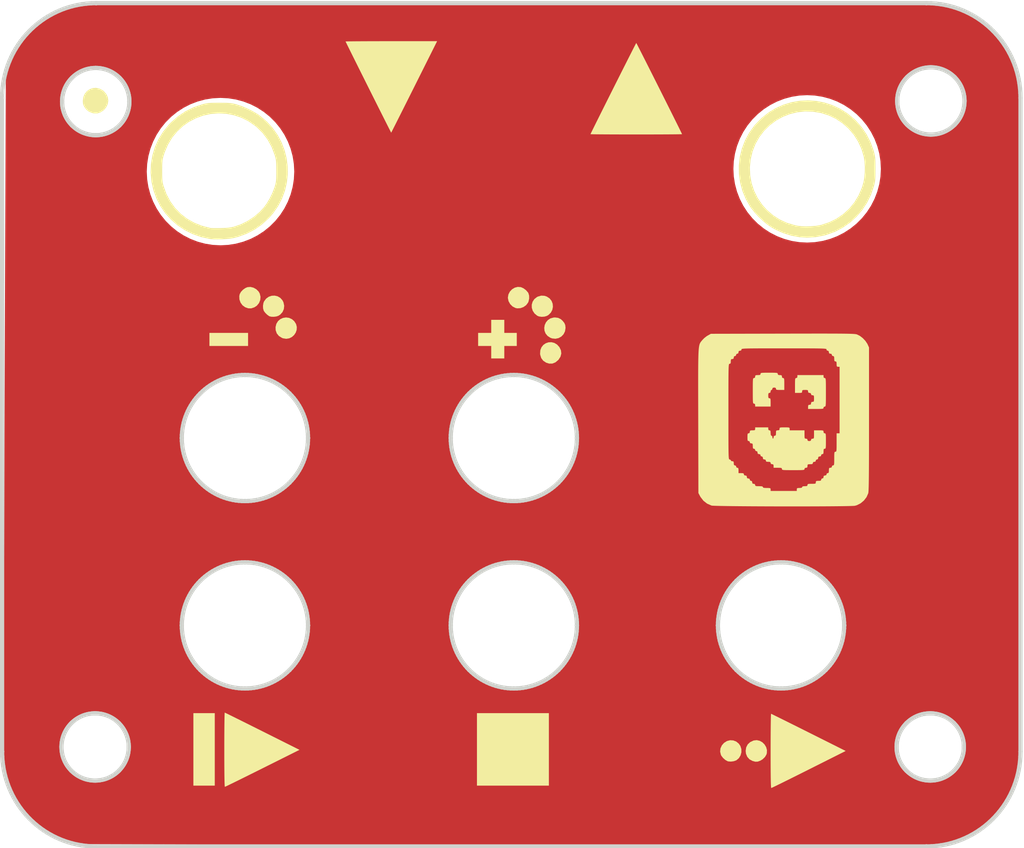
<source format=kicad_pcb>
(kicad_pcb (version 20240108) (generator "pcbnew") (generator_version "8.0")
  (layers (0 "F.Cu" signal) (31 "B.Cu" signal) (34 "B.Paste" user) (35 "F.Paste" user) (36 "B.SilkS" user "B.Silkscreen") (37 "F.SilkS" user "F.Silkscreen") (38 "B.Mask" user) (39 "F.Mask" user) (44 "Edge.Cuts" user))
  (net 0 "")
  (footprint "Library:clock-silk" (layer "F.Cu") (at 72.490281 70.201587)
    (property "Reference" "G***" (hide yes))
    (property "Value" "LOGO" (hide yes))
  )
  (gr_line (start 54.872294 56.808215) (end 54.799478 56.836317) (stroke (width 0.199999)) (layer "Edge.Cuts"))
  (gr_line (start 72.345181 82.651337) (end 72.228726 82.560617) (stroke (width 0.199999)) (layer "Edge.Cuts"))
  (gr_line (start 58.854037 69.665613) (end 58.938675 69.545198) (stroke (width 0.199999)) (layer "Edge.Cuts"))
  (gr_line (start 95.518028 85.940668) (end 95.519995 86.020007) (stroke (width 0.199999)) (layer "Edge.Cuts"))
  (gr_line (start 71.555584 81.780283) (end 71.483419 81.652684) (stroke (width 0.199999)) (layer "Edge.Cuts"))
  (gr_line (start 96.748566 89.581105) (end 96.586515 89.722647) (stroke (width 0.199999)) (layer "Edge.Cuts"))
  (gr_line (start 92.63396 86.971915) (end 92.588819 86.907692) (stroke (width 0.199999)) (layer "Edge.Cuts"))
  (gr_line (start 96.417762 51.543715) (end 96.586515 51.677378) (stroke (width 0.199999)) (layer "Edge.Cuts"))
  (gr_line (start 53.476574 87.43152) (end 53.40852 87.393032) (stroke (width 0.199999)) (layer "Edge.Cuts"))
  (gr_line (start 94.633648 53.853423) (end 94.70342 53.888502) (stroke (width 0.199999)) (layer "Edge.Cuts"))
  (gr_line (start 73.686984 83.207131) (end 73.54199 83.181832) (stroke (width 0.199999)) (layer "Edge.Cuts"))
  (gr_line (start 89.476575 78.827333) (end 89.542351 78.958155) (stroke (width 0.199999)) (layer "Edge.Cuts"))
  (gr_line (start 95.081365 54.168643) (end 95.136076 54.226136) (stroke (width 0.199999)) (layer "Edge.Cuts"))
  (gr_line (start 62.49805 83.011647) (end 62.36152 83.064338) (stroke (width 0.199999)) (layer "Edge.Cuts"))
  (gr_line (start 93.337704 53.821805) (end 93.41052 53.793704) (stroke (width 0.199999)) (layer "Edge.Cuts"))
  (gr_line (start 84.418671 82.02483) (end 84.334034 81.904414) (stroke (width 0.199999)) (layer "Edge.Cuts"))
  (gr_line (start 95.251176 86.907692) (end 95.206036 86.971915) (stroke (width 0.199999)) (layer "Edge.Cuts"))
  (gr_line (start 89.700322 81.112517) (end 89.654326 81.251533) (stroke (width 0.199999)) (layer "Edge.Cuts"))
  (gr_line (start 92.788633 84.888644) (end 92.788633 84.888644) (stroke (width 0.199999)) (layer "Edge.Cuts"))
  (gr_line (start 60.618744 83.149532) (end 60.47749 83.110333) (stroke (width 0.199999)) (layer "Edge.Cuts"))
  (gr_line (start 85.417324 77.593428) (end 85.548147 77.527653) (stroke (width 0.199999)) (layer "Edge.Cuts"))
  (gr_line (start 97.051456 89.275503) (end 96.903639 89.431964) (stroke (width 0.199999)) (layer "Edge.Cuts"))
  (gr_line (start 85.548147 82.952364) (end 85.417324 82.88659) (stroke (width 0.199999)) (layer "Edge.Cuts"))
  (gr_line (start 58.52567 72.341529) (end 58.479674 72.202514) (stroke (width 0.199999)) (layer "Edge.Cuts"))
  (gr_line (start 95.323017 54.478537) (end 95.361505 54.546589) (stroke (width 0.199999)) (layer "Edge.Cuts"))
  (gr_line (start 49.809995 86.240009) (end 49.809995 86.240009) (stroke (width 0.199999)) (layer "Edge.Cuts"))
  (gr_line (start 54.101859 56.922181) (end 54.023728 56.912476) (stroke (width 0.199999)) (layer "Edge.Cuts"))
  (gr_line (start 76.251318 82.361331) (end 76.251318 82.361331) (stroke (width 0.199999)) (layer "Edge.Cuts"))
  (gr_line (start 95.550001 55.300006) (end 95.550001 55.300006) (stroke (width 0.199999)) (layer "Edge.Cuts"))
  (gr_line (start 93.949995 56.900012) (end 93.949995 56.900012) (stroke (width 0.199999)) (layer "Edge.Cuts"))
  (gr_line (start 54.023728 53.747548) (end 54.101859 53.737843) (stroke (width 0.199999)) (layer "Edge.Cuts"))
  (gr_line (start 59.685598 73.825971) (end 59.565182 73.741334) (stroke (width 0.199999)) (layer "Edge.Cuts"))
  (gr_line (start 60.068148 74.04236) (end 59.937326 73.976586) (stroke (width 0.199999)) (layer "Edge.Cuts"))
  (gr_line (start 72.228726 77.919401) (end 72.345181 77.82868) (stroke (width 0.199999)) (layer "Edge.Cuts"))
  (gr_line (start 92.441791 86.632302) (end 92.413689 86.559486) (stroke (width 0.199999)) (layer "Edge.Cuts"))
  (gr_line (start 63.134817 68.91869) (end 63.251273 69.009411) (stroke (width 0.199999)) (layer "Edge.Cuts"))
  (gr_line (start 60.618744 68.420485) (end 60.761991 68.388184) (stroke (width 0.199999)) (layer "Edge.Cuts"))
  (gr_line (start 94.489473 56.806317) (end 94.415332 56.830849) (stroke (width 0.199999)) (layer "Edge.Cuts"))
  (gr_line (start 93.454662 87.550851) (end 93.380521 87.52632) (stroke (width 0.199999)) (layer "Edge.Cuts"))
  (gr_line (start 49.900496 54.248865) (end 49.950249 54.030308) (stroke (width 0.199999)) (layer "Edge.Cuts"))
  (gr_line (start 60.201946 77.46837) (end 60.338475 77.415679) (stroke (width 0.199999)) (layer "Edge.Cuts"))
  (gr_line (start 74.278757 68.333692) (end 74.42651 68.344686) (stroke (width 0.199999)) (layer "Edge.Cuts"))
  (gr_line (start 93.739996 90.750018) (end 54.279997 90.750018) (stroke (width 0.199999)) (layer "Edge.Cuts"))
  (gr_line (start 54.150662 84.421983) (end 54.230001 84.420016) (stroke (width 0.199999)) (layer "Edge.Cuts"))
  (gr_line (start 76.143521 82.463914) (end 76.031272 82.560617) (stroke (width 0.199999)) (layer "Edge.Cuts"))
  (gr_line (start 71.259673 72.202514) (end 71.220474 72.061259) (stroke (width 0.199999)) (layer "Edge.Cuts"))
  (gr_line (start 88.614814 77.82868) (end 88.731269 77.919401) (stroke (width 0.199999)) (layer "Edge.Cuts"))
  (gr_line (start 63.845962 78.575603) (end 63.924413 78.699734) (stroke (width 0.199999)) (layer "Edge.Cuts"))
  (gr_line (start 97.8598 87.998767) (end 97.770514 88.198652) (stroke (width 0.199999)) (layer "Edge.Cuts"))
  (gr_line (start 92.351025 86.33361) (end 92.337532 86.256279) (stroke (width 0.199999)) (layer "Edge.Cuts"))
  (gr_line (start 92.818632 56.431369) (end 92.76392 56.373879) (stroke (width 0.199999)) (layer "Edge.Cuts"))
  (gr_line (start 93.949995 53.700015) (end 94.029334 53.701982) (stroke (width 0.199999)) (layer "Edge.Cuts"))
  (gr_line (start 92.538489 54.546589) (end 92.576977 54.478537) (stroke (width 0.199999)) (layer "Edge.Cuts"))
  (gr_line (start 54.983425 84.608504) (end 55.051478 84.646991) (stroke (width 0.199999)) (layer "Edge.Cuts"))
  (gr_line (start 86.681237 77.243696) (end 86.83 77.240009) (stroke (width 0.199999)) (layer "Edge.Cuts"))
  (gr_line (start 51.777408 89.981816) (end 51.60223 89.85631) (stroke (width 0.199999)) (layer "Edge.Cuts"))
  (gr_line (start 54.279997 50.650012) (end 93.739996 50.650012) (stroke (width 0.199999)) (layer "Edge.Cuts"))
  (gr_line (start 52.928817 54.442333) (end 52.973957 54.378111) (stroke (width 0.199999)) (layer "Edge.Cuts"))
  (gr_line (start 94.603647 84.573424) (end 94.673418 84.608504) (stroke (width 0.199999)) (layer "Edge.Cuts"))
  (gr_line (start 52.661023 86.33361) (end 52.64753 86.256279) (stroke (width 0.199999)) (layer "Edge.Cuts"))
  (gr_line (start 76.031272 69.009411) (end 76.143521 69.106115) (stroke (width 0.199999)) (layer "Edge.Cuts"))
  (gr_line (start 97.564643 52.817976) (end 97.672036 53.006848) (stroke (width 0.199999)) (layer "Edge.Cuts"))
  (gr_line (start 58.353683 71.181243) (end 58.364677 71.033491) (stroke (width 0.199999)) (layer "Edge.Cuts"))
  (gr_line (start 55.391371 56.461383) (end 55.391371 56.461383) (stroke (width 0.199999)) (layer "Edge.Cuts"))
  (gr_line (start 52.699155 86.485345) (end 52.67825 86.410009) (stroke (width 0.199999)) (layer "Edge.Cuts"))
  (gr_line (start 72.981945 77.46837) (end 73.118474 77.415679) (stroke (width 0.199999)) (layer "Edge.Cuts"))
  (gr_line (start 74.42651 74.315325) (end 74.278757 74.326318) (stroke (width 0.199999)) (layer "Edge.Cuts"))
  (gr_line (start 51.60223 51.543715) (end 51.777408 51.418209) (stroke (width 0.199999)) (layer "Edge.Cuts"))
  (gr_line (start 64.121635 70.181958) (end 64.174326 70.318487) (stroke (width 0.199999)) (layer "Edge.Cuts"))
  (gr_line (start 84.058361 81.388063) (end 84.005671 81.251533) (stroke (width 0.199999)) (layer "Edge.Cuts"))
  (gr_line (start 62.49805 77.46837) (end 62.631849 77.527653) (stroke (width 0.199999)) (layer "Edge.Cuts"))
  (gr_line (start 58.479674 79.3675) (end 58.52567 79.228484) (stroke (width 0.199999)) (layer "Edge.Cuts"))
  (gr_line (start 89.404411 81.780283) (end 89.325959 81.904414) (stroke (width 0.199999)) (layer "Edge.Cuts"))
  (gr_line (start 55.706588 54.646359) (end 55.738206 54.717717) (stroke (width 0.199999)) (layer "Edge.Cuts"))
  (gr_line (start 53.156116 84.833932) (end 53.215983 84.782357) (stroke (width 0.199999)) (layer "Edge.Cuts"))
  (gr_line (start 49.81579 54.927243) (end 49.832989 54.697611) (stroke (width 0.199999)) (layer "Edge.Cuts"))
  (gr_line (start 72.717325 77.593428) (end 72.848147 77.527653) (stroke (width 0.199999)) (layer "Edge.Cuts"))
  (gr_line (start 54.543601 87.588985) (end 54.46627 87.602478) (stroke (width 0.199999)) (layer "Edge.Cuts"))
  (gr_line (start 75.67027 68.7556) (end 75.7944 68.834052) (stroke (width 0.199999)) (layer "Edge.Cuts"))
  (gr_line (start 92.327827 86.178148) (end 92.321964 86.099347) (stroke (width 0.199999)) (layer "Edge.Cuts"))
  (gr_line (start 77.126308 71.478767) (end 77.115315 71.62652) (stroke (width 0.199999)) (layer "Edge.Cuts"))
  (gr_line (start 93.761856 84.427846) (end 93.840657 84.421983) (stroke (width 0.199999)) (layer "Edge.Cuts"))
  (gr_line (start 64.346309 71.181243) (end 64.349996 71.330005) (stroke (width 0.199999)) (layer "Edge.Cuts"))
  (gr_line (start 86.83 77.240009) (end 86.83 77.240009) (stroke (width 0.199999)) (layer "Edge.Cuts"))
  (gr_line (start 49.809995 55.160007) (end 49.809995 55.160007) (stroke (width 0.199999)) (layer "Edge.Cuts"))
  (gr_line (start 52.64753 86.256279) (end 52.637824 86.178148) (stroke (width 0.199999)) (layer "Edge.Cuts"))
  (gr_line (start 53.186121 54.14393) (end 53.245987 54.092354) (stroke (width 0.199999)) (layer "Edge.Cuts"))
  (gr_line (start 60.068148 77.527653) (end 60.201946 77.46837) (stroke (width 0.199999)) (layer "Edge.Cuts"))
  (gr_line (start 63.134817 82.651337) (end 63.014401 82.735974) (stroke (width 0.199999)) (layer "Edge.Cuts"))
  (gr_line (start 77.071818 79.652002) (end 77.097118 79.796997) (stroke (width 0.199999)) (layer "Edge.Cuts"))
  (gr_line (start 95.50246 85.783737) (end 95.512165 85.861867) (stroke (width 0.199999)) (layer "Edge.Cuts"))
  (gr_line (start 55.603022 85.198538) (end 55.641509 85.26659) (stroke (width 0.199999)) (layer "Edge.Cuts"))
  (gr_line (start 71.188173 71.918012) (end 71.162873 71.773016) (stroke (width 0.199999)) (layer "Edge.Cuts"))
  (gr_line (start 54.230001 87.620013) (end 54.230001 87.620013) (stroke (width 0.199999)) (layer "Edge.Cuts"))
  (gr_line (start 60.068148 82.952364) (end 59.937326 82.88659) (stroke (width 0.199999)) (layer "Edge.Cuts"))
  (gr_line (start 74.718002 68.388184) (end 74.86125 68.420485) (stroke (width 0.199999)) (layer "Edge.Cuts"))
  (gr_line (start 62.36152 68.505682) (end 62.49805 68.558374) (stroke (width 0.199999)) (layer "Edge.Cuts"))
  (gr_line (start 95.512165 86.178148) (end 95.50246 86.256279) (stroke (width 0.199999)) (layer "Edge.Cuts"))
  (gr_line (start 71.634036 81.904414) (end 71.555584 81.780283) (stroke (width 0.199999)) (layer "Edge.Cuts"))
  (gr_line (start 85.818476 77.415679) (end 85.957491 77.369684) (stroke (width 0.199999)) (layer "Edge.Cuts"))
  (gr_line (start 53.186121 56.516092) (end 53.128629 56.461383) (stroke (width 0.199999)) (layer "Edge.Cuts"))
  (gr_line (start 62.762672 77.593428) (end 62.890271 77.665591) (stroke (width 0.199999)) (layer "Edge.Cuts"))
  (gr_line (start 54.543601 84.451043) (end 54.619999 84.468269) (stroke (width 0.199999)) (layer "Edge.Cuts"))
  (gr_line (start 55.798972 85.706407) (end 55.812465 85.783737) (stroke (width 0.199999)) (layer "Edge.Cuts"))
  (gr_line (start 50.160192 87.998767) (end 50.080374 87.793796) (stroke (width 0.199999)) (layer "Edge.Cuts"))
  (gr_line (start 94.156267 87.602478) (end 94.078136 87.612184) (stroke (width 0.199999)) (layer "Edge.Cuts"))
  (gr_line (start 98.204202 54.927243) (end 98.209997 55.160007) (stroke (width 0.199999)) (layer "Edge.Cuts"))
  (gr_line (start 53.073918 54.256135) (end 53.128629 54.198642) (stroke (width 0.199999)) (layer "Edge.Cuts"))
  (gr_line (start 52.898814 85.132336) (end 52.943953 85.068114) (stroke (width 0.199999)) (layer "Edge.Cuts"))
  (gr_line (start 75.54267 82.88659) (end 75.411848 82.952364) (stroke (width 0.199999)) (layer "Edge.Cuts"))
  (gr_line (start 54.983425 87.43152) (end 54.913652 87.4666) (stroke (width 0.199999)) (layer "Edge.Cuts"))
  (gr_line (start 95.023874 54.113931) (end 95.081365 54.168643) (stroke (width 0.199999)) (layer "Edge.Cuts"))
  (gr_line (start 55.361372 87.151385) (end 55.30388 87.206095) (stroke (width 0.199999)) (layer "Edge.Cuts"))
  (gr_line (start 50.57138 88.764993) (end 50.455349 88.582044) (stroke (width 0.199999)) (layer "Edge.Cuts"))
  (gr_line (start 49.809995 55.160007) (end 49.81579 54.927243) (stroke (width 0.199999)) (layer "Edge.Cuts"))
  (gr_line (start 52.848489 54.576588) (end 52.886976 54.508536) (stroke (width 0.199999)) (layer "Edge.Cuts"))
  (gr_line (start 71.634036 72.99441) (end 71.555584 72.870279) (stroke (width 0.199999)) (layer "Edge.Cuts"))
  (gr_line (start 63.924413 78.699734) (end 63.996577 78.827333) (stroke (width 0.199999)) (layer "Edge.Cuts"))
  (gr_line (start 54.279997 50.650012) (end 54.279997 50.650012) (stroke (width 0.199999)) (layer "Edge.Cuts"))
  (gr_line (start 72.345181 73.741334) (end 72.228726 73.650613) (stroke (width 0.199999)) (layer "Edge.Cuts"))
  (gr_line (start 95.396586 55.983658) (end 95.361505 56.05343) (stroke (width 0.199999)) (layer "Edge.Cuts"))
  (gr_line (start 76.776576 81.652684) (end 76.704412 81.780283) (stroke (width 0.199999)) (layer "Edge.Cuts"))
  (gr_line (start 77.115315 80.536523) (end 77.097118 80.68302) (stroke (width 0.199999)) (layer "Edge.Cuts"))
  (gr_line (start 64.317119 70.886995) (end 64.335316 71.033491) (stroke (width 0.199999)) (layer "Edge.Cuts"))
  (gr_line (start 55.736308 86.559486) (end 55.708207 86.632302) (stroke (width 0.199999)) (layer "Edge.Cuts"))
  (gr_line (start 84.183419 78.827333) (end 84.255583 78.699734) (stroke (width 0.199999)) (layer "Edge.Cuts"))
  (gr_line (start 59.448727 82.560617) (end 59.336478 82.463914) (stroke (width 0.199999)) (layer "Edge.Cuts"))
  (gr_line (start 55.051478 87.393032) (end 54.983425 87.43152) (stroke (width 0.199999)) (layer "Edge.Cuts"))
  (gr_line (start 53.278094 84.733972) (end 53.342317 84.688832) (stroke (width 0.199999)) (layer "Edge.Cuts"))
  (gr_line (start 52.637824 85.861867) (end 52.64753 85.783737) (stroke (width 0.199999)) (layer "Edge.Cuts"))
  (gr_line (start 97.32422 88.941739) (end 97.191742 89.112002) (stroke (width 0.199999)) (layer "Edge.Cuts"))
  (gr_line (start 58.382874 70.886995) (end 58.408174 70.742001) (stroke (width 0.199999)) (layer "Edge.Cuts"))
  (gr_line (start 97.8598 53.401251) (end 97.939618 53.606222) (stroke (width 0.199999)) (layer "Edge.Cuts"))
  (gr_line (start 75.411848 74.04236) (end 75.278049 74.101644) (stroke (width 0.199999)) (layer "Edge.Cuts"))
  (gr_line (start 63.573902 82.253534) (end 63.471319 82.361331) (stroke (width 0.199999)) (layer "Edge.Cuts"))
  (gr_line (start 55.274013 56.567666) (end 55.211903 56.61605) (stroke (width 0.199999)) (layer "Edge.Cuts"))
  (gr_line (start 61.349996 74.330005) (end 61.349996 74.330005) (stroke (width 0.199999)) (layer "Edge.Cuts"))
  (gr_line (start 83.920476 79.508754) (end 83.959675 79.3675) (stroke (width 0.199999)) (layer "Edge.Cuts"))
  (gr_line (start 72.848147 77.527653) (end 72.981945 77.46837) (stroke (width 0.199999)) (layer "Edge.Cuts"))
  (gr_line (start 93.41052 56.806317) (end 93.337704 56.778215) (stroke (width 0.199999)) (layer "Edge.Cuts"))
  (gr_line (start 64.062352 72.611858) (end 63.996577 72.74268) (stroke (width 0.199999)) (layer "Edge.Cuts"))
  (gr_line (start 61.498759 68.333692) (end 61.646511 68.344686) (stroke (width 0.199999)) (layer "Edge.Cuts"))
  (gr_line (start 55.781745 86.410009) (end 55.760839 86.485345) (stroke (width 0.199999)) (layer "Edge.Cuts"))
  (gr_line (start 71.259673 70.457501) (end 71.305669 70.318487) (stroke (width 0.199999)) (layer "Edge.Cuts"))
  (gr_line (start 71.259673 79.3675) (end 71.305669 79.228484) (stroke (width 0.199999)) (layer "Edge.Cuts"))
  (gr_line (start 53.946397 53.761041) (end 54.023728 53.747548) (stroke (width 0.199999)) (layer "Edge.Cuts"))
  (gr_line (start 74.129995 83.240009) (end 74.129995 83.240009) (stroke (width 0.199999)) (layer "Edge.Cuts"))
  (gr_line (start 54.573603 53.761041) (end 54.650001 53.778267) (stroke (width 0.199999)) (layer "Edge.Cuts"))
  (gr_line (start 58.364677 71.033491) (end 58.382874 70.886995) (stroke (width 0.199999)) (layer "Edge.Cuts"))
  (gr_line (start 92.367531 55.063736) (end 92.381024 54.986406) (stroke (width 0.199999)) (layer "Edge.Cuts"))
  (gr_line (start 93.380521 87.52632) (end 93.307706 87.498218) (stroke (width 0.199999)) (layer "Edge.Cuts"))
  (gr_line (start 64.121635 79.091954) (end 64.174326 79.228484) (stroke (width 0.199999)) (layer "Edge.Cuts"))
  (gr_line (start 50.695773 52.458282) (end 50.82825 52.28802) (stroke (width 0.199999)) (layer "Edge.Cuts"))
  (gr_line (start 93.739996 50.650012) (end 93.970696 50.655859) (stroke (width 0.199999)) (layer "Edge.Cuts"))
  (gr_line (start 54.38814 84.427846) (end 54.46627 84.43755) (stroke (width 0.199999)) (layer "Edge.Cuts"))
  (gr_line (start 71.305669 72.341529) (end 71.259673 72.202514) (stroke (width 0.199999)) (layer "Edge.Cuts"))
  (gr_line (start 71.162873 71.773016) (end 71.144675 71.62652) (stroke (width 0.199999)) (layer "Edge.Cuts"))
  (gr_line (start 93.761856 87.612184) (end 93.683725 87.602478) (stroke (width 0.199999)) (layer "Edge.Cuts"))
  (gr_line (start 59.336478 82.463914) (end 59.228681 82.361331) (stroke (width 0.199999)) (layer "Edge.Cuts"))
  (gr_line (start 77.115315 71.033491) (end 77.126308 71.181243) (stroke (width 0.199999)) (layer "Edge.Cuts"))
  (gr_line (start 72.00868 82.361331) (end 71.906097 82.253534) (stroke (width 0.199999)) (layer "Edge.Cuts"))
  (gr_line (start 53.546346 87.4666) (end 53.476574 87.43152) (stroke (width 0.199999)) (layer "Edge.Cuts"))
  (gr_line (start 98.119497 54.248865) (end 98.158676 54.471393) (stroke (width 0.199999)) (layer "Edge.Cuts"))
  (gr_line (start 52.661968 55.250666) (end 52.667831 55.171865) (stroke (width 0.199999)) (layer "Edge.Cuts"))
  (gr_line (start 52.856973 85.198538) (end 52.898814 85.132336) (stroke (width 0.199999)) (layer "Edge.Cuts"))
  (gr_line (start 76.842351 72.611858) (end 76.776576 72.74268) (stroke (width 0.199999)) (layer "Edge.Cuts"))
  (gr_line (start 63.363522 73.55391) (end 63.251273 73.650613) (stroke (width 0.199999)) (layer "Edge.Cuts"))
  (gr_line (start 52.699155 85.554675) (end 52.723686 85.480535) (stroke (width 0.199999)) (layer "Edge.Cuts"))
  (gr_line (start 49.832989 54.697611) (end 49.861317 54.471393) (stroke (width 0.199999)) (layer "Edge.Cuts"))
  (gr_line (start 53.84 87.571758) (end 53.764664 87.550851) (stroke (width 0.199999)) (layer "Edge.Cuts"))
  (gr_line (start 92.998099 54.013971) (end 93.06232 53.968831) (stroke (width 0.199999)) (layer "Edge.Cuts"))
  (gr_line (start 75.7944 73.825971) (end 75.67027 73.904422) (stroke (width 0.199999)) (layer "Edge.Cuts"))
  (gr_line (start 76.704412 69.789742) (end 76.776576 69.91734) (stroke (width 0.199999)) (layer "Edge.Cuts"))
  (gr_line (start 95.251176 85.132336) (end 95.293017 85.198538) (stroke (width 0.199999)) (layer "Edge.Cuts"))
  (gr_line (start 92.413689 86.559486) (end 92.389158 86.485345) (stroke (width 0.199999)) (layer "Edge.Cuts"))
  (gr_line (start 95.396586 54.61636) (end 95.428204 54.687719) (stroke (width 0.199999)) (layer "Edge.Cuts"))
  (gr_line (start 83.862877 79.796997) (end 83.888176 79.652002) (stroke (width 0.199999)) (layer "Edge.Cuts"))
  (gr_line (start 54.650001 56.881755) (end 54.573603 56.898982) (stroke (width 0.199999)) (layer "Edge.Cuts"))
  (gr_line (start 94.532287 87.498218) (end 94.459472 87.52632) (stroke (width 0.199999)) (layer "Edge.Cuts"))
  (gr_line (start 92.47341 86.703662) (end 92.441791 86.632302) (stroke (width 0.199999)) (layer "Edge.Cuts"))
  (gr_line (start 92.663959 56.251905) (end 92.618818 56.187684) (stroke (width 0.199999)) (layer "Edge.Cuts"))
  (gr_line (start 87.273011 83.207131) (end 87.126514 83.225329) (stroke (width 0.199999)) (layer "Edge.Cuts"))
  (gr_line (start 64.121635 81.388063) (end 64.062352 81.521862) (stroke (width 0.199999)) (layer "Edge.Cuts"))
  (gr_line (start 52.751788 86.632302) (end 52.723686 86.559486) (stroke (width 0.199999)) (layer "Edge.Cuts"))
  (gr_line (start 63.845962 72.99441) (end 63.761325 73.114826) (stroke (width 0.199999)) (layer "Edge.Cuts"))
  (gr_line (start 50.249479 53.201366) (end 50.347956 53.006848) (stroke (width 0.199999)) (layer "Edge.Cuts"))
  (gr_line (start 85.681946 83.011647) (end 85.548147 82.952364) (stroke (width 0.199999)) (layer "Edge.Cuts"))
  (gr_line (start 75.002504 68.459685) (end 75.141519 68.505682) (stroke (width 0.199999)) (layer "Edge.Cuts"))
  (gr_line (start 75.7944 77.744043) (end 75.914816 77.82868) (stroke (width 0.199999)) (layer "Edge.Cuts"))
  (gr_line (start 93.840657 84.421983) (end 93.919996 84.420016) (stroke (width 0.199999)) (layer "Edge.Cuts"))
  (gr_line (start 59.029396 73.231282) (end 58.938675 73.114826) (stroke (width 0.199999)) (layer "Edge.Cuts"))
  (gr_line (start 73.686984 77.272886) (end 73.833481 77.254689) (stroke (width 0.199999)) (layer "Edge.Cuts"))
  (gr_line (start 61.498759 83.236322) (end 61.349996 83.240009) (stroke (width 0.199999)) (layer "Edge.Cuts"))
  (gr_line (start 75.278049 83.011647) (end 75.141519 83.064338) (stroke (width 0.199999)) (layer "Edge.Cuts"))
  (gr_line (start 53.597489 50.701793) (end 53.821702 50.673212) (stroke (width 0.199999)) (layer "Edge.Cuts"))
  (gr_line (start 54.842293 84.541806) (end 54.913652 84.573424) (stroke (width 0.199999)) (layer "Edge.Cuts"))
  (gr_line (start 73.981233 83.236322) (end 73.833481 83.225329) (stroke (width 0.199999)) (layer "Edge.Cuts"))
  (gr_line (start 88.843518 78.016103) (end 88.951315 78.118686) (stroke (width 0.199999)) (layer "Edge.Cuts"))
  (gr_line (start 93.870655 56.898046) (end 93.791855 56.892183) (stroke (width 0.199999)) (layer "Edge.Cuts"))
  (gr_line (start 89.739521 80.971263) (end 89.700322 81.112517) (stroke (width 0.199999)) (layer "Edge.Cuts"))
  (gr_line (start 58.479674 70.457501) (end 58.52567 70.318487) (stroke (width 0.199999)) (layer "Edge.Cuts"))
  (gr_line (start 58.408174 71.918012) (end 58.382874 71.773016) (stroke (width 0.199999)) (layer "Edge.Cuts"))
  (gr_line (start 92.349996 55.300006) (end 92.349996 55.300006) (stroke (width 0.199999)) (layer "Edge.Cuts"))
  (gr_line (start 63.251273 69.009411) (end 63.363522 69.106115) (stroke (width 0.199999)) (layer "Edge.Cuts"))
  (gr_line (start 53.245987 56.567666) (end 53.186121 56.516092) (stroke (width 0.199999)) (layer "Edge.Cuts"))
  (gr_line (start 76.251318 82.361331) (end 76.143521 82.463914) (stroke (width 0.199999)) (layer "Edge.Cuts"))
  (gr_line (start 74.86125 68.420485) (end 75.002504 68.459685) (stroke (width 0.199999)) (layer "Edge.Cuts"))
  (gr_line (start 58.578361 70.181958) (end 58.637645 70.048161) (stroke (width 0.199999)) (layer "Edge.Cuts"))
  (gr_line (start 74.42651 68.344686) (end 74.573007 68.362884) (stroke (width 0.199999)) (layer "Edge.Cuts"))
  (gr_line (start 93.683725 84.43755) (end 93.761856 84.427846) (stroke (width 0.199999)) (layer "Edge.Cuts"))
  (gr_line (start 52.898814 86.907692) (end 52.856973 86.841488) (stroke (width 0.199999)) (layer "Edge.Cuts"))
  (gr_line (start 77.00032 79.3675) (end 77.039518 79.508754) (stroke (width 0.199999)) (layer "Edge.Cuts"))
  (gr_line (start 53.342317 84.688832) (end 53.40852 84.646991) (stroke (width 0.199999)) (layer "Edge.Cuts"))
  (gr_line (start 53.764664 87.550851) (end 53.690522 87.52632) (stroke (width 0.199999)) (layer "Edge.Cuts"))
  (gr_line (start 52.691028 55.016405) (end 52.708254 54.940007) (stroke (width 0.199999)) (layer "Edge.Cuts"))
  (gr_line (start 64.062352 70.048161) (end 64.121635 70.181958) (stroke (width 0.199999)) (layer "Edge.Cuts"))
  (gr_line (start 94.186267 56.882477) (end 94.108135 56.892183) (stroke (width 0.199999)) (layer "Edge.Cuts"))
  (gr_line (start 77.129995 80.240009) (end 77.129995 80.240009) (stroke (width 0.199999)) (layer "Edge.Cuts"))
  (gr_line (start 92.367531 55.536278) (end 92.357826 55.458147) (stroke (width 0.199999)) (layer "Edge.Cuts"))
  (gr_line (start 52.67825 86.410009) (end 52.661023 86.33361) (stroke (width 0.199999)) (layer "Edge.Cuts"))
  (gr_line (start 76.842351 70.048161) (end 76.901634 70.181958) (stroke (width 0.199999)) (layer "Edge.Cuts"))
  (gr_line (start 98.009691 87.584016) (end 97.939618 87.793796) (stroke (width 0.199999)) (layer "Edge.Cuts"))
  (gr_line (start 95.483156 90.396686) (end 95.280003 90.477219) (stroke (width 0.199999)) (layer "Edge.Cuts"))
  (gr_line (start 95.532466 55.536278) (end 95.518972 55.613609) (stroke (width 0.199999)) (layer "Edge.Cuts"))
  (gr_line (start 92.351963 55.220667) (end 92.357826 55.141866) (stroke (width 0.199999)) (layer "Edge.Cuts"))
  (gr_line (start 61.938003 74.271828) (end 61.793008 74.297128) (stroke (width 0.199999)) (layer "Edge.Cuts"))
  (gr_line (start 94.108135 56.892183) (end 94.029334 56.898046) (stroke (width 0.199999)) (layer "Edge.Cuts"))
  (gr_line (start 58.637645 70.048161) (end 58.703421 69.91734) (stroke (width 0.199999)) (layer "Edge.Cuts"))
  (gr_line (start 94.643058 90.658708) (end 94.422504 90.698237) (stroke (width 0.199999)) (layer "Edge.Cuts"))
  (gr_line (start 92.357826 55.458147) (end 92.351963 55.379346) (stroke (width 0.199999)) (layer "Edge.Cuts"))
  (gr_line (start 75.914816 73.741334) (end 75.7944 73.825971) (stroke (width 0.199999)) (layer "Edge.Cuts"))
  (gr_line (start 63.761325 73.114826) (end 63.670604 73.231282) (stroke (width 0.199999)) (layer "Edge.Cuts"))
  (gr_line (start 75.54267 77.593428) (end 75.67027 77.665591) (stroke (width 0.199999)) (layer "Edge.Cuts"))
  (gr_line (start 76.704412 81.780283) (end 76.625961 81.904414) (stroke (width 0.199999)) (layer "Edge.Cuts"))
  (gr_line (start 73.686984 74.297128) (end 73.54199 74.271828) (stroke (width 0.199999)) (layer "Edge.Cuts"))
  (gr_line (start 55.859998 55.330005) (end 55.858032 55.409344) (stroke (width 0.199999)) (layer "Edge.Cuts"))
  (gr_line (start 49.900496 87.151151) (end 49.861317 86.928623) (stroke (width 0.199999)) (layer "Edge.Cuts"))
  (gr_line (start 72.465596 82.735974) (end 72.345181 82.651337) (stroke (width 0.199999)) (layer "Edge.Cuts"))
  (gr_line (start 58.364677 80.536523) (end 58.353683 80.388771) (stroke (width 0.199999)) (layer "Edge.Cuts"))
  (gr_line (start 75.411848 82.952364) (end 75.278049 83.011647) (stroke (width 0.199999)) (layer "Edge.Cuts"))
  (gr_line (start 59.228681 73.451328) (end 59.228681 73.451328) (stroke (width 0.199999)) (layer "Edge.Cuts"))
  (gr_line (start 54.913652 87.4666) (end 54.842293 87.498218) (stroke (width 0.199999)) (layer "Edge.Cuts"))
  (gr_line (start 52.677535 55.093734) (end 52.691028 55.016405) (stroke (width 0.199999)) (layer "Edge.Cuts"))
  (gr_line (start 97.051456 52.124519) (end 97.191742 52.28802) (stroke (width 0.199999)) (layer "Edge.Cuts"))
  (gr_line (start 92.398251 54.910008) (end 92.419157 54.834674) (stroke (width 0.199999)) (layer "Edge.Cuts"))
  (gr_line (start 96.903639 89.431964) (end 96.748566 89.581105) (stroke (width 0.199999)) (layer "Edge.Cuts"))
  (gr_line (start 53.946397 56.898982) (end 53.869999 56.881755) (stroke (width 0.199999)) (layer "Edge.Cuts"))
  (gr_line (start 60.761991 83.181832) (end 60.618744 83.149532) (stroke (width 0.199999)) (layer "Edge.Cuts"))
  (gr_line (start 52.536836 90.396686) (end 52.338725 90.3066) (stroke (width 0.199999)) (layer "Edge.Cuts"))
  (gr_line (start 87.97805 83.011647) (end 87.841521 83.064338) (stroke (width 0.199999)) (layer "Edge.Cuts"))
  (gr_line (start 72.981945 83.011647) (end 72.848147 82.952364) (stroke (width 0.199999)) (layer "Edge.Cuts"))
  (gr_line (start 95.518972 55.613609) (end 95.501745 55.690007) (stroke (width 0.199999)) (layer "Edge.Cuts"))
  (gr_line (start 83.84468 79.943494) (end 83.862877 79.796997) (stroke (width 0.199999)) (layer "Edge.Cuts"))
  (gr_line (start 52.783406 85.336361) (end 52.818485 85.26659) (stroke (width 0.199999)) (layer "Edge.Cuts"))
  (gr_line (start 59.228681 78.118686) (end 59.228681 78.118686) (stroke (width 0.199999)) (layer "Edge.Cuts"))
  (gr_line (start 63.996577 81.652684) (end 63.924413 81.780283) (stroke (width 0.199999)) (layer "Edge.Cuts"))
  (gr_line (start 93.098524 87.393032) (end 93.032321 87.351192) (stroke (width 0.199999)) (layer "Edge.Cuts"))
  (gr_line (start 73.118474 77.415679) (end 73.257489 77.369684) (stroke (width 0.199999)) (layer "Edge.Cuts"))
  (gr_line (start 95.501745 54.910008) (end 95.518972 54.986406) (stroke (width 0.199999)) (layer "Edge.Cuts"))
  (gr_line (start 88.614814 82.651337) (end 88.494398 82.735974) (stroke (width 0.199999)) (layer "Edge.Cuts"))
  (gr_line (start 89.83 80.240009) (end 89.83 80.240009) (stroke (width 0.199999)) (layer "Edge.Cuts"))
  (gr_line (start 95.280003 50.92281) (end 95.483156 51.003342) (stroke (width 0.199999)) (layer "Edge.Cuts"))
  (gr_line (start 53.128629 54.198642) (end 53.128629 54.198642) (stroke (width 0.199999)) (layer "Edge.Cuts"))
  (gr_line (start 93.06232 56.631184) (end 92.998099 56.586043) (stroke (width 0.199999)) (layer "Edge.Cuts"))
  (gr_line (start 64.220321 72.202514) (end 64.174326 72.341529) (stroke (width 0.199999)) (layer "Edge.Cuts"))
  (gr_line (start 71.906097 69.316494) (end 72.00868 69.208698) (stroke (width 0.199999)) (layer "Edge.Cuts"))
  (gr_line (start 50.249479 88.198652) (end 50.160192 87.998767) (stroke (width 0.199999)) (layer "Edge.Cuts"))
  (gr_line (start 53.821702 90.726819) (end 53.597489 90.698237) (stroke (width 0.199999)) (layer "Edge.Cuts"))
  (gr_line (start 93.970696 90.744172) (end 93.739996 90.750018) (stroke (width 0.199999)) (layer "Edge.Cuts"))
  (gr_line (start 76.541324 73.114826) (end 76.450603 73.231282) (stroke (width 0.199999)) (layer "Edge.Cuts"))
  (gr_line (start 54.842293 87.498218) (end 54.769476 87.52632) (stroke (width 0.199999)) (layer "Edge.Cuts"))
  (gr_line (start 55.467657 85.006004) (end 55.516041 85.068114) (stroke (width 0.199999)) (layer "Edge.Cuts"))
  (gr_line (start 93.919996 84.420016) (end 93.919996 84.420016) (stroke (width 0.199999)) (layer "Edge.Cuts"))
  (gr_line (start 61.201234 74.326318) (end 61.053482 74.315325) (stroke (width 0.199999)) (layer "Edge.Cuts"))
  (gr_line (start 54.230001 84.420016) (end 54.309339 84.421983) (stroke (width 0.199999)) (layer "Edge.Cuts"))
  (gr_line (start 97.191742 89.112002) (end 97.051456 89.275503) (stroke (width 0.199999)) (layer "Edge.Cuts"))
  (gr_line (start 93.307706 84.541806) (end 93.380521 84.513705) (stroke (width 0.199999)) (layer "Edge.Cuts"))
  (gr_line (start 75.54267 73.976586) (end 75.411848 74.04236) (stroke (width 0.199999)) (layer "Edge.Cuts"))
  (gr_line (start 61.938003 77.298185) (end 62.081251 77.330485) (stroke (width 0.199999)) (layer "Edge.Cuts"))
  (gr_line (start 52.973957 56.281912) (end 52.928817 56.217689) (stroke (width 0.199999)) (layer "Edge.Cuts"))
  (gr_line (start 73.981233 68.333692) (end 74.129995 68.330005) (stroke (width 0.199999)) (layer "Edge.Cuts"))
  (gr_line (start 50.080374 53.606222) (end 50.160192 53.401251) (stroke (width 0.199999)) (layer "Edge.Cuts"))
  (gr_line (start 61.793008 77.272886) (end 61.938003 77.298185) (stroke (width 0.199999)) (layer "Edge.Cuts"))
  (gr_line (start 53.073918 56.40389) (end 53.022342 56.344023) (stroke (width 0.199999)) (layer "Edge.Cuts"))
  (gr_line (start 63.363522 82.463914) (end 63.251273 82.560617) (stroke (width 0.199999)) (layer "Edge.Cuts"))
  (gr_line (start 52.691028 55.643608) (end 52.677535 55.566277) (stroke (width 0.199999)) (layer "Edge.Cuts"))
  (gr_line (start 92.389158 85.554675) (end 92.413689 85.480535) (stroke (width 0.199999)) (layer "Edge.Cuts"))
  (gr_line (start 93.032321 84.688832) (end 93.098524 84.646991) (stroke (width 0.199999)) (layer "Edge.Cuts"))
  (gr_line (start 63.471319 82.361331) (end 63.363522 82.463914) (stroke (width 0.199999)) (layer "Edge.Cuts"))
  (gr_line (start 54.309339 84.421983) (end 54.38814 84.427846) (stroke (width 0.199999)) (layer "Edge.Cuts"))
  (gr_line (start 92.818632 54.168643) (end 92.818632 54.168643) (stroke (width 0.199999)) (layer "Edge.Cuts"))
  (gr_line (start 53.376935 90.658708) (end 53.160316 90.608509) (stroke (width 0.199999)) (layer "Edge.Cuts"))
  (gr_line (start 63.845962 81.904414) (end 63.761325 82.02483) (stroke (width 0.199999)) (layer "Edge.Cuts"))
  (gr_line (start 93.266346 53.853423) (end 93.337704 53.821805) (stroke (width 0.199999)) (layer "Edge.Cuts"))
  (gr_line (start 72.848147 74.04236) (end 72.717325 73.976586) (stroke (width 0.199999)) (layer "Edge.Cuts"))
  (gr_line (start 76.901634 79.091954) (end 76.954324 79.228484) (stroke (width 0.199999)) (layer "Edge.Cuts"))
  (gr_line (start 76.3539 73.343531) (end 76.251318 73.451328) (stroke (width 0.199999)) (layer "Edge.Cuts"))
  (gr_line (start 64.349996 80.240009) (end 64.349996 80.240009) (stroke (width 0.199999)) (layer "Edge.Cuts"))
  (gr_line (start 71.634036 69.665613) (end 71.718673 69.545198) (stroke (width 0.199999)) (layer "Edge.Cuts"))
  (gr_line (start 58.775585 72.870279) (end 58.703421 72.74268) (stroke (width 0.199999)) (layer "Edge.Cuts"))
  (gr_line (start 54.418141 53.737843) (end 54.496272 53.747548) (stroke (width 0.199999)) (layer "Edge.Cuts"))
  (gr_line (start 73.54199 83.181832) (end 73.398742 83.149532) (stroke (width 0.199999)) (layer "Edge.Cuts"))
  (gr_line (start 94.807674 84.688832) (end 94.871896 84.733972) (stroke (width 0.199999)) (layer "Edge.Cuts"))
  (gr_line (start 71.188173 79.652002) (end 71.220474 79.508754) (stroke (width 0.199999)) (layer "Edge.Cuts"))
  (gr_line (start 71.144675 71.033491) (end 71.162873 70.886995) (stroke (width 0.199999)) (layer "Edge.Cuts"))
  (gr_line (start 93.196575 56.711515) (end 93.128522 56.673026) (stroke (width 0.199999)) (layer "Edge.Cuts"))
  (gr_line (start 93.06232 53.968831) (end 93.128522 53.92699) (stroke (width 0.199999)) (layer "Edge.Cuts"))
  (gr_line (start 54.799478 53.823703) (end 54.872294 53.851804) (stroke (width 0.199999)) (layer "Edge.Cuts"))
  (gr_line (start 63.761325 69.545198) (end 63.845962 69.665613) (stroke (width 0.199999)) (layer "Edge.Cuts"))
  (gr_line (start 94.859677 50.791521) (end 95.072084 50.85211) (stroke (width 0.199999)) (layer "Edge.Cuts"))
  (gr_line (start 59.029396 69.428743) (end 59.126099 69.316494) (stroke (width 0.199999)) (layer "Edge.Cuts"))
  (gr_line (start 52.973957 54.378111) (end 53.022342 54.316002) (stroke (width 0.199999)) (layer "Edge.Cuts"))
  (gr_line (start 55.497656 56.344023) (end 55.446081 56.40389) (stroke (width 0.199999)) (layer "Edge.Cuts"))
  (gr_line (start 92.327827 85.861867) (end 92.337532 85.783737) (stroke (width 0.199999)) (layer "Edge.Cuts"))
  (gr_line (start 77.126308 71.181243) (end 77.129995 71.330005) (stroke (width 0.199999)) (layer "Edge.Cuts"))
  (gr_line (start 52.73999 90.477219) (end 52.536836 90.396686) (stroke (width 0.199999)) (layer "Edge.Cuts"))
  (gr_line (start 88.951315 78.118686) (end 88.951315 78.118686) (stroke (width 0.199999)) (layer "Edge.Cuts"))
  (gr_line (start 55.633021 56.151486) (end 55.59118 56.217689) (stroke (width 0.199999)) (layer "Edge.Cuts"))
  (gr_line (start 75.141519 74.154334) (end 75.002504 74.200329) (stroke (width 0.199999)) (layer "Edge.Cuts"))
  (gr_line (start 89.815319 80.536523) (end 89.797122 80.68302) (stroke (width 0.199999)) (layer "Edge.Cuts"))
  (gr_line (start 58.703421 69.91734) (end 58.775585 69.789742) (stroke (width 0.199999)) (layer "Edge.Cuts"))
  (gr_line (start 73.54199 74.271828) (end 73.398742 74.239528) (stroke (width 0.199999)) (layer "Edge.Cuts"))
  (gr_line (start 71.718673 82.02483) (end 71.634036 81.904414) (stroke (width 0.199999)) (layer "Edge.Cuts"))
  (gr_line (start 49.809995 86.240009) (end 49.809995 55.160007) (stroke (width 0.199999)) (layer "Edge.Cuts"))
  (gr_line (start 54.230001 84.420016) (end 54.230001 84.420016) (stroke (width 0.199999)) (layer "Edge.Cuts"))
  (gr_line (start 64.346309 71.478767) (end 64.335316 71.62652) (stroke (width 0.199999)) (layer "Edge.Cuts"))
  (gr_line (start 63.996577 69.91734) (end 64.062352 70.048161) (stroke (width 0.199999)) (layer "Edge.Cuts"))
  (gr_line (start 92.663959 54.348113) (end 92.712344 54.286003) (stroke (width 0.199999)) (layer "Edge.Cuts"))
  (gr_line (start 61.201234 83.236322) (end 61.053482 83.225329) (stroke (width 0.199999)) (layer "Edge.Cuts"))
  (gr_line (start 89.739521 79.508754) (end 89.771822 79.652002) (stroke (width 0.199999)) (layer "Edge.Cuts"))
  (gr_line (start 93.48466 53.769174) (end 93.559995 53.748268) (stroke (width 0.199999)) (layer "Edge.Cuts"))
  (gr_line (start 77.00032 81.112517) (end 76.954324 81.251533) (stroke (width 0.199999)) (layer "Edge.Cuts"))
  (gr_line (start 89.771822 80.828015) (end 89.739521 80.971263) (stroke (width 0.199999)) (layer "Edge.Cuts"))
  (gr_line (start 75.141519 77.415679) (end 75.278049 77.46837) (stroke (width 0.199999)) (layer "Edge.Cuts"))
  (gr_line (start 84.183419 81.652684) (end 84.117644 81.521862) (stroke (width 0.199999)) (layer "Edge.Cuts"))
  (gr_line (start 88.731269 82.560617) (end 88.614814 82.651337) (stroke (width 0.199999)) (layer "Edge.Cuts"))
  (gr_line (start 95.681268 90.3066) (end 95.483156 90.396686) (stroke (width 0.199999)) (layer "Edge.Cuts"))
  (gr_line (start 92.546978 86.841488) (end 92.50849 86.773435) (stroke (width 0.199999)) (layer "Edge.Cuts"))
  (gr_line (start 76.031272 82.560617) (end 75.914816 82.651337) (stroke (width 0.199999)) (layer "Edge.Cuts"))
  (gr_line (start 95.488967 86.33361) (end 95.47174 86.410009) (stroke (width 0.199999)) (layer "Edge.Cuts"))
  (gr_line (start 77.129995 80.240009) (end 77.129995 80.240009) (stroke (width 0.199999)) (layer "Edge.Cuts"))
  (gr_line (start 95.293017 85.198538) (end 95.331504 85.26659) (stroke (width 0.199999)) (layer "Edge.Cuts"))
  (gr_line (start 95.512165 85.861867) (end 95.518028 85.940668) (stroke (width 0.199999)) (layer "Edge.Cuts"))
  (gr_line (start 55.211903 54.043969) (end 55.274013 54.092354) (stroke (width 0.199999)) (layer "Edge.Cuts"))
  (gr_line (start 72.717325 73.976586) (end 72.589726 73.904422) (stroke (width 0.199999)) (layer "Edge.Cuts"))
  (gr_line (start 55.181904 87.306052) (end 55.117682 87.351192) (stroke (width 0.199999)) (layer "Edge.Cuts"))
  (gr_line (start 53.160316 50.791521) (end 53.376935 50.741322) (stroke (width 0.199999)) (layer "Edge.Cuts"))
  (gr_line (start 59.029396 78.338732) (end 59.126099 78.226483) (stroke (width 0.199999)) (layer "Edge.Cuts"))
  (gr_line (start 93.791855 56.892183) (end 93.713724 56.882477) (stroke (width 0.199999)) (layer "Edge.Cuts"))
  (gr_line (start 95.519995 86.020007) (end 95.519995 86.020007) (stroke (width 0.199999)) (layer "Edge.Cuts"))
  (gr_line (start 52.708254 55.720006) (end 52.691028 55.643608) (stroke (width 0.199999)) (layer "Edge.Cuts"))
  (gr_line (start 63.014401 77.744043) (end 63.134817 77.82868) (stroke (width 0.199999)) (layer "Edge.Cuts"))
  (gr_line (start 77.129995 71.330005) (end 77.129995 71.330005) (stroke (width 0.199999)) (layer "Edge.Cuts"))
  (gr_line (start 98.069743 87.369708) (end 98.009691 87.584016) (stroke (width 0.199999)) (layer "Edge.Cuts"))
  (gr_line (start 94.871896 87.306052) (end 94.807674 87.351192) (stroke (width 0.199999)) (layer "Edge.Cuts"))
  (gr_line (start 55.671508 56.083432) (end 55.633021 56.151486) (stroke (width 0.199999)) (layer "Edge.Cuts"))
  (gr_line (start 72.00868 78.118686) (end 72.116477 78.016103) (stroke (width 0.199999)) (layer "Edge.Cuts"))
  (gr_line (start 86.83 83.240009) (end 86.681237 83.236322) (stroke (width 0.199999)) (layer "Edge.Cuts"))
  (gr_line (start 51.777408 51.418209) (end 51.958734 51.30114) (stroke (width 0.199999)) (layer "Edge.Cuts"))
  (gr_line (start 84.928723 77.919401) (end 85.045179 77.82868) (stroke (width 0.199999)) (layer "Edge.Cuts"))
  (gr_line (start 76.776576 78.827333) (end 76.842351 78.958155) (stroke (width 0.199999)) (layer "Edge.Cuts"))
  (gr_line (start 95.081365 56.431369) (end 95.023874 56.486081) (stroke (width 0.199999)) (layer "Edge.Cuts"))
  (gr_line (start 62.631849 68.617658) (end 62.762672 68.683434) (stroke (width 0.199999)) (layer "Edge.Cuts"))
  (gr_line (start 52.667831 55.171865) (end 52.677535 55.093734) (stroke (width 0.199999)) (layer "Edge.Cuts"))
  (gr_line (start 54.695335 87.550851) (end 54.619999 87.571758) (stroke (width 0.199999)) (layer "Edge.Cuts"))
  (gr_line (start 53.128629 56.461383) (end 53.128629 56.461383) (stroke (width 0.199999)) (layer "Edge.Cuts"))
  (gr_line (start 52.660002 55.330005) (end 52.661968 55.250666) (stroke (width 0.199999)) (layer "Edge.Cuts"))
  (gr_line (start 55.811744 55.720006) (end 55.790838 55.795342) (stroke (width 0.199999)) (layer "Edge.Cuts"))
  (gr_line (start 84.058361 79.091954) (end 84.117644 78.958155) (stroke (width 0.199999)) (layer "Edge.Cuts"))
  (gr_line (start 77.039518 72.061259) (end 77.00032 72.202514) (stroke (width 0.199999)) (layer "Edge.Cuts"))
  (gr_line (start 76.450603 82.141285) (end 76.3539 82.253534) (stroke (width 0.199999)) (layer "Edge.Cuts"))
  (gr_line (start 92.935989 56.537657) (end 92.876123 56.486081) (stroke (width 0.199999)) (layer "Edge.Cuts"))
  (gr_line (start 63.573902 73.343531) (end 63.471319 73.451328) (stroke (width 0.199999)) (layer "Edge.Cuts"))
  (gr_line (start 59.937326 77.593428) (end 60.068148 77.527653) (stroke (width 0.199999)) (layer "Edge.Cuts"))
  (gr_line (start 63.251273 77.919401) (end 63.363522 78.016103) (stroke (width 0.199999)) (layer "Edge.Cuts"))
  (gr_line (start 86.386988 77.272886) (end 86.533485 77.254689) (stroke (width 0.199999)) (layer "Edge.Cuts"))
  (gr_line (start 88.370268 82.814426) (end 88.24267 82.88659) (stroke (width 0.199999)) (layer "Edge.Cuts"))
  (gr_line (start 64.174326 72.341529) (end 64.121635 72.478059) (stroke (width 0.199999)) (layer "Edge.Cuts"))
  (gr_line (start 72.116477 73.55391) (end 72.00868 73.451328) (stroke (width 0.199999)) (layer "Edge.Cuts"))
  (gr_line (start 98.209997 55.160007) (end 98.209997 86.240009) (stroke (width 0.199999)) (layer "Edge.Cuts"))
  (gr_line (start 58.440475 79.508754) (end 58.479674 79.3675) (stroke (width 0.199999)) (layer "Edge.Cuts"))
  (gr_line (start 55.641509 85.26659) (end 55.676589 85.336361) (stroke (width 0.199999)) (layer "Edge.Cuts"))
  (gr_line (start 86.681237 83.236322) (end 86.533485 83.225329) (stroke (width 0.199999)) (layer "Edge.Cuts"))
  (gr_line (start 94.415332 56.830849) (end 94.339996 56.851756) (stroke (width 0.199999)) (layer "Edge.Cuts"))
  (gr_line (start 83.888176 79.652002) (end 83.920476 79.508754) (stroke (width 0.199999)) (layer "Edge.Cuts"))
  (gr_line (start 63.134817 73.741334) (end 63.014401 73.825971) (stroke (width 0.199999)) (layer "Edge.Cuts"))
  (gr_line (start 92.682345 87.034025) (end 92.63396 86.971915) (stroke (width 0.199999)) (layer "Edge.Cuts"))
  (gr_line (start 94.339996 53.748268) (end 94.415332 53.769174) (stroke (width 0.199999)) (layer "Edge.Cuts"))
  (gr_line (start 94.422504 90.698237) (end 94.198291 90.726819) (stroke (width 0.199999)) (layer "Edge.Cuts"))
  (gr_line (start 55.361372 84.888644) (end 55.361372 84.888644) (stroke (width 0.199999)) (layer "Edge.Cuts"))
  (gr_line (start 63.573902 78.226483) (end 63.670604 78.338732) (stroke (width 0.199999)) (layer "Edge.Cuts"))
  (gr_line (start 89.476575 81.652684) (end 89.404411 81.780283) (stroke (width 0.199999)) (layer "Edge.Cuts"))
  (gr_line (start 93.128522 56.673026) (end 93.06232 56.631184) (stroke (width 0.199999)) (layer "Edge.Cuts"))
  (gr_line (start 53.476574 84.608504) (end 53.546346 84.573424) (stroke (width 0.199999)) (layer "Edge.Cuts"))
  (gr_line (start 64.29182 80.828015) (end 64.25952 80.971263) (stroke (width 0.199999)) (layer "Edge.Cuts"))
  (gr_line (start 58.938675 82.02483) (end 58.854037 81.904414) (stroke (width 0.199999)) (layer "Edge.Cuts"))
  (gr_line (start 95.081365 54.168643) (end 95.081365 54.168643) (stroke (width 0.199999)) (layer "Edge.Cuts"))
  (gr_line (start 53.617706 84.541806) (end 53.690522 84.513705) (stroke (width 0.199999)) (layer "Edge.Cuts"))
  (gr_line (start 88.843518 82.463914) (end 88.731269 82.560617) (stroke (width 0.199999)) (layer "Edge.Cuts"))
  (gr_line (start 54.418141 56.922181) (end 54.33934 56.928045) (stroke (width 0.199999)) (layer "Edge.Cuts"))
  (gr_line (start 71.305669 79.228484) (end 71.35836 79.091954) (stroke (width 0.199999)) (layer "Edge.Cuts"))
  (gr_line (start 71.718673 69.545198) (end 71.809394 69.428743) (stroke (width 0.199999)) (layer "Edge.Cuts"))
  (gr_line (start 55.766307 54.790532) (end 55.790838 54.864672) (stroke (width 0.199999)) (layer "Edge.Cuts"))
  (gr_line (start 94.198291 90.726819) (end 93.970696 90.744172) (stroke (width 0.199999)) (layer "Edge.Cuts"))
  (gr_line (start 59.937326 73.976586) (end 59.809728 73.904422) (stroke (width 0.199999)) (layer "Edge.Cuts"))
  (gr_line (start 54.46627 84.43755) (end 54.543601 84.451043) (stroke (width 0.199999)) (layer "Edge.Cuts"))
  (gr_line (start 64.174326 79.228484) (end 64.220321 79.3675) (stroke (width 0.199999)) (layer "Edge.Cuts"))
  (gr_line (start 76.251318 78.118686) (end 76.251318 78.118686) (stroke (width 0.199999)) (layer "Edge.Cuts"))
  (gr_line (start 61.201234 68.333692) (end 61.349996 68.330005) (stroke (width 0.199999)) (layer "Edge.Cuts"))
  (gr_line (start 52.947908 90.547919) (end 52.73999 90.477219) (stroke (width 0.199999)) (layer "Edge.Cuts"))
  (gr_line (start 71.417644 70.048161) (end 71.483419 69.91734) (stroke (width 0.199999)) (layer "Edge.Cuts"))
  (gr_line (start 51.271426 89.581105) (end 51.116354 89.431964) (stroke (width 0.199999)) (layer "Edge.Cuts"))
  (gr_line (start 75.7944 82.735974) (end 75.67027 82.814426) (stroke (width 0.199999)) (layer "Edge.Cuts"))
  (gr_line (start 60.906986 77.272886) (end 61.053482 77.254689) (stroke (width 0.199999)) (layer "Edge.Cuts"))
  (gr_line (start 58.408174 80.828015) (end 58.382874 80.68302) (stroke (width 0.199999)) (layer "Edge.Cuts"))
  (gr_line (start 63.471319 73.451328) (end 63.363522 73.55391) (stroke (width 0.199999)) (layer "Edge.Cuts"))
  (gr_line (start 72.345181 77.82868) (end 72.465596 77.744043) (stroke (width 0.199999)) (layer "Edge.Cuts"))
  (gr_line (start 93.48466 56.830849) (end 93.41052 56.806317) (stroke (width 0.199999)) (layer "Edge.Cuts"))
  (gr_line (start 75.67027 82.814426) (end 75.54267 82.88659) (stroke (width 0.199999)) (layer "Edge.Cuts"))
  (gr_line (start 94.233598 87.588985) (end 94.156267 87.602478) (stroke (width 0.199999)) (layer "Edge.Cuts"))
  (gr_line (start 92.998099 56.586043) (end 92.935989 56.537657) (stroke (width 0.199999)) (layer "Edge.Cuts"))
  (gr_line (start 89.654326 79.228484) (end 89.700322 79.3675) (stroke (width 0.199999)) (layer "Edge.Cuts"))
  (gr_line (start 59.126099 73.343531) (end 59.029396 73.231282) (stroke (width 0.199999)) (layer "Edge.Cuts"))
  (gr_line (start 92.368252 86.410009) (end 92.351025 86.33361) (stroke (width 0.199999)) (layer "Edge.Cuts"))
  (gr_line (start 63.363522 78.016103) (end 63.471319 78.118686) (stroke (width 0.199999)) (layer "Edge.Cuts"))
  (gr_line (start 55.798972 86.33361) (end 55.781745 86.410009) (stroke (width 0.199999)) (layer "Edge.Cuts"))
  (gr_line (start 64.335316 80.536523) (end 64.317119 80.68302) (stroke (width 0.199999)) (layer "Edge.Cuts"))
  (gr_line (start 53.617706 87.498218) (end 53.546346 87.4666) (stroke (width 0.199999)) (layer "Edge.Cuts"))
  (gr_line (start 94.741471 84.646991) (end 94.807674 84.688832) (stroke (width 0.199999)) (layer "Edge.Cuts"))
  (gr_line (start 77.039518 79.508754) (end 77.071818 79.652002) (stroke (width 0.199999)) (layer "Edge.Cuts"))
  (gr_line (start 95.081365 56.431369) (end 95.081365 56.431369) (stroke (width 0.199999)) (layer "Edge.Cuts"))
  (gr_line (start 93.683725 87.602478) (end 93.606395 87.588985) (stroke (width 0.199999)) (layer "Edge.Cuts"))
  (gr_line (start 75.67027 77.665591) (end 75.7944 77.744043) (stroke (width 0.199999)) (layer "Edge.Cuts"))
  (gr_line (start 92.818632 54.168643) (end 92.876123 54.113931) (stroke (width 0.199999)) (layer "Edge.Cuts"))
  (gr_line (start 92.876123 54.113931) (end 92.935989 54.062356) (stroke (width 0.199999)) (layer "Edge.Cuts"))
  (gr_line (start 71.35836 81.388063) (end 71.305669 81.251533) (stroke (width 0.199999)) (layer "Edge.Cuts"))
  (gr_line (start 73.257489 83.110333) (end 73.118474 83.064338) (stroke (width 0.199999)) (layer "Edge.Cuts"))
  (gr_line (start 98.187003 54.697611) (end 98.204202 54.927243) (stroke (width 0.199999)) (layer "Edge.Cuts"))
  (gr_line (start 55.633021 54.508536) (end 55.671508 54.576588) (stroke (width 0.199999)) (layer "Edge.Cuts"))
  (gr_line (start 85.548147 77.527653) (end 85.681946 77.46837) (stroke (width 0.199999)) (layer "Edge.Cuts"))
  (gr_line (start 52.813409 54.646359) (end 52.848489 54.576588) (stroke (width 0.199999)) (layer "Edge.Cuts"))
  (gr_line (start 92.876123 56.486081) (end 92.818632 56.431369) (stroke (width 0.199999)) (layer "Edge.Cuts"))
  (gr_line (start 62.222505 68.459685) (end 62.36152 68.505682) (stroke (width 0.199999)) (layer "Edge.Cuts"))
  (gr_line (start 87.418005 77.298185) (end 87.561252 77.330485) (stroke (width 0.199999)) (layer "Edge.Cuts"))
  (gr_line (start 55.051478 84.646991) (end 55.117682 84.688832) (stroke (width 0.199999)) (layer "Edge.Cuts"))
  (gr_line (start 72.848147 68.617658) (end 72.981945 68.558374) (stroke (width 0.199999)) (layer "Edge.Cuts"))
  (gr_line (start 53.128629 56.461383) (end 53.073918 56.40389) (stroke (width 0.199999)) (layer "Edge.Cuts"))
  (gr_line (start 75.141519 83.064338) (end 75.002504 83.110333) (stroke (width 0.199999)) (layer "Edge.Cuts"))
  (gr_line (start 60.338475 68.505682) (end 60.47749 68.459685) (stroke (width 0.199999)) (layer "Edge.Cuts"))
  (gr_line (start 71.133682 80.091246) (end 71.144675 79.943494) (stroke (width 0.199999)) (layer "Edge.Cuts"))
  (gr_line (start 93.236347 87.4666) (end 93.166576 87.43152) (stroke (width 0.199999)) (layer "Edge.Cuts"))
  (gr_line (start 74.129995 68.330005) (end 74.278757 68.333692) (stroke (width 0.199999)) (layer "Edge.Cuts"))
  (gr_line (start 85.045179 77.82868) (end 85.165595 77.744043) (stroke (width 0.199999)) (layer "Edge.Cuts"))
  (gr_line (start 86.978762 83.236322) (end 86.83 83.240009) (stroke (width 0.199999)) (layer "Edge.Cuts"))
  (gr_line (start 95.281176 54.412334) (end 95.323017 54.478537) (stroke (width 0.199999)) (layer "Edge.Cuts"))
  (gr_line (start 71.483419 78.827333) (end 71.555584 78.699734) (stroke (width 0.199999)) (layer "Edge.Cuts"))
  (gr_line (start 76.3539 78.226483) (end 76.450603 78.338732) (stroke (width 0.199999)) (layer "Edge.Cuts"))
  (gr_line (start 54.943654 56.776597) (end 54.872294 56.808215) (stroke (width 0.199999)) (layer "Edge.Cuts"))
  (gr_line (start 85.165595 77.744043) (end 85.289725 77.665591) (stroke (width 0.199999)) (layer "Edge.Cuts"))
  (gr_line (start 63.996577 78.827333) (end 64.062352 78.958155) (stroke (width 0.199999)) (layer "Edge.Cuts"))
  (gr_line (start 93.919996 87.620013) (end 93.840657 87.618047) (stroke (width 0.199999)) (layer "Edge.Cuts"))
  (gr_line (start 52.751788 85.40772) (end 52.783406 85.336361) (stroke (width 0.199999)) (layer "Edge.Cuts"))
  (gr_line (start 75.411848 68.617658) (end 75.54267 68.683434) (stroke (width 0.199999)) (layer "Edge.Cuts"))
  (gr_line (start 63.670604 73.231282) (end 63.573902 73.343531) (stroke (width 0.199999)) (layer "Edge.Cuts"))
  (gr_line (start 74.573007 74.297128) (end 74.42651 74.315325) (stroke (width 0.199999)) (layer "Edge.Cuts"))
  (gr_line (start 55.117682 87.351192) (end 55.051478 87.393032) (stroke (width 0.199999)) (layer "Edge.Cuts"))
  (gr_line (start 61.646511 83.225329) (end 61.498759 83.236322) (stroke (width 0.199999)) (layer "Edge.Cuts"))
  (gr_line (start 52.992338 87.034025) (end 52.943953 86.971915) (stroke (width 0.199999)) (layer "Edge.Cuts"))
  (gr_line (start 72.589726 77.665591) (end 72.717325 77.593428) (stroke (width 0.199999)) (layer "Edge.Cuts"))
  (gr_line (start 85.681946 77.46837) (end 85.818476 77.415679) (stroke (width 0.199999)) (layer "Edge.Cuts"))
  (gr_line (start 95.480838 54.834674) (end 95.501745 54.910008) (stroke (width 0.199999)) (layer "Edge.Cuts"))
  (gr_line (start 95.051367 87.151385) (end 94.993874 87.206095) (stroke (width 0.199999)) (layer "Edge.Cuts"))
  (gr_line (start 93.999335 87.618047) (end 93.919996 87.620013) (stroke (width 0.199999)) (layer "Edge.Cuts"))
  (gr_line (start 96.903639 51.968059) (end 97.051456 52.124519) (stroke (width 0.199999)) (layer "Edge.Cuts"))
  (gr_line (start 85.045179 82.651337) (end 84.928723 82.560617) (stroke (width 0.199999)) (layer "Edge.Cuts"))
  (gr_line (start 55.467657 87.034025) (end 55.416082 87.093893) (stroke (width 0.199999)) (layer "Edge.Cuts"))
  (gr_line (start 96.242585 89.981816) (end 96.061259 90.098886) (stroke (width 0.199999)) (layer "Edge.Cuts"))
  (gr_line (start 93.266346 56.746596) (end 93.196575 56.711515) (stroke (width 0.199999)) (layer "Edge.Cuts"))
  (gr_line (start 94.309996 87.571758) (end 94.233598 87.588985) (stroke (width 0.199999)) (layer "Edge.Cuts"))
  (gr_line (start 53.546346 84.573424) (end 53.617706 84.541806) (stroke (width 0.199999)) (layer "Edge.Cuts"))
  (gr_line (start 58.775585 78.699734) (end 58.854037 78.575603) (stroke (width 0.199999)) (layer "Edge.Cuts"))
  (gr_line (start 95.681268 51.093427) (end 95.874061 51.192786) (stroke (width 0.199999)) (layer "Edge.Cuts"))
  (gr_line (start 94.964008 54.062356) (end 95.023874 54.113931) (stroke (width 0.199999)) (layer "Edge.Cuts"))
  (gr_line (start 58.364677 79.943494) (end 58.382874 79.796997) (stroke (width 0.199999)) (layer "Edge.Cuts"))
  (gr_line (start 84.509392 82.141285) (end 84.418671 82.02483) (stroke (width 0.199999)) (layer "Edge.Cuts"))
  (gr_line (start 64.317119 80.68302) (end 64.29182 80.828015) (stroke (width 0.199999)) (layer "Edge.Cuts"))
  (gr_line (start 54.769476 84.513705) (end 54.842293 84.541806) (stroke (width 0.199999)) (layer "Edge.Cuts"))
  (gr_line (start 93.606395 84.451043) (end 93.683725 84.43755) (stroke (width 0.199999)) (layer "Edge.Cuts"))
  (gr_line (start 49.950249 87.369708) (end 49.900496 87.151151) (stroke (width 0.199999)) (layer "Edge.Cuts"))
  (gr_line (start 63.761325 82.02483) (end 63.670604 82.141285) (stroke (width 0.199999)) (layer "Edge.Cuts"))
  (gr_line (start 72.465596 77.744043) (end 72.589726 77.665591) (stroke (width 0.199999)) (layer "Edge.Cuts"))
  (gr_line (start 92.337532 86.256279) (end 92.327827 86.178148) (stroke (width 0.199999)) (layer "Edge.Cuts"))
  (gr_line (start 76.3539 82.253534) (end 76.251318 82.361331) (stroke (width 0.199999)) (layer "Edge.Cuts"))
  (gr_line (start 62.222505 77.369684) (end 62.36152 77.415679) (stroke (width 0.199999)) (layer "Edge.Cuts"))
  (gr_line (start 72.00868 82.361331) (end 72.00868 82.361331) (stroke (width 0.199999)) (layer "Edge.Cuts"))
  (gr_line (start 93.307706 87.498218) (end 93.236347 87.4666) (stroke (width 0.199999)) (layer "Edge.Cuts"))
  (gr_line (start 75.411848 77.527653) (end 75.54267 77.593428) (stroke (width 0.199999)) (layer "Edge.Cuts"))
  (gr_line (start 95.874061 51.192786) (end 96.061259 51.30114) (stroke (width 0.199999)) (layer "Edge.Cuts"))
  (gr_line (start 50.695773 88.941739) (end 50.57138 88.764993) (stroke (width 0.199999)) (layer "Edge.Cuts"))
  (gr_line (start 62.631849 82.952364) (end 62.49805 83.011647) (stroke (width 0.199999)) (layer "Edge.Cuts"))
  (gr_line (start 58.703421 81.652684) (end 58.637645 81.521862) (stroke (width 0.199999)) (layer "Edge.Cuts"))
  (gr_line (start 92.905991 87.257669) (end 92.846125 87.206095) (stroke (width 0.199999)) (layer "Edge.Cuts"))
  (gr_line (start 61.349996 74.330005) (end 61.201234 74.326318) (stroke (width 0.199999)) (layer "Edge.Cuts"))
  (gr_line (start 83.959675 81.112517) (end 83.920476 80.971263) (stroke (width 0.199999)) (layer "Edge.Cuts"))
  (gr_line (start 92.618818 54.412334) (end 92.663959 54.348113) (stroke (width 0.199999)) (layer "Edge.Cuts"))
  (gr_line (start 71.259673 81.112517) (end 71.220474 80.971263) (stroke (width 0.199999)) (layer "Edge.Cuts"))
  (gr_line (start 55.416082 84.946137) (end 55.467657 85.006004) (stroke (width 0.199999)) (layer "Edge.Cuts"))
  (gr_line (start 54.38814 87.612184) (end 54.309339 87.618047) (stroke (width 0.199999)) (layer "Edge.Cuts"))
  (gr_line (start 86.386988 83.207131) (end 86.241993 83.181832) (stroke (width 0.199999)) (layer "Edge.Cuts"))
  (gr_line (start 71.417644 81.521862) (end 71.35836 81.388063) (stroke (width 0.199999)) (layer "Edge.Cuts"))
  (gr_line (start 71.35836 72.478059) (end 71.305669 72.341529) (stroke (width 0.199999)) (layer "Edge.Cuts"))
  (gr_line (start 88.951315 78.118686) (end 89.053897 78.226483) (stroke (width 0.199999)) (layer "Edge.Cuts"))
  (gr_line (start 77.126308 80.388771) (end 77.115315 80.536523) (stroke (width 0.199999)) (layer "Edge.Cuts"))
  (gr_line (start 53.098623 87.151385) (end 53.098623 87.151385) (stroke (width 0.199999)) (layer "Edge.Cuts"))
  (gr_line (start 53.916399 84.451043) (end 53.993729 84.43755) (stroke (width 0.199999)) (layer "Edge.Cuts"))
  (gr_line (start 71.483419 81.652684) (end 71.417644 81.521862) (stroke (width 0.199999)) (layer "Edge.Cuts"))
  (gr_line (start 76.251318 73.451328) (end 76.143521 73.55391) (stroke (width 0.199999)) (layer "Edge.Cuts"))
  (gr_line (start 76.143521 69.106115) (end 76.251318 69.208698) (stroke (width 0.199999)) (layer "Edge.Cuts"))
  (gr_line (start 76.776576 69.91734) (end 76.842351 70.048161) (stroke (width 0.199999)) (layer "Edge.Cuts"))
  (gr_line (start 76.901634 81.388063) (end 76.842351 81.521862) (stroke (width 0.199999)) (layer "Edge.Cuts"))
  (gr_line (start 72.116477 69.106115) (end 72.228726 69.009411) (stroke (width 0.199999)) (layer "Edge.Cuts"))
  (gr_line (start 59.228681 69.208698) (end 59.228681 69.208698) (stroke (width 0.199999)) (layer "Edge.Cuts"))
  (gr_line (start 64.25952 72.061259) (end 64.220321 72.202514) (stroke (width 0.199999)) (layer "Edge.Cuts"))
  (gr_line (start 54.230001 87.620013) (end 54.150662 87.618047) (stroke (width 0.199999)) (layer "Edge.Cuts"))
  (gr_line (start 58.479674 81.112517) (end 58.440475 80.971263) (stroke (width 0.199999)) (layer "Edge.Cuts"))
  (gr_line (start 60.201946 74.101644) (end 60.068148 74.04236) (stroke (width 0.199999)) (layer "Edge.Cuts"))
  (gr_line (start 73.398742 77.330485) (end 73.54199 77.298185) (stroke (width 0.199999)) (layer "Edge.Cuts"))
  (gr_line (start 52.72916 54.864672) (end 52.75369 54.790532) (stroke (width 0.199999)) (layer "Edge.Cuts"))
  (gr_line (start 98.119497 87.151151) (end 98.069743 87.369708) (stroke (width 0.199999)) (layer "Edge.Cuts"))
  (gr_line (start 53.098623 87.151385) (end 53.043912 87.093893) (stroke (width 0.199999)) (layer "Edge.Cuts"))
  (gr_line (start 94.859677 90.608509) (end 94.643058 90.658708) (stroke (width 0.199999)) (layer "Edge.Cuts"))
  (gr_line (start 92.389158 86.485345) (end 92.368252 86.410009) (stroke (width 0.199999)) (layer "Edge.Cuts"))
  (gr_line (start 72.116477 82.463914) (end 72.00868 82.361331) (stroke (width 0.199999)) (layer "Edge.Cuts"))
  (gr_line (start 74.278757 74.326318) (end 74.129995 74.330005) (stroke (width 0.199999)) (layer "Edge.Cuts"))
  (gr_line (start 55.738206 54.717717) (end 55.766307 54.790532) (stroke (width 0.199999)) (layer "Edge.Cuts"))
  (gr_line (start 94.807674 87.351192) (end 94.741471 87.393032) (stroke (width 0.199999)) (layer "Edge.Cuts"))
  (gr_line (start 64.121635 72.478059) (end 64.062352 72.611858) (stroke (width 0.199999)) (layer "Edge.Cuts"))
  (gr_line (start 52.943953 85.068114) (end 52.992338 85.006004) (stroke (width 0.199999)) (layer "Edge.Cuts"))
  (gr_line (start 95.519995 86.020007) (end 95.518028 86.099347) (stroke (width 0.199999)) (layer "Edge.Cuts"))
  (gr_line (start 98.009691 53.816) (end 98.069743 54.030308) (stroke (width 0.199999)) (layer "Edge.Cuts"))
  (gr_line (start 89.404411 78.699734) (end 89.476575 78.827333) (stroke (width 0.199999)) (layer "Edge.Cuts"))
  (gr_line (start 94.029334 53.701982) (end 94.108135 53.707844) (stroke (width 0.199999)) (layer "Edge.Cuts"))
  (gr_line (start 94.422504 50.701793) (end 94.643058 50.741322) (stroke (width 0.199999)) (layer "Edge.Cuts"))
  (gr_line (start 88.951315 82.361331) (end 88.843518 82.463914) (stroke (width 0.199999)) (layer "Edge.Cuts"))
  (gr_line (start 59.685598 77.744043) (end 59.809728 77.665591) (stroke (width 0.199999)) (layer "Edge.Cuts"))
  (gr_line (start 54.023728 56.912476) (end 53.946397 56.898982) (stroke (width 0.199999)) (layer "Edge.Cuts"))
  (gr_line (start 54.46627 87.602478) (end 54.38814 87.612184) (stroke (width 0.199999)) (layer "Edge.Cuts"))
  (gr_line (start 60.338475 77.415679) (end 60.47749 77.369684) (stroke (width 0.199999)) (layer "Edge.Cuts"))
  (gr_line (start 55.30388 84.833932) (end 55.361372 84.888644) (stroke (width 0.199999)) (layer "Edge.Cuts"))
  (gr_line (start 53.794663 56.860849) (end 53.720522 56.836317) (stroke (width 0.199999)) (layer "Edge.Cuts"))
  (gr_line (start 53.647706 56.808215) (end 53.576346 56.776597) (stroke (width 0.199999)) (layer "Edge.Cuts"))
  (gr_line (start 72.717325 82.88659) (end 72.589726 82.814426) (stroke (width 0.199999)) (layer "Edge.Cuts"))
  (gr_line (start 94.603647 87.4666) (end 94.532287 87.498218) (stroke (width 0.199999)) (layer "Edge.Cuts"))
  (gr_line (start 55.516041 85.068114) (end 55.561181 85.132336) (stroke (width 0.199999)) (layer "Edge.Cuts"))
  (gr_line (start 85.818476 83.064338) (end 85.681946 83.011647) (stroke (width 0.199999)) (layer "Edge.Cuts"))
  (gr_line (start 93.713724 56.882477) (end 93.636393 56.868983) (stroke (width 0.199999)) (layer "Edge.Cuts"))
  (gr_line (start 77.115315 71.62652) (end 77.097118 71.773016) (stroke (width 0.199999)) (layer "Edge.Cuts"))
  (gr_line (start 75.002504 77.369684) (end 75.141519 77.415679) (stroke (width 0.199999)) (layer "Edge.Cuts"))
  (gr_line (start 58.578361 79.091954) (end 58.637645 78.958155) (stroke (width 0.199999)) (layer "Edge.Cuts"))
  (gr_line (start 55.211903 56.61605) (end 55.147681 56.661189) (stroke (width 0.199999)) (layer "Edge.Cuts"))
  (gr_line (start 53.128629 54.198642) (end 53.186121 54.14393) (stroke (width 0.199999)) (layer "Edge.Cuts"))
  (gr_line (start 71.220474 79.508754) (end 71.259673 79.3675) (stroke (width 0.199999)) (layer "Edge.Cuts"))
  (gr_line (start 77.039518 70.598754) (end 77.071818 70.742001) (stroke (width 0.199999)) (layer "Edge.Cuts"))
  (gr_line (start 76.625961 81.904414) (end 76.541324 82.02483) (stroke (width 0.199999)) (layer "Edge.Cuts"))
  (gr_line (start 52.72916 55.795342) (end 52.708254 55.720006) (stroke (width 0.199999)) (layer "Edge.Cuts"))
  (gr_line (start 71.133682 71.181243) (end 71.144675 71.033491) (stroke (width 0.199999)) (layer "Edge.Cuts"))
  (gr_line (start 55.671508 54.576588) (end 55.706588 54.646359) (stroke (width 0.199999)) (layer "Edge.Cuts"))
  (gr_line (start 94.70342 56.711515) (end 94.633648 56.746596) (stroke (width 0.199999)) (layer "Edge.Cuts"))
  (gr_line (start 60.201946 68.558374) (end 60.338475 68.505682) (stroke (width 0.199999)) (layer "Edge.Cuts"))
  (gr_line (start 73.981233 77.243696) (end 74.129995 77.240009) (stroke (width 0.199999)) (layer "Edge.Cuts"))
  (gr_line (start 95.051367 84.888644) (end 95.051367 84.888644) (stroke (width 0.199999)) (layer "Edge.Cuts"))
  (gr_line (start 72.00868 73.451328) (end 72.00868 73.451328) (stroke (width 0.199999)) (layer "Edge.Cuts"))
  (gr_line (start 55.59118 54.442333) (end 55.633021 54.508536) (stroke (width 0.199999)) (layer "Edge.Cuts"))
  (gr_line (start 58.578361 72.478059) (end 58.52567 72.341529) (stroke (width 0.199999)) (layer "Edge.Cuts"))
  (gr_line (start 92.443688 54.760533) (end 92.47179 54.687719) (stroke (width 0.199999)) (layer "Edge.Cuts"))
  (gr_line (start 71.144675 80.536523) (end 71.133682 80.388771) (stroke (width 0.199999)) (layer "Edge.Cuts"))
  (gr_line (start 62.631849 77.527653) (end 62.762672 77.593428) (stroke (width 0.199999)) (layer "Edge.Cuts"))
  (gr_line (start 71.305669 70.318487) (end 71.35836 70.181958) (stroke (width 0.199999)) (layer "Edge.Cuts"))
  (gr_line (start 53.245987 54.092354) (end 53.308097 54.043969) (stroke (width 0.199999)) (layer "Edge.Cuts"))
  (gr_line (start 86.978762 77.243696) (end 87.126514 77.254689) (stroke (width 0.199999)) (layer "Edge.Cuts"))
  (gr_line (start 71.483419 69.91734) (end 71.555584 69.789742) (stroke (width 0.199999)) (layer "Edge.Cuts"))
  (gr_line (start 52.338725 90.3066) (end 52.145932 90.207241) (stroke (width 0.199999)) (layer "Edge.Cuts"))
  (gr_line (start 84.509392 78.338732) (end 84.606094 78.226483) (stroke (width 0.199999)) (layer "Edge.Cuts"))
  (gr_line (start 76.031272 77.919401) (end 76.143521 78.016103) (stroke (width 0.199999)) (layer "Edge.Cuts"))
  (gr_line (start 87.126514 83.225329) (end 86.978762 83.236322) (stroke (width 0.199999)) (layer "Edge.Cuts"))
  (gr_line (start 76.251318 78.118686) (end 76.3539 78.226483) (stroke (width 0.199999)) (layer "Edge.Cuts"))
  (gr_line (start 59.937326 82.88659) (end 59.809728 82.814426) (stroke (width 0.199999)) (layer "Edge.Cuts"))
  (gr_line (start 55.30388 87.206095) (end 55.244014 87.257669) (stroke (width 0.199999)) (layer "Edge.Cuts"))
  (gr_line (start 84.255583 81.780283) (end 84.183419 81.652684) (stroke (width 0.199999)) (layer "Edge.Cuts"))
  (gr_line (start 89.797122 80.68302) (end 89.771822 80.828015) (stroke (width 0.199999)) (layer "Edge.Cuts"))
  (gr_line (start 85.957491 77.369684) (end 86.098745 77.330485) (stroke (width 0.199999)) (layer "Edge.Cuts"))
  (gr_line (start 61.938003 68.388184) (end 62.081251 68.420485) (stroke (width 0.199999)) (layer "Edge.Cuts"))
  (gr_line (start 92.349996 55.300006) (end 92.351963 55.220667) (stroke (width 0.199999)) (layer "Edge.Cuts"))
  (gr_line (start 87.841521 83.064338) (end 87.702506 83.110333) (stroke (width 0.199999)) (layer "Edge.Cuts"))
  (gr_line (start 93.196575 53.888502) (end 93.266346 53.853423) (stroke (width 0.199999)) (layer "Edge.Cuts"))
  (gr_line (start 63.471319 78.118686) (end 63.573902 78.226483) (stroke (width 0.199999)) (layer "Edge.Cuts"))
  (gr_line (start 58.578361 81.388063) (end 58.52567 81.251533) (stroke (width 0.199999)) (layer "Edge.Cuts"))
  (gr_line (start 54.496272 53.747548) (end 54.573603 53.761041) (stroke (width 0.199999)) (layer "Edge.Cuts"))
  (gr_line (start 92.788633 87.151385) (end 92.733921 87.093893) (stroke (width 0.199999)) (layer "Edge.Cuts"))
  (gr_line (start 93.380521 84.513705) (end 93.454662 84.489175) (stroke (width 0.199999)) (layer "Edge.Cuts"))
  (gr_line (start 77.071818 71.918012) (end 77.039518 72.061259) (stroke (width 0.199999)) (layer "Edge.Cuts"))
  (gr_line (start 89.83 80.240009) (end 89.83 80.240009) (stroke (width 0.199999)) (layer "Edge.Cuts"))
  (gr_line (start 94.837676 53.968831) (end 94.901898 54.013971) (stroke (width 0.199999)) (layer "Edge.Cuts"))
  (gr_line (start 94.415332 53.769174) (end 94.489473 53.793704) (stroke (width 0.199999)) (layer "Edge.Cuts"))
  (gr_line (start 59.336478 78.016103) (end 59.448727 77.919401) (stroke (width 0.199999)) (layer "Edge.Cuts"))
  (gr_line (start 89.815319 79.943494) (end 89.826313 80.091246) (stroke (width 0.199999)) (layer "Edge.Cuts"))
  (gr_line (start 53.308097 54.043969) (end 53.372319 53.998829) (stroke (width 0.199999)) (layer "Edge.Cuts"))
  (gr_line (start 92.712344 56.314014) (end 92.663959 56.251905) (stroke (width 0.199999)) (layer "Edge.Cuts"))
  (gr_line (start 59.809728 82.814426) (end 59.685598 82.735974) (stroke (width 0.199999)) (layer "Edge.Cuts"))
  (gr_line (start 97.448612 52.635027) (end 97.564643 52.817976) (stroke (width 0.199999)) (layer "Edge.Cuts"))
  (gr_line (start 92.618818 56.187684) (end 92.576977 56.121482) (stroke (width 0.199999)) (layer "Edge.Cuts"))
  (gr_line (start 92.47179 55.912299) (end 92.443688 55.839484) (stroke (width 0.199999)) (layer "Edge.Cuts"))
  (gr_line (start 89.826313 80.091246) (end 89.83 80.240009) (stroke (width 0.199999)) (layer "Edge.Cuts"))
  (gr_line (start 51.958734 90.098886) (end 51.777408 89.981816) (stroke (width 0.199999)) (layer "Edge.Cuts"))
  (gr_line (start 53.764664 84.489175) (end 53.84 84.468269) (stroke (width 0.199999)) (layer "Edge.Cuts"))
  (gr_line (start 89.542351 81.521862) (end 89.476575 81.652684) (stroke (width 0.199999)) (layer "Edge.Cuts"))
  (gr_line (start 94.309996 84.468269) (end 94.385331 84.489175) (stroke (width 0.199999)) (layer "Edge.Cuts"))
  (gr_line (start 55.859998 55.330005) (end 55.859998 55.330005) (stroke (width 0.199999)) (layer "Edge.Cuts"))
  (gr_line (start 55.147681 56.661189) (end 55.081478 56.70303) (stroke (width 0.199999)) (layer "Edge.Cuts"))
  (gr_line (start 54.943654 53.883421) (end 55.013425 53.918501) (stroke (width 0.199999)) (layer "Edge.Cuts"))
  (gr_line (start 74.42651 83.225329) (end 74.278757 83.236322) (stroke (width 0.199999)) (layer "Edge.Cuts"))
  (gr_line (start 51.958734 51.30114) (end 52.145932 51.192786) (stroke (width 0.199999)) (layer "Edge.Cuts"))
  (gr_line (start 71.809394 73.231282) (end 71.718673 73.114826) (stroke (width 0.199999)) (layer "Edge.Cuts"))
  (gr_line (start 62.762672 68.683434) (end 62.890271 68.7556) (stroke (width 0.199999)) (layer "Edge.Cuts"))
  (gr_line (start 87.561252 83.149532) (end 87.418005 83.181832) (stroke (width 0.199999)) (layer "Edge.Cuts"))
  (gr_line (start 59.228681 73.451328) (end 59.126099 73.343531) (stroke (width 0.199999)) (layer "Edge.Cuts"))
  (gr_line (start 52.856973 86.841488) (end 52.818485 86.773435) (stroke (width 0.199999)) (layer "Edge.Cuts"))
  (gr_line (start 64.335316 71.62652) (end 64.317119 71.773016) (stroke (width 0.199999)) (layer "Edge.Cuts"))
  (gr_line (start 83.888176 80.828015) (end 83.862877 80.68302) (stroke (width 0.199999)) (layer "Edge.Cuts"))
  (gr_line (start 52.813409 56.01366) (end 52.781791 55.9423) (stroke (width 0.199999)) (layer "Edge.Cuts"))
  (gr_line (start 76.954324 70.318487) (end 77.00032 70.457501) (stroke (width 0.199999)) (layer "Edge.Cuts"))
  (gr_line (start 49.950249 54.030308) (end 50.010301 53.816) (stroke (width 0.199999)) (layer "Edge.Cuts"))
  (gr_line (start 60.906986 68.362884) (end 61.053482 68.344686) (stroke (width 0.199999)) (layer "Edge.Cuts"))
  (gr_line (start 76.704412 78.699734) (end 76.776576 78.827333) (stroke (width 0.199999)) (layer "Edge.Cuts"))
  (gr_line (start 71.129995 71.330005) (end 71.129995 71.330005) (stroke (width 0.199999)) (layer "Edge.Cuts"))
  (gr_line (start 74.573007 83.207131) (end 74.42651 83.225329) (stroke (width 0.199999)) (layer "Edge.Cuts"))
  (gr_line (start 71.634036 78.575603) (end 71.718673 78.455187) (stroke (width 0.199999)) (layer "Edge.Cuts"))
  (gr_line (start 62.36152 77.415679) (end 62.49805 77.46837) (stroke (width 0.199999)) (layer "Edge.Cuts"))
  (gr_line (start 76.625961 72.99441) (end 76.541324 73.114826) (stroke (width 0.199999)) (layer "Edge.Cuts"))
  (gr_line (start 76.954324 81.251533) (end 76.901634 81.388063) (stroke (width 0.199999)) (layer "Edge.Cuts"))
  (gr_line (start 58.349996 71.330005) (end 58.353683 71.181243) (stroke (width 0.199999)) (layer "Edge.Cuts"))
  (gr_line (start 64.317119 71.773016) (end 64.29182 71.918012) (stroke (width 0.199999)) (layer "Edge.Cuts"))
  (gr_line (start 55.708207 86.632302) (end 55.676589 86.703662) (stroke (width 0.199999)) (layer "Edge.Cuts"))
  (gr_line (start 98.209997 86.240009) (end 98.209997 86.240009) (stroke (width 0.199999)) (layer "Edge.Cuts"))
  (gr_line (start 95.501745 55.690007) (end 95.480838 55.765343) (stroke (width 0.199999)) (layer "Edge.Cuts"))
  (gr_line (start 55.013425 56.741517) (end 54.943654 56.776597) (stroke (width 0.199999)) (layer "Edge.Cuts"))
  (gr_line (start 93.791855 53.707844) (end 93.870655 53.701982) (stroke (width 0.199999)) (layer "Edge.Cuts"))
  (gr_line (start 92.441791 85.40772) (end 92.47341 85.336361) (stroke (width 0.199999)) (layer "Edge.Cuts"))
  (gr_line (start 53.869999 56.881755) (end 53.794663 56.860849) (stroke (width 0.199999)) (layer "Edge.Cuts"))
  (gr_line (start 95.072084 90.547919) (end 94.859677 90.608509) (stroke (width 0.199999)) (layer "Edge.Cuts"))
  (gr_line (start 89.700322 79.3675) (end 89.739521 79.508754) (stroke (width 0.199999)) (layer "Edge.Cuts"))
  (gr_line (start 50.080374 87.793796) (end 50.010301 87.584016) (stroke (width 0.199999)) (layer "Edge.Cuts"))
  (gr_line (start 95.187651 54.286003) (end 95.236036 54.348113) (stroke (width 0.199999)) (layer "Edge.Cuts"))
  (gr_line (start 60.761991 77.298185) (end 60.906986 77.272886) (stroke (width 0.199999)) (layer "Edge.Cuts"))
  (gr_line (start 60.761991 74.271828) (end 60.618744 74.239528) (stroke (width 0.199999)) (layer "Edge.Cuts"))
  (gr_line (start 55.274013 54.092354) (end 55.333879 54.14393) (stroke (width 0.199999)) (layer "Edge.Cuts"))
  (gr_line (start 94.871896 84.733972) (end 94.934007 84.782357) (stroke (width 0.199999)) (layer "Edge.Cuts"))
  (gr_line (start 93.098524 84.646991) (end 93.166576 84.608504) (stroke (width 0.199999)) (layer "Edge.Cuts"))
  (gr_line (start 55.706588 56.01366) (end 55.671508 56.083432) (stroke (width 0.199999)) (layer "Edge.Cuts"))
  (gr_line (start 95.550001 55.300006) (end 95.550001 55.300006) (stroke (width 0.199999)) (layer "Edge.Cuts"))
  (gr_line (start 71.129995 71.330005) (end 71.133682 71.181243) (stroke (width 0.199999)) (layer "Edge.Cuts"))
  (gr_line (start 72.228726 73.650613) (end 72.116477 73.55391) (stroke (width 0.199999)) (layer "Edge.Cuts"))
  (gr_line (start 76.842351 81.521862) (end 76.776576 81.652684) (stroke (width 0.199999)) (layer "Edge.Cuts"))
  (gr_line (start 62.081251 68.420485) (end 62.222505 68.459685) (stroke (width 0.199999)) (layer "Edge.Cuts"))
  (gr_line (start 55.82217 86.178148) (end 55.812465 86.256279) (stroke (width 0.199999)) (layer "Edge.Cuts"))
  (gr_line (start 92.47179 54.687719) (end 92.503408 54.61636) (stroke (width 0.199999)) (layer "Edge.Cuts"))
  (gr_line (start 72.00868 78.118686) (end 72.00868 78.118686) (stroke (width 0.199999)) (layer "Edge.Cuts"))
  (gr_line (start 61.349996 77.240009) (end 61.498759 77.243696) (stroke (width 0.199999)) (layer "Edge.Cuts"))
  (gr_line (start 62.631849 74.04236) (end 62.49805 74.101644) (stroke (width 0.199999)) (layer "Edge.Cuts"))
  (gr_line (start 76.901634 70.181958) (end 76.954324 70.318487) (stroke (width 0.199999)) (layer "Edge.Cuts"))
  (gr_line (start 53.215983 84.782357) (end 53.278094 84.733972) (stroke (width 0.199999)) (layer "Edge.Cuts"))
  (gr_line (start 59.565182 77.82868) (end 59.685598 77.744043) (stroke (width 0.199999)) (layer "Edge.Cuts"))
  (gr_line (start 53.576346 56.776597) (end 53.506575 56.741517) (stroke (width 0.199999)) (layer "Edge.Cuts"))
  (gr_line (start 52.661023 85.706407) (end 52.67825 85.630009) (stroke (width 0.199999)) (layer "Edge.Cuts"))
  (gr_line (start 62.081251 83.149532) (end 61.938003 83.181832) (stroke (width 0.199999)) (layer "Edge.Cuts"))
  (gr_line (start 93.949995 53.700015) (end 93.949995 53.700015) (stroke (width 0.199999)) (layer "Edge.Cuts"))
  (gr_line (start 73.54199 77.298185) (end 73.686984 77.272886) (stroke (width 0.199999)) (layer "Edge.Cuts"))
  (gr_line (start 73.833481 74.315325) (end 73.686984 74.297128) (stroke (width 0.199999)) (layer "Edge.Cuts"))
  (gr_line (start 52.629995 86.020007) (end 52.631962 85.940668) (stroke (width 0.199999)) (layer "Edge.Cuts"))
  (gr_line (start 76.450603 73.231282) (end 76.3539 73.343531) (stroke (width 0.199999)) (layer "Edge.Cuts"))
  (gr_line (start 89.797122 79.796997) (end 89.815319 79.943494) (stroke (width 0.199999)) (layer "Edge.Cuts"))
  (gr_line (start 76.251318 69.208698) (end 76.251318 69.208698) (stroke (width 0.199999)) (layer "Edge.Cuts"))
  (gr_line (start 95.361505 56.05343) (end 95.323017 56.121482) (stroke (width 0.199999)) (layer "Edge.Cuts"))
  (gr_line (start 53.372319 53.998829) (end 53.438522 53.956988) (stroke (width 0.199999)) (layer "Edge.Cuts"))
  (gr_line (start 51.116354 51.968059) (end 51.271426 51.818919) (stroke (width 0.199999)) (layer "Edge.Cuts"))
  (gr_line (start 83.84468 80.536523) (end 83.833687 80.388771) (stroke (width 0.199999)) (layer "Edge.Cuts"))
  (gr_line (start 94.078136 87.612184) (end 93.999335 87.618047) (stroke (width 0.199999)) (layer "Edge.Cuts"))
  (gr_line (start 55.781745 85.630009) (end 55.798972 85.706407) (stroke (width 0.199999)) (layer "Edge.Cuts"))
  (gr_line (start 71.144675 71.62652) (end 71.133682 71.478767) (stroke (width 0.199999)) (layer "Edge.Cuts"))
  (gr_line (start 52.848489 56.083432) (end 52.813409 56.01366) (stroke (width 0.199999)) (layer "Edge.Cuts"))
  (gr_line (start 64.25952 70.598754) (end 64.29182 70.742001) (stroke (width 0.199999)) (layer "Edge.Cuts"))
  (gr_line (start 83.833687 80.388771) (end 83.83 80.240009) (stroke (width 0.199999)) (layer "Edge.Cuts"))
  (gr_line (start 53.506575 53.918501) (end 53.576346 53.883421) (stroke (width 0.199999)) (layer "Edge.Cuts"))
  (gr_line (start 60.906986 83.207131) (end 60.761991 83.181832) (stroke (width 0.199999)) (layer "Edge.Cuts"))
  (gr_line (start 55.561181 85.132336) (end 55.603022 85.198538) (stroke (width 0.199999)) (layer "Edge.Cuts"))
  (gr_line (start 55.117682 84.688832) (end 55.181904 84.733972) (stroke (width 0.199999)) (layer "Edge.Cuts"))
  (gr_line (start 75.914816 68.91869) (end 76.031272 69.009411) (stroke (width 0.199999)) (layer "Edge.Cuts"))
  (gr_line (start 76.541324 78.455187) (end 76.625961 78.575603) (stroke (width 0.199999)) (layer "Edge.Cuts"))
  (gr_line (start 95.428204 54.687719) (end 95.456307 54.760533) (stroke (width 0.199999)) (layer "Edge.Cuts"))
  (gr_line (start 59.336478 73.55391) (end 59.228681 73.451328) (stroke (width 0.199999)) (layer "Edge.Cuts"))
  (gr_line (start 94.385331 87.550851) (end 94.309996 87.571758) (stroke (width 0.199999)) (layer "Edge.Cuts"))
  (gr_line (start 86.098745 77.330485) (end 86.241993 77.298185) (stroke (width 0.199999)) (layer "Edge.Cuts"))
  (gr_line (start 61.053482 74.315325) (end 60.906986 74.297128) (stroke (width 0.199999)) (layer "Edge.Cuts"))
  (gr_line (start 93.870655 53.701982) (end 93.949995 53.700015) (stroke (width 0.199999)) (layer "Edge.Cuts"))
  (gr_line (start 83.862877 80.68302) (end 83.84468 80.536523) (stroke (width 0.199999)) (layer "Edge.Cuts"))
  (gr_line (start 71.555584 72.870279) (end 71.483419 72.74268) (stroke (width 0.199999)) (layer "Edge.Cuts"))
  (gr_line (start 94.993874 87.206095) (end 94.934007 87.257669) (stroke (width 0.199999)) (layer "Edge.Cuts"))
  (gr_line (start 63.471319 82.361331) (end 63.471319 82.361331) (stroke (width 0.199999)) (layer "Edge.Cuts"))
  (gr_line (start 59.565182 68.91869) (end 59.685598 68.834052) (stroke (width 0.199999)) (layer "Edge.Cuts"))
  (gr_line (start 52.536836 51.003342) (end 52.73999 50.92281) (stroke (width 0.199999)) (layer "Edge.Cuts"))
  (gr_line (start 84.606094 82.253534) (end 84.509392 82.141285) (stroke (width 0.199999)) (layer "Edge.Cuts"))
  (gr_line (start 61.053482 83.225329) (end 60.906986 83.207131) (stroke (width 0.199999)) (layer "Edge.Cuts"))
  (gr_line (start 74.129995 77.240009) (end 74.129995 77.240009) (stroke (width 0.199999)) (layer "Edge.Cuts"))
  (gr_line (start 96.061259 90.098886) (end 95.874061 90.207241) (stroke (width 0.199999)) (layer "Edge.Cuts"))
  (gr_line (start 58.440475 72.061259) (end 58.408174 71.918012) (stroke (width 0.199999)) (layer "Edge.Cuts"))
  (gr_line (start 98.187003 86.702404) (end 98.158676 86.928623) (stroke (width 0.199999)) (layer "Edge.Cuts"))
  (gr_line (start 94.771473 53.92699) (end 94.837676 53.968831) (stroke (width 0.199999)) (layer "Edge.Cuts"))
  (gr_line (start 98.158676 86.928623) (end 98.119497 87.151151) (stroke (width 0.199999)) (layer "Edge.Cuts"))
  (gr_line (start 58.349996 80.240009) (end 58.349996 80.240009) (stroke (width 0.199999)) (layer "Edge.Cuts"))
  (gr_line (start 53.278094 87.306052) (end 53.215983 87.257669) (stroke (width 0.199999)) (layer "Edge.Cuts"))
  (gr_line (start 74.718002 83.181832) (end 74.573007 83.207131) (stroke (width 0.199999)) (layer "Edge.Cuts"))
  (gr_line (start 71.162873 79.796997) (end 71.188173 79.652002) (stroke (width 0.199999)) (layer "Edge.Cuts"))
  (gr_line (start 55.812465 86.256279) (end 55.798972 86.33361) (stroke (width 0.199999)) (layer "Edge.Cuts"))
  (gr_line (start 96.242585 51.418209) (end 96.417762 51.543715) (stroke (width 0.199999)) (layer "Edge.Cuts"))
  (gr_line (start 52.637824 86.178148) (end 52.631962 86.099347) (stroke (width 0.199999)) (layer "Edge.Cuts"))
  (gr_line (start 86.533485 83.225329) (end 86.386988 83.207131) (stroke (width 0.199999)) (layer "Edge.Cuts"))
  (gr_line (start 76.842351 78.958155) (end 76.901634 79.091954) (stroke (width 0.199999)) (layer "Edge.Cuts"))
  (gr_line (start 94.673418 87.43152) (end 94.603647 87.4666) (stroke (width 0.199999)) (layer "Edge.Cuts"))
  (gr_line (start 71.129995 80.240009) (end 71.133682 80.091246) (stroke (width 0.199999)) (layer "Edge.Cuts"))
  (gr_line (start 71.906097 73.343531) (end 71.809394 73.231282) (stroke (width 0.199999)) (layer "Edge.Cuts"))
  (gr_line (start 95.483156 51.003342) (end 95.681268 51.093427) (stroke (width 0.199999)) (layer "Edge.Cuts"))
  (gr_line (start 93.606395 87.588985) (end 93.529997 87.571758) (stroke (width 0.199999)) (layer "Edge.Cuts"))
  (gr_line (start 60.338475 83.064338) (end 60.201946 83.011647) (stroke (width 0.199999)) (layer "Edge.Cuts"))
  (gr_line (start 96.417762 89.85631) (end 96.242585 89.981816) (stroke (width 0.199999)) (layer "Edge.Cuts"))
  (gr_line (start 62.36152 83.064338) (end 62.222505 83.110333) (stroke (width 0.199999)) (layer "Edge.Cuts"))
  (gr_line (start 58.938675 78.455187) (end 59.029396 78.338732) (stroke (width 0.199999)) (layer "Edge.Cuts"))
  (gr_line (start 84.606094 78.226483) (end 84.708677 78.118686) (stroke (width 0.199999)) (layer "Edge.Cuts"))
  (gr_line (start 54.309339 87.618047) (end 54.230001 87.620013) (stroke (width 0.199999)) (layer "Edge.Cuts"))
  (gr_line (start 60.618744 74.239528) (end 60.47749 74.200329) (stroke (width 0.199999)) (layer "Edge.Cuts"))
  (gr_line (start 72.00868 69.208698) (end 72.116477 69.106115) (stroke (width 0.199999)) (layer "Edge.Cuts"))
  (gr_line (start 64.349996 80.240009) (end 64.349996 80.240009) (stroke (width 0.199999)) (layer "Edge.Cuts"))
  (gr_line (start 74.129995 83.240009) (end 73.981233 83.236322) (stroke (width 0.199999)) (layer "Edge.Cuts"))
  (gr_line (start 92.733921 87.093893) (end 92.682345 87.034025) (stroke (width 0.199999)) (layer "Edge.Cuts"))
  (gr_line (start 52.145932 51.192786) (end 52.338725 51.093427) (stroke (width 0.199999)) (layer "Edge.Cuts"))
  (gr_line (start 85.957491 83.110333) (end 85.818476 83.064338) (stroke (width 0.199999)) (layer "Edge.Cuts"))
  (gr_line (start 60.906986 74.297128) (end 60.761991 74.271828) (stroke (width 0.199999)) (layer "Edge.Cuts"))
  (gr_line (start 63.670604 82.141285) (end 63.573902 82.253534) (stroke (width 0.199999)) (layer "Edge.Cuts"))
  (gr_line (start 51.271426 51.818919) (end 51.433477 51.677378) (stroke (width 0.199999)) (layer "Edge.Cuts"))
  (gr_line (start 87.702506 77.369684) (end 87.841521 77.415679) (stroke (width 0.199999)) (layer "Edge.Cuts"))
  (gr_line (start 95.023874 56.486081) (end 94.964008 56.537657) (stroke (width 0.199999)) (layer "Edge.Cuts"))
  (gr_line (start 74.573007 77.272886) (end 74.718002 77.298185) (stroke (width 0.199999)) (layer "Edge.Cuts"))
  (gr_line (start 95.550001 55.300006) (end 95.548034 55.379346) (stroke (width 0.199999)) (layer "Edge.Cuts"))
  (gr_line (start 75.002504 83.110333) (end 74.86125 83.149532) (stroke (width 0.199999)) (layer "Edge.Cuts"))
  (gr_line (start 83.959675 79.3675) (end 84.005671 79.228484) (stroke (width 0.199999)) (layer "Edge.Cuts"))
  (gr_line (start 55.828033 86.099347) (end 55.82217 86.178148) (stroke (width 0.199999)) (layer "Edge.Cuts"))
  (gr_line (start 77.097118 80.68302) (end 77.071818 80.828015) (stroke (width 0.199999)) (layer "Edge.Cuts"))
  (gr_line (start 74.129995 74.330005) (end 73.981233 74.326318) (stroke (width 0.199999)) (layer "Edge.Cuts"))
  (gr_line (start 61.349996 77.240009) (end 61.349996 77.240009) (stroke (width 0.199999)) (layer "Edge.Cuts"))
  (gr_line (start 61.793008 74.297128) (end 61.646511 74.315325) (stroke (width 0.199999)) (layer "Edge.Cuts"))
  (gr_line (start 89.654326 81.251533) (end 89.601635 81.388063) (stroke (width 0.199999)) (layer "Edge.Cuts"))
  (gr_line (start 50.010301 87.584016) (end 49.950249 87.369708) (stroke (width 0.199999)) (layer "Edge.Cuts"))
  (gr_line (start 52.677535 55.566277) (end 52.667831 55.488145) (stroke (width 0.199999)) (layer "Edge.Cuts"))
  (gr_line (start 72.465596 68.834052) (end 72.589726 68.7556) (stroke (width 0.199999)) (layer "Edge.Cuts"))
  (gr_line (start 98.069743 54.030308) (end 98.119497 54.248865) (stroke (width 0.199999)) (layer "Edge.Cuts"))
  (gr_line (start 54.049297 50.655859) (end 54.279997 50.650012) (stroke (width 0.199999)) (layer "Edge.Cuts"))
  (gr_line (start 94.673418 84.608504) (end 94.741471 84.646991) (stroke (width 0.199999)) (layer "Edge.Cuts"))
  (gr_line (start 76.3539 69.316494) (end 76.450603 69.428743) (stroke (width 0.199999)) (layer "Edge.Cuts"))
  (gr_line (start 52.667831 55.488145) (end 52.661968 55.409344) (stroke (width 0.199999)) (layer "Edge.Cuts"))
  (gr_line (start 60.618744 77.330485) (end 60.761991 77.298185) (stroke (width 0.199999)) (layer "Edge.Cuts"))
  (gr_line (start 77.097118 70.886995) (end 77.115315 71.033491) (stroke (width 0.199999)) (layer "Edge.Cuts"))
  (gr_line (start 89.601635 79.091954) (end 89.654326 79.228484) (stroke (width 0.199999)) (layer "Edge.Cuts"))
  (gr_line (start 58.52567 81.251533) (end 58.479674 81.112517) (stroke (width 0.199999)) (layer "Edge.Cuts"))
  (gr_line (start 85.289725 77.665591) (end 85.417324 77.593428) (stroke (width 0.199999)) (layer "Edge.Cuts"))
  (gr_line (start 74.129995 74.330005) (end 74.129995 74.330005) (stroke (width 0.199999)) (layer "Edge.Cuts"))
  (gr_line (start 53.156116 87.206095) (end 53.098623 87.151385) (stroke (width 0.199999)) (layer "Edge.Cuts"))
  (gr_line (start 64.349996 80.240009) (end 64.346309 80.388771) (stroke (width 0.199999)) (layer "Edge.Cuts"))
  (gr_line (start 86.533485 77.254689) (end 86.681237 77.243696) (stroke (width 0.199999)) (layer "Edge.Cuts"))
  (gr_line (start 53.215983 87.257669) (end 53.156116 87.206095) (stroke (width 0.199999)) (layer "Edge.Cuts"))
  (gr_line (start 63.014401 82.735974) (end 62.890271 82.814426) (stroke (width 0.199999)) (layer "Edge.Cuts"))
  (gr_line (start 95.456307 55.839484) (end 95.428204 55.912299) (stroke (width 0.199999)) (layer "Edge.Cuts"))
  (gr_line (start 96.748566 51.818919) (end 96.903639 51.968059) (stroke (width 0.199999)) (layer "Edge.Cuts"))
  (gr_line (start 52.660002 55.330005) (end 52.660002 55.330005) (stroke (width 0.199999)) (layer "Edge.Cuts"))
  (gr_line (start 55.516041 86.971915) (end 55.467657 87.034025) (stroke (width 0.199999)) (layer "Edge.Cuts"))
  (gr_line (start 95.450834 85.554675) (end 95.47174 85.630009) (stroke (width 0.199999)) (layer "Edge.Cuts"))
  (gr_line (start 60.068148 68.617658) (end 60.201946 68.558374) (stroke (width 0.199999)) (layer "Edge.Cuts"))
  (gr_line (start 92.337532 85.783737) (end 92.351025 85.706407) (stroke (width 0.199999)) (layer "Edge.Cuts"))
  (gr_line (start 59.448727 73.650613) (end 59.336478 73.55391) (stroke (width 0.199999)) (layer "Edge.Cuts"))
  (gr_line (start 58.349996 71.330005) (end 58.349996 71.330005) (stroke (width 0.199999)) (layer "Edge.Cuts"))
  (gr_line (start 92.50849 85.26659) (end 92.546978 85.198538) (stroke (width 0.199999)) (layer "Edge.Cuts"))
  (gr_line (start 94.233598 84.451043) (end 94.309996 84.468269) (stroke (width 0.199999)) (layer "Edge.Cuts"))
  (gr_line (start 92.443688 55.839484) (end 92.419157 55.765343) (stroke (width 0.199999)) (layer "Edge.Cuts"))
  (gr_line (start 61.646511 68.344686) (end 61.793008 68.362884) (stroke (width 0.199999)) (layer "Edge.Cuts"))
  (gr_line (start 84.255583 78.699734) (end 84.334034 78.575603) (stroke (width 0.199999)) (layer "Edge.Cuts"))
  (gr_line (start 58.479674 72.202514) (end 58.440475 72.061259) (stroke (width 0.199999)) (layer "Edge.Cuts"))
  (gr_line (start 55.676589 85.336361) (end 55.708207 85.40772) (stroke (width 0.199999)) (layer "Edge.Cuts"))
  (gr_line (start 84.708677 82.361331) (end 84.708677 82.361331) (stroke (width 0.199999)) (layer "Edge.Cuts"))
  (gr_line (start 61.349996 83.240009) (end 61.201234 83.236322) (stroke (width 0.199999)) (layer "Edge.Cuts"))
  (gr_line (start 53.376935 50.741322) (end 53.597489 50.701793) (stroke (width 0.199999)) (layer "Edge.Cuts"))
  (gr_line (start 83.920476 80.971263) (end 83.888176 80.828015) (stroke (width 0.199999)) (layer "Edge.Cuts"))
  (gr_line (start 54.725337 56.860849) (end 54.650001 56.881755) (stroke (width 0.199999)) (layer "Edge.Cuts"))
  (gr_line (start 73.398742 74.239528) (end 73.257489 74.200329) (stroke (width 0.199999)) (layer "Edge.Cuts"))
  (gr_line (start 95.331504 86.773435) (end 95.293017 86.841488) (stroke (width 0.199999)) (layer "Edge.Cuts"))
  (gr_line (start 92.413689 85.480535) (end 92.441791 85.40772) (stroke (width 0.199999)) (layer "Edge.Cuts"))
  (gr_line (start 52.783406 86.703662) (end 52.751788 86.632302) (stroke (width 0.199999)) (layer "Edge.Cuts"))
  (gr_line (start 59.448727 69.009411) (end 59.565182 68.91869) (stroke (width 0.199999)) (layer "Edge.Cuts"))
  (gr_line (start 62.081251 77.330485) (end 62.222505 77.369684) (stroke (width 0.199999)) (layer "Edge.Cuts"))
  (gr_line (start 94.156267 84.43755) (end 94.233598 84.451043) (stroke (width 0.199999)) (layer "Edge.Cuts"))
  (gr_line (start 50.010301 53.816) (end 50.080374 53.606222) (stroke (width 0.199999)) (layer "Edge.Cuts"))
  (gr_line (start 75.914816 82.651337) (end 75.7944 82.735974) (stroke (width 0.199999)) (layer "Edge.Cuts"))
  (gr_line (start 84.708677 78.118686) (end 84.708677 78.118686) (stroke (width 0.199999)) (layer "Edge.Cuts"))
  (gr_line (start 93.41052 53.793704) (end 93.48466 53.769174) (stroke (width 0.199999)) (layer "Edge.Cuts"))
  (gr_line (start 62.762672 82.88659) (end 62.631849 82.952364) (stroke (width 0.199999)) (layer "Edge.Cuts"))
  (gr_line (start 92.357826 55.141866) (end 92.367531 55.063736) (stroke (width 0.199999)) (layer "Edge.Cuts"))
  (gr_line (start 63.573902 69.316494) (end 63.670604 69.428743) (stroke (width 0.199999)) (layer "Edge.Cuts"))
  (gr_line (start 92.588819 86.907692) (end 92.546978 86.841488) (stroke (width 0.199999)) (layer "Edge.Cuts"))
  (gr_line (start 51.116354 89.431964) (end 50.968536 89.275503) (stroke (width 0.199999)) (layer "Edge.Cuts"))
  (gr_line (start 64.220321 70.457501) (end 64.25952 70.598754) (stroke (width 0.199999)) (layer "Edge.Cuts"))
  (gr_line (start 54.619999 84.468269) (end 54.695335 84.489175) (stroke (width 0.199999)) (layer "Edge.Cuts"))
  (gr_line (start 87.561252 77.330485) (end 87.702506 77.369684) (stroke (width 0.199999)) (layer "Edge.Cuts"))
  (gr_line (start 62.222505 74.200329) (end 62.081251 74.239528) (stroke (width 0.199999)) (layer "Edge.Cuts"))
  (gr_line (start 52.723686 86.559486) (end 52.699155 86.485345) (stroke (width 0.199999)) (layer "Edge.Cuts"))
  (gr_line (start 55.766307 55.869484) (end 55.738206 55.9423) (stroke (width 0.199999)) (layer "Edge.Cuts"))
  (gr_line (start 71.809394 82.141285) (end 71.718673 82.02483) (stroke (width 0.199999)) (layer "Edge.Cuts"))
  (gr_line (start 92.76392 56.373879) (end 92.712344 56.314014) (stroke (width 0.199999)) (layer "Edge.Cuts"))
  (gr_line (start 60.47749 74.200329) (end 60.338475 74.154334) (stroke (width 0.199999)) (layer "Edge.Cuts"))
  (gr_line (start 92.576977 56.121482) (end 92.538489 56.05343) (stroke (width 0.199999)) (layer "Edge.Cuts"))
  (gr_line (start 77.097118 71.773016) (end 77.071818 71.918012) (stroke (width 0.199999)) (layer "Edge.Cuts"))
  (gr_line (start 77.071818 70.742001) (end 77.097118 70.886995) (stroke (width 0.199999)) (layer "Edge.Cuts"))
  (gr_line (start 93.236347 84.573424) (end 93.307706 84.541806) (stroke (width 0.199999)) (layer "Edge.Cuts"))
  (gr_line (start 92.788633 87.151385) (end 92.788633 87.151385) (stroke (width 0.199999)) (layer "Edge.Cuts"))
  (gr_line (start 52.631962 86.099347) (end 52.629995 86.020007) (stroke (width 0.199999)) (layer "Edge.Cuts"))
  (gr_line (start 71.162873 70.886995) (end 71.188173 70.742001) (stroke (width 0.199999)) (layer "Edge.Cuts"))
  (gr_line (start 55.54604 56.281912) (end 55.497656 56.344023) (stroke (width 0.199999)) (layer "Edge.Cuts"))
  (gr_line (start 52.67825 85.630009) (end 52.699155 85.554675) (stroke (width 0.199999)) (layer "Edge.Cuts"))
  (gr_line (start 62.222505 83.110333) (end 62.081251 83.149532) (stroke (width 0.199999)) (layer "Edge.Cuts"))
  (gr_line (start 85.417324 82.88659) (end 85.289725 82.814426) (stroke (width 0.199999)) (layer "Edge.Cuts"))
  (gr_line (start 64.349996 71.330005) (end 64.346309 71.478767) (stroke (width 0.199999)) (layer "Edge.Cuts"))
  (gr_line (start 95.518028 86.099347) (end 95.512165 86.178148) (stroke (width 0.199999)) (layer "Edge.Cuts"))
  (gr_line (start 95.157652 87.034025) (end 95.106077 87.093893) (stroke (width 0.199999)) (layer "Edge.Cuts"))
  (gr_line (start 94.459472 87.52632) (end 94.385331 87.550851) (stroke (width 0.199999)) (layer "Edge.Cuts"))
  (gr_line (start 54.33934 56.928045) (end 54.26 56.930011) (stroke (width 0.199999)) (layer "Edge.Cuts"))
  (gr_line (start 54.725337 53.799172) (end 54.799478 53.823703) (stroke (width 0.199999)) (layer "Edge.Cuts"))
  (gr_line (start 55.676589 86.703662) (end 55.641509 86.773435) (stroke (width 0.199999)) (layer "Edge.Cuts"))
  (gr_line (start 59.126099 82.253534) (end 59.029396 82.141285) (stroke (width 0.199999)) (layer "Edge.Cuts"))
  (gr_line (start 95.518972 54.986406) (end 95.532466 55.063736) (stroke (width 0.199999)) (layer "Edge.Cuts"))
  (gr_line (start 88.951315 82.361331) (end 88.951315 82.361331) (stroke (width 0.199999)) (layer "Edge.Cuts"))
  (gr_line (start 95.450834 86.485345) (end 95.426303 86.559486) (stroke (width 0.199999)) (layer "Edge.Cuts"))
  (gr_line (start 76.541324 82.02483) (end 76.450603 82.141285) (stroke (width 0.199999)) (layer "Edge.Cuts"))
  (gr_line (start 94.198291 50.673212) (end 94.422504 50.701793) (stroke (width 0.199999)) (layer "Edge.Cuts"))
  (gr_line (start 71.718673 78.455187) (end 71.809394 78.338732) (stroke (width 0.199999)) (layer "Edge.Cuts"))
  (gr_line (start 55.828033 85.940668) (end 55.83 86.020007) (stroke (width 0.199999)) (layer "Edge.Cuts"))
  (gr_line (start 71.809394 69.428743) (end 71.906097 69.316494) (stroke (width 0.199999)) (layer "Edge.Cuts"))
  (gr_line (start 89.771822 79.652002) (end 89.797122 79.796997) (stroke (width 0.199999)) (layer "Edge.Cuts"))
  (gr_line (start 94.562289 56.778215) (end 94.489473 56.806317) (stroke (width 0.199999)) (layer "Edge.Cuts"))
  (gr_line (start 60.47749 68.459685) (end 60.618744 68.420485) (stroke (width 0.199999)) (layer "Edge.Cuts"))
  (gr_line (start 61.201234 77.243696) (end 61.349996 77.240009) (stroke (width 0.199999)) (layer "Edge.Cuts"))
  (gr_line (start 61.646511 77.254689) (end 61.793008 77.272886) (stroke (width 0.199999)) (layer "Edge.Cuts"))
  (gr_line (start 97.770514 88.198652) (end 97.672036 88.39317) (stroke (width 0.199999)) (layer "Edge.Cuts"))
  (gr_line (start 77.129995 80.240009) (end 77.126308 80.388771) (stroke (width 0.199999)) (layer "Edge.Cuts"))
  (gr_line (start 73.118474 68.505682) (end 73.257489 68.459685) (stroke (width 0.199999)) (layer "Edge.Cuts"))
  (gr_line (start 84.928723 82.560617) (end 84.816474 82.463914) (stroke (width 0.199999)) (layer "Edge.Cuts"))
  (gr_line (start 49.861317 54.471393) (end 49.900496 54.248865) (stroke (width 0.199999)) (layer "Edge.Cuts"))
  (gr_line (start 88.111848 77.527653) (end 88.24267 77.593428) (stroke (width 0.199999)) (layer "Edge.Cuts"))
  (gr_line (start 60.761991 68.388184) (end 60.906986 68.362884) (stroke (width 0.199999)) (layer "Edge.Cuts"))
  (gr_line (start 92.818632 56.431369) (end 92.818632 56.431369) (stroke (width 0.199999)) (layer "Edge.Cuts"))
  (gr_line (start 77.071818 80.828015) (end 77.039518 80.971263) (stroke (width 0.199999)) (layer "Edge.Cuts"))
  (gr_line (start 55.244014 84.782357) (end 55.30388 84.833932) (stroke (width 0.199999)) (layer "Edge.Cuts"))
  (gr_line (start 54.26 53.730014) (end 54.33934 53.73198) (stroke (width 0.199999)) (layer "Edge.Cuts"))
  (gr_line (start 59.126099 69.316494) (end 59.228681 69.208698) (stroke (width 0.199999)) (layer "Edge.Cuts"))
  (gr_line (start 58.637645 72.611858) (end 58.578361 72.478059) (stroke (width 0.199999)) (layer "Edge.Cuts"))
  (gr_line (start 95.293017 86.841488) (end 95.251176 86.907692) (stroke (width 0.199999)) (layer "Edge.Cuts"))
  (gr_line (start 76.251318 73.451328) (end 76.251318 73.451328) (stroke (width 0.199999)) (layer "Edge.Cuts"))
  (gr_line (start 54.872294 53.851804) (end 54.943654 53.883421) (stroke (width 0.199999)) (layer "Edge.Cuts"))
  (gr_line (start 71.220474 70.598754) (end 71.259673 70.457501) (stroke (width 0.199999)) (layer "Edge.Cuts"))
  (gr_line (start 88.731269 77.919401) (end 88.843518 78.016103) (stroke (width 0.199999)) (layer "Edge.Cuts"))
  (gr_line (start 89.053897 78.226483) (end 89.1506 78.338732) (stroke (width 0.199999)) (layer "Edge.Cuts"))
  (gr_line (start 64.220321 79.3675) (end 64.25952 79.508754) (stroke (width 0.199999)) (layer "Edge.Cuts"))
  (gr_line (start 59.228681 82.361331) (end 59.126099 82.253534) (stroke (width 0.199999)) (layer "Edge.Cuts"))
  (gr_line (start 74.86125 83.149532) (end 74.718002 83.181832) (stroke (width 0.199999)) (layer "Edge.Cuts"))
  (gr_line (start 54.26 56.930011) (end 54.26 56.930011) (stroke (width 0.199999)) (layer "Edge.Cuts"))
  (gr_line (start 63.014401 68.834052) (end 63.134817 68.91869) (stroke (width 0.199999)) (layer "Edge.Cuts"))
  (gr_line (start 93.636393 56.868983) (end 93.559995 56.851756) (stroke (width 0.199999)) (layer "Edge.Cuts"))
  (gr_line (start 95.157652 85.006004) (end 95.206036 85.068114) (stroke (width 0.199999)) (layer "Edge.Cuts"))
  (gr_line (start 94.263597 53.731042) (end 94.339996 53.748268) (stroke (width 0.199999)) (layer "Edge.Cuts"))
  (gr_line (start 95.136076 54.226136) (end 95.187651 54.286003) (stroke (width 0.199999)) (layer "Edge.Cuts"))
  (gr_line (start 95.187651 56.314014) (end 95.136076 56.373879) (stroke (width 0.199999)) (layer "Edge.Cuts"))
  (gr_line (start 54.150662 87.618047) (end 54.071861 87.612184) (stroke (width 0.199999)) (layer "Edge.Cuts"))
  (gr_line (start 71.35836 70.181958) (end 71.417644 70.048161) (stroke (width 0.199999)) (layer "Edge.Cuts"))
  (gr_line (start 53.720522 53.823703) (end 53.794663 53.799172) (stroke (width 0.199999)) (layer "Edge.Cuts"))
  (gr_line (start 55.858032 55.250666) (end 55.859998 55.330005) (stroke (width 0.199999)) (layer "Edge.Cuts"))
  (gr_line (start 83.83 80.240009) (end 83.833687 80.091246) (stroke (width 0.199999)) (layer "Edge.Cuts"))
  (gr_line (start 55.828971 55.643608) (end 55.811744 55.720006) (stroke (width 0.199999)) (layer "Edge.Cuts"))
  (gr_line (start 71.809394 78.338732) (end 71.906097 78.226483) (stroke (width 0.199999)) (layer "Edge.Cuts"))
  (gr_line (start 76.541324 69.545198) (end 76.625961 69.665613) (stroke (width 0.199999)) (layer "Edge.Cuts"))
  (gr_line (start 50.455349 52.817976) (end 50.57138 52.635027) (stroke (width 0.199999)) (layer "Edge.Cuts"))
  (gr_line (start 58.775585 81.780283) (end 58.703421 81.652684) (stroke (width 0.199999)) (layer "Edge.Cuts"))
  (gr_line (start 87.273011 77.272886) (end 87.418005 77.298185) (stroke (width 0.199999)) (layer "Edge.Cuts"))
  (gr_line (start 64.346309 80.388771) (end 64.335316 80.536523) (stroke (width 0.199999)) (layer "Edge.Cuts"))
  (gr_line (start 87.126514 77.254689) (end 87.273011 77.272886) (stroke (width 0.199999)) (layer "Edge.Cuts"))
  (gr_line (start 54.071861 84.427846) (end 54.150662 84.421983) (stroke (width 0.199999)) (layer "Edge.Cuts"))
  (gr_line (start 73.833481 83.225329) (end 73.686984 83.207131) (stroke (width 0.199999)) (layer "Edge.Cuts"))
  (gr_line (start 89.83 80.240009) (end 89.826313 80.388771) (stroke (width 0.199999)) (layer "Edge.Cuts"))
  (gr_line (start 63.471319 78.118686) (end 63.471319 78.118686) (stroke (width 0.199999)) (layer "Edge.Cuts"))
  (gr_line (start 55.361372 87.151385) (end 55.361372 87.151385) (stroke (width 0.199999)) (layer "Edge.Cuts"))
  (gr_line (start 54.279997 90.750018) (end 54.279997 90.750018) (stroke (width 0.199999)) (layer "Edge.Cuts"))
  (gr_line (start 52.818485 86.773435) (end 52.783406 86.703662) (stroke (width 0.199999)) (layer "Edge.Cuts"))
  (gr_line (start 63.924413 72.870279) (end 63.845962 72.99441) (stroke (width 0.199999)) (layer "Edge.Cuts"))
  (gr_line (start 49.861317 86.928623) (end 49.832989 86.702404) (stroke (width 0.199999)) (layer "Edge.Cuts"))
  (gr_line (start 55.811744 54.940007) (end 55.828971 55.016405) (stroke (width 0.199999)) (layer "Edge.Cuts"))
  (gr_line (start 95.051367 84.888644) (end 95.106077 84.946137) (stroke (width 0.199999)) (layer "Edge.Cuts"))
  (gr_line (start 73.118474 83.064338) (end 72.981945 83.011647) (stroke (width 0.199999)) (layer "Edge.Cuts"))
  (gr_line (start 85.165595 82.735974) (end 85.045179 82.651337) (stroke (width 0.199999)) (layer "Edge.Cuts"))
  (gr_line (start 58.703421 72.74268) (end 58.637645 72.611858) (stroke (width 0.199999)) (layer "Edge.Cuts"))
  (gr_line (start 94.741471 87.393032) (end 94.673418 87.43152) (stroke (width 0.199999)) (layer "Edge.Cuts"))
  (gr_line (start 87.97805 77.46837) (end 88.111848 77.527653) (stroke (width 0.199999)) (layer "Edge.Cuts"))
  (gr_line (start 72.589726 73.904422) (end 72.465596 73.825971) (stroke (width 0.199999)) (layer "Edge.Cuts"))
  (gr_line (start 53.690522 87.52632) (end 53.617706 87.498218) (stroke (width 0.199999)) (layer "Edge.Cuts"))
  (gr_line (start 53.160316 90.608509) (end 52.947908 90.547919) (stroke (width 0.199999)) (layer "Edge.Cuts"))
  (gr_line (start 55.497656 54.316002) (end 55.54604 54.378111) (stroke (width 0.199999)) (layer "Edge.Cuts"))
  (gr_line (start 75.141519 68.505682) (end 75.278049 68.558374) (stroke (width 0.199999)) (layer "Edge.Cuts"))
  (gr_line (start 94.108135 53.707844) (end 94.186267 53.717549) (stroke (width 0.199999)) (layer "Edge.Cuts"))
  (gr_line (start 84.708677 82.361331) (end 84.606094 82.253534) (stroke (width 0.199999)) (layer "Edge.Cuts"))
  (gr_line (start 52.629995 86.020007) (end 52.629995 86.020007) (stroke (width 0.199999)) (layer "Edge.Cuts"))
  (gr_line (start 92.588819 85.132336) (end 92.63396 85.068114) (stroke (width 0.199999)) (layer "Edge.Cuts"))
  (gr_line (start 50.968536 89.275503) (end 50.82825 89.112002) (stroke (width 0.199999)) (layer "Edge.Cuts"))
  (gr_line (start 71.555584 78.699734) (end 71.634036 78.575603) (stroke (width 0.199999)) (layer "Edge.Cuts"))
  (gr_line (start 59.448727 77.919401) (end 59.565182 77.82868) (stroke (width 0.199999)) (layer "Edge.Cuts"))
  (gr_line (start 95.106077 84.946137) (end 95.157652 85.006004) (stroke (width 0.199999)) (layer "Edge.Cuts"))
  (gr_line (start 93.559995 56.851756) (end 93.48466 56.830849) (stroke (width 0.199999)) (layer "Edge.Cuts"))
  (gr_line (start 63.670604 69.428743) (end 63.761325 69.545198) (stroke (width 0.199999)) (layer "Edge.Cuts"))
  (gr_line (start 93.032321 87.351192) (end 92.9681 87.306052) (stroke (width 0.199999)) (layer "Edge.Cuts"))
  (gr_line (start 52.781791 55.9423) (end 52.75369 55.869484) (stroke (width 0.199999)) (layer "Edge.Cuts"))
  (gr_line (start 92.503408 54.61636) (end 92.538489 54.546589) (stroke (width 0.199999)) (layer "Edge.Cuts"))
  (gr_line (start 55.760839 86.485345) (end 55.736308 86.559486) (stroke (width 0.199999)) (layer "Edge.Cuts"))
  (gr_line (start 95.47174 85.630009) (end 95.488967 85.706407) (stroke (width 0.199999)) (layer "Edge.Cuts"))
  (gr_line (start 59.565182 73.741334) (end 59.448727 73.650613) (stroke (width 0.199999)) (layer "Edge.Cuts"))
  (gr_line (start 73.686984 68.362884) (end 73.833481 68.344686) (stroke (width 0.199999)) (layer "Edge.Cuts"))
  (gr_line (start 95.366584 86.703662) (end 95.331504 86.773435) (stroke (width 0.199999)) (layer "Edge.Cuts"))
  (gr_line (start 89.053897 82.253534) (end 88.951315 82.361331) (stroke (width 0.199999)) (layer "Edge.Cuts"))
  (gr_line (start 58.637645 81.521862) (end 58.578361 81.388063) (stroke (width 0.199999)) (layer "Edge.Cuts"))
  (gr_line (start 94.643058 50.741322) (end 94.859677 50.791521) (stroke (width 0.199999)) (layer "Edge.Cuts"))
  (gr_line (start 55.708207 85.40772) (end 55.736308 85.480535) (stroke (width 0.199999)) (layer "Edge.Cuts"))
  (gr_line (start 62.49805 74.101644) (end 62.36152 74.154334) (stroke (width 0.199999)) (layer "Edge.Cuts"))
  (gr_line (start 61.793008 83.207131) (end 61.646511 83.225329) (stroke (width 0.199999)) (layer "Edge.Cuts"))
  (gr_line (start 97.672036 53.006848) (end 97.770514 53.201366) (stroke (width 0.199999)) (layer "Edge.Cuts"))
  (gr_line (start 88.24267 82.88659) (end 88.111848 82.952364) (stroke (width 0.199999)) (layer "Edge.Cuts"))
  (gr_line (start 76.954324 79.228484) (end 77.00032 79.3675) (stroke (width 0.199999)) (layer "Edge.Cuts"))
  (gr_line (start 92.368252 85.630009) (end 92.389158 85.554675) (stroke (width 0.199999)) (layer "Edge.Cuts"))
  (gr_line (start 61.349996 68.330005) (end 61.498759 68.333692) (stroke (width 0.199999)) (layer "Edge.Cuts"))
  (gr_line (start 98.209997 55.160007) (end 98.209997 55.160007) (stroke (width 0.199999)) (layer "Edge.Cuts"))
  (gr_line (start 72.589726 82.814426) (end 72.465596 82.735974) (stroke (width 0.199999)) (layer "Edge.Cuts"))
  (gr_line (start 74.42651 77.254689) (end 74.573007 77.272886) (stroke (width 0.199999)) (layer "Edge.Cuts"))
  (gr_line (start 96.586515 51.677378) (end 96.748566 51.818919) (stroke (width 0.199999)) (layer "Edge.Cuts"))
  (gr_line (start 95.206036 86.971915) (end 95.157652 87.034025) (stroke (width 0.199999)) (layer "Edge.Cuts"))
  (gr_line (start 55.842464 55.566277) (end 55.828971 55.643608) (stroke (width 0.199999)) (layer "Edge.Cuts"))
  (gr_line (start 58.408174 79.652002) (end 58.440475 79.508754) (stroke (width 0.199999)) (layer "Edge.Cuts"))
  (gr_line (start 74.278757 83.236322) (end 74.129995 83.240009) (stroke (width 0.199999)) (layer "Edge.Cuts"))
  (gr_line (start 89.542351 78.958155) (end 89.601635 79.091954) (stroke (width 0.199999)) (layer "Edge.Cuts"))
  (gr_line (start 92.381024 55.613609) (end 92.367531 55.536278) (stroke (width 0.199999)) (layer "Edge.Cuts"))
  (gr_line (start 98.204202 86.472773) (end 98.187003 86.702404) (stroke (width 0.199999)) (layer "Edge.Cuts"))
  (gr_line (start 58.775585 69.789742) (end 58.854037 69.665613) (stroke (width 0.199999)) (layer "Edge.Cuts"))
  (gr_line (start 72.981945 74.101644) (end 72.848147 74.04236) (stroke (width 0.199999)) (layer "Edge.Cuts"))
  (gr_line (start 73.54199 68.388184) (end 73.686984 68.362884) (stroke (width 0.199999)) (layer "Edge.Cuts"))
  (gr_line (start 71.417644 72.611858) (end 71.35836 72.478059) (stroke (width 0.199999)) (layer "Edge.Cuts"))
  (gr_line (start 77.129995 71.330005) (end 77.126308 71.478767) (stroke (width 0.199999)) (layer "Edge.Cuts"))
  (gr_line (start 55.812465 85.783737) (end 55.82217 85.861867) (stroke (width 0.199999)) (layer "Edge.Cuts"))
  (gr_line (start 53.647706 53.851804) (end 53.720522 53.823703) (stroke (width 0.199999)) (layer "Edge.Cuts"))
  (gr_line (start 89.601635 81.388063) (end 89.542351 81.521862) (stroke (width 0.199999)) (layer "Edge.Cuts"))
  (gr_line (start 59.809728 73.904422) (end 59.685598 73.825971) (stroke (width 0.199999)) (layer "Edge.Cuts"))
  (gr_line (start 61.349996 68.330005) (end 61.349996 68.330005) (stroke (width 0.199999)) (layer "Edge.Cuts"))
  (gr_line (start 58.637645 78.958155) (end 58.703421 78.827333) (stroke (width 0.199999)) (layer "Edge.Cuts"))
  (gr_line (start 59.228681 69.208698) (end 59.336478 69.106115) (stroke (width 0.199999)) (layer "Edge.Cuts"))
  (gr_line (start 58.382874 79.796997) (end 58.408174 79.652002) (stroke (width 0.199999)) (layer "Edge.Cuts"))
  (gr_line (start 58.52567 79.228484) (end 58.578361 79.091954) (stroke (width 0.199999)) (layer "Edge.Cuts"))
  (gr_line (start 94.562289 53.821805) (end 94.633648 53.853423) (stroke (width 0.199999)) (layer "Edge.Cuts"))
  (gr_line (start 86.241993 83.181832) (end 86.098745 83.149532) (stroke (width 0.199999)) (layer "Edge.Cuts"))
  (gr_line (start 73.981233 74.326318) (end 73.833481 74.315325) (stroke (width 0.199999)) (layer "Edge.Cuts"))
  (gr_line (start 55.790838 55.795342) (end 55.766307 55.869484) (stroke (width 0.199999)) (layer "Edge.Cuts"))
  (gr_line (start 93.739996 90.750018) (end 93.739996 90.750018) (stroke (width 0.199999)) (layer "Edge.Cuts"))
  (gr_line (start 55.842464 55.093734) (end 55.852169 55.171865) (stroke (width 0.199999)) (layer "Edge.Cuts"))
  (gr_line (start 77.039518 80.971263) (end 77.00032 81.112517) (stroke (width 0.199999)) (layer "Edge.Cuts"))
  (gr_line (start 75.002504 74.200329) (end 74.86125 74.239528) (stroke (width 0.199999)) (layer "Edge.Cuts"))
  (gr_line (start 97.939618 53.606222) (end 98.009691 53.816) (stroke (width 0.199999)) (layer "Edge.Cuts"))
  (gr_line (start 72.345181 68.91869) (end 72.465596 68.834052) (stroke (width 0.199999)) (layer "Edge.Cuts"))
  (gr_line (start 86.83 83.240009) (end 86.83 83.240009) (stroke (width 0.199999)) (layer "Edge.Cuts"))
  (gr_line (start 52.928817 56.217689) (end 52.886976 56.151486) (stroke (width 0.199999)) (layer "Edge.Cuts"))
  (gr_line (start 95.548034 55.379346) (end 95.542171 55.458147) (stroke (width 0.199999)) (layer "Edge.Cuts"))
  (gr_line (start 94.901898 54.013971) (end 94.964008 54.062356) (stroke (width 0.199999)) (layer "Edge.Cuts"))
  (gr_line (start 60.47749 77.369684) (end 60.618744 77.330485) (stroke (width 0.199999)) (layer "Edge.Cuts"))
  (gr_line (start 54.573603 56.898982) (end 54.496272 56.912476) (stroke (width 0.199999)) (layer "Edge.Cuts"))
  (gr_line (start 54.913652 84.573424) (end 54.983425 84.608504) (stroke (width 0.199999)) (layer "Edge.Cuts"))
  (gr_line (start 97.672036 88.39317) (end 97.564643 88.582044) (stroke (width 0.199999)) (layer "Edge.Cuts"))
  (gr_line (start 58.382874 71.773016) (end 58.364677 71.62652) (stroke (width 0.199999)) (layer "Edge.Cuts"))
  (gr_line (start 87.418005 83.181832) (end 87.273011 83.207131) (stroke (width 0.199999)) (layer "Edge.Cuts"))
  (gr_line (start 52.75369 55.869484) (end 52.72916 55.795342) (stroke (width 0.199999)) (layer "Edge.Cuts"))
  (gr_line (start 54.049297 90.744172) (end 53.821702 90.726819) (stroke (width 0.199999)) (layer "Edge.Cuts"))
  (gr_line (start 58.440475 80.971263) (end 58.408174 80.828015) (stroke (width 0.199999)) (layer "Edge.Cuts"))
  (gr_line (start 92.788633 84.888644) (end 92.846125 84.833932) (stroke (width 0.199999)) (layer "Edge.Cuts"))
  (gr_line (start 55.760839 85.554675) (end 55.781745 85.630009) (stroke (width 0.199999)) (layer "Edge.Cuts"))
  (gr_line (start 53.043912 87.093893) (end 52.992338 87.034025) (stroke (width 0.199999)) (layer "Edge.Cuts"))
  (gr_line (start 55.561181 86.907692) (end 55.516041 86.971915) (stroke (width 0.199999)) (layer "Edge.Cuts"))
  (gr_line (start 89.241322 82.02483) (end 89.1506 82.141285) (stroke (width 0.199999)) (layer "Edge.Cuts"))
  (gr_line (start 95.426303 86.559486) (end 95.398202 86.632302) (stroke (width 0.199999)) (layer "Edge.Cuts"))
  (gr_line (start 62.890271 82.814426) (end 62.762672 82.88659) (stroke (width 0.199999)) (layer "Edge.Cuts"))
  (gr_line (start 94.771473 56.673026) (end 94.70342 56.711515) (stroke (width 0.199999)) (layer "Edge.Cuts"))
  (gr_line (start 55.446081 54.256135) (end 55.497656 54.316002) (stroke (width 0.199999)) (layer "Edge.Cuts"))
  (gr_line (start 72.228726 82.560617) (end 72.116477 82.463914) (stroke (width 0.199999)) (layer "Edge.Cuts"))
  (gr_line (start 55.181904 84.733972) (end 55.244014 84.782357) (stroke (width 0.199999)) (layer "Edge.Cuts"))
  (gr_line (start 94.339996 56.851756) (end 94.263597 56.868983) (stroke (width 0.199999)) (layer "Edge.Cuts"))
  (gr_line (start 95.331504 85.26659) (end 95.366584 85.336361) (stroke (width 0.199999)) (layer "Edge.Cuts"))
  (gr_line (start 74.573007 68.362884) (end 74.718002 68.388184) (stroke (width 0.199999)) (layer "Edge.Cuts"))
  (gr_line (start 95.50246 86.256279) (end 95.488967 86.33361) (stroke (width 0.199999)) (layer "Edge.Cuts"))
  (gr_line (start 76.776576 72.74268) (end 76.704412 72.870279) (stroke (width 0.199999)) (layer "Edge.Cuts"))
  (gr_line (start 63.471319 69.208698) (end 63.573902 69.316494) (stroke (width 0.199999)) (layer "Edge.Cuts"))
  (gr_line (start 55.859998 55.330005) (end 55.859998 55.330005) (stroke (width 0.199999)) (layer "Edge.Cuts"))
  (gr_line (start 92.419157 55.765343) (end 92.398251 55.690007) (stroke (width 0.199999)) (layer "Edge.Cuts"))
  (gr_line (start 88.494398 77.744043) (end 88.614814 77.82868) (stroke (width 0.199999)) (layer "Edge.Cuts"))
  (gr_line (start 92.351025 85.706407) (end 92.368252 85.630009) (stroke (width 0.199999)) (layer "Edge.Cuts"))
  (gr_line (start 61.793008 68.362884) (end 61.938003 68.388184) (stroke (width 0.199999)) (layer "Edge.Cuts"))
  (gr_line (start 52.661968 55.409344) (end 52.660002 55.330005) (stroke (width 0.199999)) (layer "Edge.Cuts"))
  (gr_line (start 74.718002 77.298185) (end 74.86125 77.330485) (stroke (width 0.199999)) (layer "Edge.Cuts"))
  (gr_line (start 94.029334 56.898046) (end 93.949995 56.900012) (stroke (width 0.199999)) (layer "Edge.Cuts"))
  (gr_line (start 55.147681 53.998829) (end 55.211903 54.043969) (stroke (width 0.199999)) (layer "Edge.Cuts"))
  (gr_line (start 58.382874 80.68302) (end 58.364677 80.536523) (stroke (width 0.199999)) (layer "Edge.Cuts"))
  (gr_line (start 76.143521 73.55391) (end 76.031272 73.650613) (stroke (width 0.199999)) (layer "Edge.Cuts"))
  (gr_line (start 77.115315 79.943494) (end 77.126308 80.091246) (stroke (width 0.199999)) (layer "Edge.Cuts"))
  (gr_line (start 93.529997 87.571758) (end 93.454662 87.550851) (stroke (width 0.199999)) (layer "Edge.Cuts"))
  (gr_line (start 71.188173 70.742001) (end 71.220474 70.598754) (stroke (width 0.199999)) (layer "Edge.Cuts"))
  (gr_line (start 54.695335 84.489175) (end 54.769476 84.513705) (stroke (width 0.199999)) (layer "Edge.Cuts"))
  (gr_line (start 59.809728 68.7556) (end 59.937326 68.683434) (stroke (width 0.199999)) (layer "Edge.Cuts"))
  (gr_line (start 77.129995 71.330005) (end 77.129995 71.330005) (stroke (width 0.199999)) (layer "Edge.Cuts"))
  (gr_line (start 97.564643 88.582044) (end 97.448612 88.764993) (stroke (width 0.199999)) (layer "Edge.Cuts"))
  (gr_line (start 62.762672 73.976586) (end 62.631849 74.04236) (stroke (width 0.199999)) (layer "Edge.Cuts"))
  (gr_line (start 73.833481 77.254689) (end 73.981233 77.243696) (stroke (width 0.199999)) (layer "Edge.Cuts"))
  (gr_line (start 52.145932 90.207241) (end 51.958734 90.098886) (stroke (width 0.199999)) (layer "Edge.Cuts"))
  (gr_line (start 88.370268 77.665591) (end 88.494398 77.744043) (stroke (width 0.199999)) (layer "Edge.Cuts"))
  (gr_line (start 95.428204 55.912299) (end 95.396586 55.983658) (stroke (width 0.199999)) (layer "Edge.Cuts"))
  (gr_line (start 52.631962 85.940668) (end 52.637824 85.861867) (stroke (width 0.199999)) (layer "Edge.Cuts"))
  (gr_line (start 55.446081 56.40389) (end 55.391371 56.461383) (stroke (width 0.199999)) (layer "Edge.Cuts"))
  (gr_line (start 62.36152 74.154334) (end 62.222505 74.200329) (stroke (width 0.199999)) (layer "Edge.Cuts"))
  (gr_line (start 53.506575 56.741517) (end 53.438522 56.70303) (stroke (width 0.199999)) (layer "Edge.Cuts"))
  (gr_line (start 52.947908 50.85211) (end 53.160316 50.791521) (stroke (width 0.199999)) (layer "Edge.Cuts"))
  (gr_line (start 52.64753 85.783737) (end 52.661023 85.706407) (stroke (width 0.199999)) (layer "Edge.Cuts"))
  (gr_line (start 89.826313 80.388771) (end 89.815319 80.536523) (stroke (width 0.199999)) (layer "Edge.Cuts"))
  (gr_line (start 84.334034 78.575603) (end 84.418671 78.455187) (stroke (width 0.199999)) (layer "Edge.Cuts"))
  (gr_line (start 92.319998 86.020007) (end 92.319998 86.020007) (stroke (width 0.199999)) (layer "Edge.Cuts"))
  (gr_line (start 75.278049 68.558374) (end 75.411848 68.617658) (stroke (width 0.199999)) (layer "Edge.Cuts"))
  (gr_line (start 59.565182 82.651337) (end 59.448727 82.560617) (stroke (width 0.199999)) (layer "Edge.Cuts"))
  (gr_line (start 62.49805 68.558374) (end 62.631849 68.617658) (stroke (width 0.199999)) (layer "Edge.Cuts"))
  (gr_line (start 59.126099 78.226483) (end 59.228681 78.118686) (stroke (width 0.199999)) (layer "Edge.Cuts"))
  (gr_line (start 95.051367 87.151385) (end 95.051367 87.151385) (stroke (width 0.199999)) (layer "Edge.Cuts"))
  (gr_line (start 62.890271 73.904422) (end 62.762672 73.976586) (stroke (width 0.199999)) (layer "Edge.Cuts"))
  (gr_line (start 58.408174 70.742001) (end 58.440475 70.598754) (stroke (width 0.199999)) (layer "Edge.Cuts"))
  (gr_line (start 71.162873 80.68302) (end 71.144675 80.536523) (stroke (width 0.199999)) (layer "Edge.Cuts"))
  (gr_line (start 95.519995 86.020007) (end 95.519995 86.020007) (stroke (width 0.199999)) (layer "Edge.Cuts"))
  (gr_line (start 71.417644 78.958155) (end 71.483419 78.827333) (stroke (width 0.199999)) (layer "Edge.Cuts"))
  (gr_line (start 95.280003 90.477219) (end 95.072084 90.547919) (stroke (width 0.199999)) (layer "Edge.Cuts"))
  (gr_line (start 92.846125 87.206095) (end 92.788633 87.151385) (stroke (width 0.199999)) (layer "Edge.Cuts"))
  (gr_line (start 89.325959 78.575603) (end 89.404411 78.699734) (stroke (width 0.199999)) (layer "Edge.Cuts"))
  (gr_line (start 76.450603 78.338732) (end 76.541324 78.455187) (stroke (width 0.199999)) (layer "Edge.Cuts"))
  (gr_line (start 52.781791 54.717717) (end 52.813409 54.646359) (stroke (width 0.199999)) (layer "Edge.Cuts"))
  (gr_line (start 95.072084 50.85211) (end 95.280003 50.92281) (stroke (width 0.199999)) (layer "Edge.Cuts"))
  (gr_line (start 59.228681 82.361331) (end 59.228681 82.361331) (stroke (width 0.199999)) (layer "Edge.Cuts"))
  (gr_line (start 55.391371 54.198642) (end 55.446081 54.256135) (stroke (width 0.199999)) (layer "Edge.Cuts"))
  (gr_line (start 84.418671 78.455187) (end 84.509392 78.338732) (stroke (width 0.199999)) (layer "Edge.Cuts"))
  (gr_line (start 94.489473 53.793704) (end 94.562289 53.821805) (stroke (width 0.199999)) (layer "Edge.Cuts"))
  (gr_line (start 59.029396 82.141285) (end 58.938675 82.02483) (stroke (width 0.199999)) (layer "Edge.Cuts"))
  (gr_line (start 74.718002 74.271828) (end 74.573007 74.297128) (stroke (width 0.199999)) (layer "Edge.Cuts"))
  (gr_line (start 72.981945 68.558374) (end 73.118474 68.505682) (stroke (width 0.199999)) (layer "Edge.Cuts"))
  (gr_line (start 77.00032 70.457501) (end 77.039518 70.598754) (stroke (width 0.199999)) (layer "Edge.Cuts"))
  (gr_line (start 71.220474 80.971263) (end 71.188173 80.828015) (stroke (width 0.199999)) (layer "Edge.Cuts"))
  (gr_line (start 94.459472 84.513705) (end 94.532287 84.541806) (stroke (width 0.199999)) (layer "Edge.Cuts"))
  (gr_line (start 74.86125 74.239528) (end 74.718002 74.271828) (stroke (width 0.199999)) (layer "Edge.Cuts"))
  (gr_line (start 96.061259 51.30114) (end 96.242585 51.418209) (stroke (width 0.199999)) (layer "Edge.Cuts"))
  (gr_line (start 98.209997 86.240009) (end 98.204202 86.472773) (stroke (width 0.199999)) (layer "Edge.Cuts"))
  (gr_line (start 94.385331 84.489175) (end 94.459472 84.513705) (stroke (width 0.199999)) (layer "Edge.Cuts"))
  (gr_line (start 64.29182 71.918012) (end 64.25952 72.061259) (stroke (width 0.199999)) (layer "Edge.Cuts"))
  (gr_line (start 53.993729 87.602478) (end 53.916399 87.588985) (stroke (width 0.199999)) (layer "Edge.Cuts"))
  (gr_line (start 88.111848 82.952364) (end 87.97805 83.011647) (stroke (width 0.199999)) (layer "Edge.Cuts"))
  (gr_line (start 88.494398 82.735974) (end 88.370268 82.814426) (stroke (width 0.199999)) (layer "Edge.Cuts"))
  (gr_line (start 50.160192 53.401251) (end 50.249479 53.201366) (stroke (width 0.199999)) (layer "Edge.Cuts"))
  (gr_line (start 55.790838 54.864672) (end 55.811744 54.940007) (stroke (width 0.199999)) (layer "Edge.Cuts"))
  (gr_line (start 72.00868 69.208698) (end 72.00868 69.208698) (stroke (width 0.199999)) (layer "Edge.Cuts"))
  (gr_line (start 62.890271 77.665591) (end 63.014401 77.744043) (stroke (width 0.199999)) (layer "Edge.Cuts"))
  (gr_line (start 86.241993 77.298185) (end 86.386988 77.272886) (stroke (width 0.199999)) (layer "Edge.Cuts"))
  (gr_line (start 76.625961 69.665613) (end 76.704412 69.789742) (stroke (width 0.199999)) (layer "Edge.Cuts"))
  (gr_line (start 73.398742 83.149532) (end 73.257489 83.110333) (stroke (width 0.199999)) (layer "Edge.Cuts"))
  (gr_line (start 71.35836 79.091954) (end 71.417644 78.958155) (stroke (width 0.199999)) (layer "Edge.Cuts"))
  (gr_line (start 76.625961 78.575603) (end 76.704412 78.699734) (stroke (width 0.199999)) (layer "Edge.Cuts"))
  (gr_line (start 72.465596 73.825971) (end 72.345181 73.741334) (stroke (width 0.199999)) (layer "Edge.Cuts"))
  (gr_line (start 94.964008 56.537657) (end 94.901898 56.586043) (stroke (width 0.199999)) (layer "Edge.Cuts"))
  (gr_line (start 64.349996 71.330005) (end 64.349996 71.330005) (stroke (width 0.199999)) (layer "Edge.Cuts"))
  (gr_line (start 93.166576 84.608504) (end 93.236347 84.573424) (stroke (width 0.199999)) (layer "Edge.Cuts"))
  (gr_line (start 97.32422 52.458282) (end 97.448612 52.635027) (stroke (width 0.199999)) (layer "Edge.Cuts"))
  (gr_line (start 63.363522 69.106115) (end 63.471319 69.208698) (stroke (width 0.199999)) (layer "Edge.Cuts"))
  (gr_line (start 55.416082 87.093893) (end 55.361372 87.151385) (stroke (width 0.199999)) (layer "Edge.Cuts"))
  (gr_line (start 95.206036 85.068114) (end 95.251176 85.132336) (stroke (width 0.199999)) (layer "Edge.Cuts"))
  (gr_line (start 53.576346 53.883421) (end 53.647706 53.851804) (stroke (width 0.199999)) (layer "Edge.Cuts"))
  (gr_line (start 75.67027 73.904422) (end 75.54267 73.976586) (stroke (width 0.199999)) (layer "Edge.Cuts"))
  (gr_line (start 94.532287 84.541806) (end 94.603647 84.573424) (stroke (width 0.199999)) (layer "Edge.Cuts"))
  (gr_line (start 52.338725 51.093427) (end 52.536836 51.003342) (stroke (width 0.199999)) (layer "Edge.Cuts"))
  (gr_line (start 64.25952 79.508754) (end 64.29182 79.652002) (stroke (width 0.199999)) (layer "Edge.Cuts"))
  (gr_line (start 95.542171 55.141866) (end 95.548034 55.220667) (stroke (width 0.199999)) (layer "Edge.Cuts"))
  (gr_line (start 73.118474 74.154334) (end 72.981945 74.101644) (stroke (width 0.199999)) (layer "Edge.Cuts"))
  (gr_line (start 73.257489 68.459685) (end 73.398742 68.420485) (stroke (width 0.199999)) (layer "Edge.Cuts"))
  (gr_line (start 94.186267 53.717549) (end 94.263597 53.731042) (stroke (width 0.199999)) (layer "Edge.Cuts"))
  (gr_line (start 54.650001 53.778267) (end 54.725337 53.799172) (stroke (width 0.199999)) (layer "Edge.Cuts"))
  (gr_line (start 58.353683 71.478767) (end 58.349996 71.330005) (stroke (width 0.199999)) (layer "Edge.Cuts"))
  (gr_line (start 64.174326 81.251533) (end 64.121635 81.388063) (stroke (width 0.199999)) (layer "Edge.Cuts"))
  (gr_line (start 92.503408 55.983658) (end 92.47179 55.912299) (stroke (width 0.199999)) (layer "Edge.Cuts"))
  (gr_line (start 55.59118 56.217689) (end 55.54604 56.281912) (stroke (width 0.199999)) (layer "Edge.Cuts"))
  (gr_line (start 94.633648 56.746596) (end 94.562289 56.778215) (stroke (width 0.199999)) (layer "Edge.Cuts"))
  (gr_line (start 63.924413 69.789742) (end 63.996577 69.91734) (stroke (width 0.199999)) (layer "Edge.Cuts"))
  (gr_line (start 74.129995 77.240009) (end 74.278757 77.243696) (stroke (width 0.199999)) (layer "Edge.Cuts"))
  (gr_line (start 53.308097 56.61605) (end 53.245987 56.567666) (stroke (width 0.199999)) (layer "Edge.Cuts"))
  (gr_line (start 71.133682 80.388771) (end 71.129995 80.240009) (stroke (width 0.199999)) (layer "Edge.Cuts"))
  (gr_line (start 53.022342 56.344023) (end 52.973957 56.281912) (stroke (width 0.199999)) (layer "Edge.Cuts"))
  (gr_line (start 71.144675 79.943494) (end 71.162873 79.796997) (stroke (width 0.199999)) (layer "Edge.Cuts"))
  (gr_line (start 64.062352 78.958155) (end 64.121635 79.091954) (stroke (width 0.199999)) (layer "Edge.Cuts"))
  (gr_line (start 63.251273 73.650613) (end 63.134817 73.741334) (stroke (width 0.199999)) (layer "Edge.Cuts"))
  (gr_line (start 93.636393 53.731042) (end 93.713724 53.717549) (stroke (width 0.199999)) (layer "Edge.Cuts"))
  (gr_line (start 59.228681 78.118686) (end 59.336478 78.016103) (stroke (width 0.199999)) (layer "Edge.Cuts"))
  (gr_line (start 83.833687 80.091246) (end 83.84468 79.943494) (stroke (width 0.199999)) (layer "Edge.Cuts"))
  (gr_line (start 63.670604 78.338732) (end 63.761325 78.455187) (stroke (width 0.199999)) (layer "Edge.Cuts"))
  (gr_line (start 50.968536 52.124519) (end 51.116354 51.968059) (stroke (width 0.199999)) (layer "Edge.Cuts"))
  (gr_line (start 92.321964 85.940668) (end 92.327827 85.861867) (stroke (width 0.199999)) (layer "Edge.Cuts"))
  (gr_line (start 77.00032 72.202514) (end 76.954324 72.341529) (stroke (width 0.199999)) (layer "Edge.Cuts"))
  (gr_line (start 92.321964 86.099347) (end 92.319998 86.020007) (stroke (width 0.199999)) (layer "Edge.Cuts"))
  (gr_line (start 86.83 77.240009) (end 86.978762 77.243696) (stroke (width 0.199999)) (layer "Edge.Cuts"))
  (gr_line (start 73.398742 68.420485) (end 73.54199 68.388184) (stroke (width 0.199999)) (layer "Edge.Cuts"))
  (gr_line (start 64.317119 79.796997) (end 64.335316 79.943494) (stroke (width 0.199999)) (layer "Edge.Cuts"))
  (gr_line (start 63.471319 69.208698) (end 63.471319 69.208698) (stroke (width 0.199999)) (layer "Edge.Cuts"))
  (gr_line (start 93.128522 53.92699) (end 93.196575 53.888502) (stroke (width 0.199999)) (layer "Edge.Cuts"))
  (gr_line (start 74.278757 77.243696) (end 74.42651 77.254689) (stroke (width 0.199999)) (layer "Edge.Cuts"))
  (gr_line (start 52.943953 86.971915) (end 52.898814 86.907692) (stroke (width 0.199999)) (layer "Edge.Cuts"))
  (gr_line (start 93.166576 87.43152) (end 93.098524 87.393032) (stroke (width 0.199999)) (layer "Edge.Cuts"))
  (gr_line (start 55.54604 54.378111) (end 55.59118 54.442333) (stroke (width 0.199999)) (layer "Edge.Cuts"))
  (gr_line (start 63.924413 81.780283) (end 63.845962 81.904414) (stroke (width 0.199999)) (layer "Edge.Cuts"))
  (gr_line (start 63.134817 77.82868) (end 63.251273 77.919401) (stroke (width 0.199999)) (layer "Edge.Cuts"))
  (gr_line (start 50.82825 89.112002) (end 50.695773 88.941739) (stroke (width 0.199999)) (layer "Edge.Cuts"))
  (gr_line (start 75.54267 68.683434) (end 75.67027 68.7556) (stroke (width 0.199999)) (layer "Edge.Cuts"))
  (gr_line (start 73.833481 68.344686) (end 73.981233 68.333692) (stroke (width 0.199999)) (layer "Edge.Cuts"))
  (gr_line (start 55.83 86.020007) (end 55.83 86.020007) (stroke (width 0.199999)) (layer "Edge.Cuts"))
  (gr_line (start 54.619999 87.571758) (end 54.543601 87.588985) (stroke (width 0.199999)) (layer "Edge.Cuts"))
  (gr_line (start 92.50849 86.773435) (end 92.47341 86.703662) (stroke (width 0.199999)) (layer "Edge.Cuts"))
  (gr_line (start 54.33934 53.73198) (end 54.418141 53.737843) (stroke (width 0.199999)) (layer "Edge.Cuts"))
  (gr_line (start 52.73999 50.92281) (end 52.947908 50.85211) (stroke (width 0.199999)) (layer "Edge.Cuts"))
  (gr_line (start 54.101859 53.737843) (end 54.18066 53.73198) (stroke (width 0.199999)) (layer "Edge.Cuts"))
  (gr_line (start 89.1506 82.141285) (end 89.053897 82.253534) (stroke (width 0.199999)) (layer "Edge.Cuts"))
  (gr_line (start 74.86125 77.330485) (end 75.002504 77.369684) (stroke (width 0.199999)) (layer "Edge.Cuts"))
  (gr_line (start 95.361505 54.546589) (end 95.396586 54.61636) (stroke (width 0.199999)) (layer "Edge.Cuts"))
  (gr_line (start 92.546978 85.198538) (end 92.588819 85.132336) (stroke (width 0.199999)) (layer "Edge.Cuts"))
  (gr_line (start 84.816474 82.463914) (end 84.708677 82.361331) (stroke (width 0.199999)) (layer "Edge.Cuts"))
  (gr_line (start 61.349996 83.240009) (end 61.349996 83.240009) (stroke (width 0.199999)) (layer "Edge.Cuts"))
  (gr_line (start 95.874061 90.207241) (end 95.681268 90.3066) (stroke (width 0.199999)) (layer "Edge.Cuts"))
  (gr_line (start 95.47174 86.410009) (end 95.450834 86.485345) (stroke (width 0.199999)) (layer "Edge.Cuts"))
  (gr_line (start 71.906097 78.226483) (end 72.00868 78.118686) (stroke (width 0.199999)) (layer "Edge.Cuts"))
  (gr_line (start 95.548034 55.220667) (end 95.550001 55.300006) (stroke (width 0.199999)) (layer "Edge.Cuts"))
  (gr_line (start 95.542171 55.458147) (end 95.532466 55.536278) (stroke (width 0.199999)) (layer "Edge.Cuts"))
  (gr_line (start 55.081478 56.70303) (end 55.013425 56.741517) (stroke (width 0.199999)) (layer "Edge.Cuts"))
  (gr_line (start 59.809728 77.665591) (end 59.937326 77.593428) (stroke (width 0.199999)) (layer "Edge.Cuts"))
  (gr_line (start 92.47341 85.336361) (end 92.50849 85.26659) (stroke (width 0.199999)) (layer "Edge.Cuts"))
  (gr_line (start 51.433477 89.722647) (end 51.271426 89.581105) (stroke (width 0.199999)) (layer "Edge.Cuts"))
  (gr_line (start 59.336478 69.106115) (end 59.448727 69.009411) (stroke (width 0.199999)) (layer "Edge.Cuts"))
  (gr_line (start 52.886976 54.508536) (end 52.928817 54.442333) (stroke (width 0.199999)) (layer "Edge.Cuts"))
  (gr_line (start 73.257489 77.369684) (end 73.398742 77.330485) (stroke (width 0.199999)) (layer "Edge.Cuts"))
  (gr_line (start 55.858032 55.409344) (end 55.852169 55.488145) (stroke (width 0.199999)) (layer "Edge.Cuts"))
  (gr_line (start 76.251318 69.208698) (end 76.3539 69.316494) (stroke (width 0.199999)) (layer "Edge.Cuts"))
  (gr_line (start 95.398202 85.40772) (end 95.426303 85.480535) (stroke (width 0.199999)) (layer "Edge.Cuts"))
  (gr_line (start 55.333879 56.516092) (end 55.274013 56.567666) (stroke (width 0.199999)) (layer "Edge.Cuts"))
  (gr_line (start 61.938003 83.181832) (end 61.793008 83.207131) (stroke (width 0.199999)) (layer "Edge.Cuts"))
  (gr_line (start 58.353683 80.091246) (end 58.364677 79.943494) (stroke (width 0.199999)) (layer "Edge.Cuts"))
  (gr_line (start 77.097118 79.796997) (end 77.115315 79.943494) (stroke (width 0.199999)) (layer "Edge.Cuts"))
  (gr_line (start 50.57138 52.635027) (end 50.695773 52.458282) (stroke (width 0.199999)) (layer "Edge.Cuts"))
  (gr_line (start 59.685598 82.735974) (end 59.565182 82.651337) (stroke (width 0.199999)) (layer "Edge.Cuts"))
  (gr_line (start 71.906097 82.253534) (end 71.809394 82.141285) (stroke (width 0.199999)) (layer "Edge.Cuts"))
  (gr_line (start 54.26 53.730014) (end 54.26 53.730014) (stroke (width 0.199999)) (layer "Edge.Cuts"))
  (gr_line (start 53.597489 90.698237) (end 53.376935 90.658708) (stroke (width 0.199999)) (layer "Edge.Cuts"))
  (gr_line (start 54.279997 90.750018) (end 54.049297 90.744172) (stroke (width 0.199999)) (layer "Edge.Cuts"))
  (gr_line (start 58.854037 81.904414) (end 58.775585 81.780283) (stroke (width 0.199999)) (layer "Edge.Cuts"))
  (gr_line (start 52.818485 85.26659) (end 52.856973 85.198538) (stroke (width 0.199999)) (layer "Edge.Cuts"))
  (gr_line (start 95.480838 55.765343) (end 95.456307 55.839484) (stroke (width 0.199999)) (layer "Edge.Cuts"))
  (gr_line (start 55.391371 56.461383) (end 55.333879 56.516092) (stroke (width 0.199999)) (layer "Edge.Cuts"))
  (gr_line (start 62.890271 68.7556) (end 63.014401 68.834052) (stroke (width 0.199999)) (layer "Edge.Cuts"))
  (gr_line (start 76.704412 72.870279) (end 76.625961 72.99441) (stroke (width 0.199999)) (layer "Edge.Cuts"))
  (gr_line (start 75.914816 77.82868) (end 76.031272 77.919401) (stroke (width 0.199999)) (layer "Edge.Cuts"))
  (gr_line (start 95.281176 56.187684) (end 95.236036 56.251905) (stroke (width 0.199999)) (layer "Edge.Cuts"))
  (gr_line (start 94.70342 53.888502) (end 94.771473 53.92699) (stroke (width 0.199999)) (layer "Edge.Cuts"))
  (gr_line (start 94.263597 56.868983) (end 94.186267 56.882477) (stroke (width 0.199999)) (layer "Edge.Cuts"))
  (gr_line (start 53.869999 53.778267) (end 53.946397 53.761041) (stroke (width 0.199999)) (layer "Edge.Cuts"))
  (gr_line (start 55.361372 84.888644) (end 55.416082 84.946137) (stroke (width 0.199999)) (layer "Edge.Cuts"))
  (gr_line (start 54.18066 53.73198) (end 54.26 53.730014) (stroke (width 0.199999)) (layer "Edge.Cuts"))
  (gr_line (start 84.117644 78.958155) (end 84.183419 78.827333) (stroke (width 0.199999)) (layer "Edge.Cuts"))
  (gr_line (start 85.289725 82.814426) (end 85.165595 82.735974) (stroke (width 0.199999)) (layer "Edge.Cuts"))
  (gr_line (start 61.646511 74.315325) (end 61.498759 74.326318) (stroke (width 0.199999)) (layer "Edge.Cuts"))
  (gr_line (start 54.496272 56.912476) (end 54.418141 56.922181) (stroke (width 0.199999)) (layer "Edge.Cuts"))
  (gr_line (start 64.25952 80.971263) (end 64.220321 81.112517) (stroke (width 0.199999)) (layer "Edge.Cuts"))
  (gr_line (start 77.126308 80.091246) (end 77.129995 80.240009) (stroke (width 0.199999)) (layer "Edge.Cuts"))
  (gr_line (start 94.934007 87.257669) (end 94.871896 87.306052) (stroke (width 0.199999)) (layer "Edge.Cuts"))
  (gr_line (start 93.949995 56.900012) (end 93.870655 56.898046) (stroke (width 0.199999)) (layer "Edge.Cuts"))
  (gr_line (start 59.937326 68.683434) (end 60.068148 68.617658) (stroke (width 0.199999)) (layer "Edge.Cuts"))
  (gr_line (start 76.954324 72.341529) (end 76.901634 72.478059) (stroke (width 0.199999)) (layer "Edge.Cuts"))
  (gr_line (start 58.353683 80.388771) (end 58.349996 80.240009) (stroke (width 0.199999)) (layer "Edge.Cuts"))
  (gr_line (start 58.854037 78.575603) (end 58.938675 78.455187) (stroke (width 0.199999)) (layer "Edge.Cuts"))
  (gr_line (start 53.342317 87.351192) (end 53.278094 87.306052) (stroke (width 0.199999)) (layer "Edge.Cuts"))
  (gr_line (start 54.18066 56.928045) (end 54.101859 56.922181) (stroke (width 0.199999)) (layer "Edge.Cuts"))
  (gr_line (start 59.685598 68.834052) (end 59.809728 68.7556) (stroke (width 0.199999)) (layer "Edge.Cuts"))
  (gr_line (start 64.29182 70.742001) (end 64.317119 70.886995) (stroke (width 0.199999)) (layer "Edge.Cuts"))
  (gr_line (start 87.702506 83.110333) (end 87.561252 83.149532) (stroke (width 0.199999)) (layer "Edge.Cuts"))
  (gr_line (start 71.483419 72.74268) (end 71.417644 72.611858) (stroke (width 0.199999)) (layer "Edge.Cuts"))
  (gr_line (start 89.325959 81.904414) (end 89.241322 82.02483) (stroke (width 0.199999)) (layer "Edge.Cuts"))
  (gr_line (start 97.448612 88.764993) (end 97.32422 88.941739) (stroke (width 0.199999)) (layer "Edge.Cuts"))
  (gr_line (start 58.440475 70.598754) (end 58.479674 70.457501) (stroke (width 0.199999)) (layer "Edge.Cuts"))
  (gr_line (start 93.337704 56.778215) (end 93.266346 56.746596) (stroke (width 0.199999)) (layer "Edge.Cuts"))
  (gr_line (start 55.736308 85.480535) (end 55.760839 85.554675) (stroke (width 0.199999)) (layer "Edge.Cuts"))
  (gr_line (start 95.323017 56.121482) (end 95.281176 56.187684) (stroke (width 0.199999)) (layer "Edge.Cuts"))
  (gr_line (start 95.236036 56.251905) (end 95.187651 56.314014) (stroke (width 0.199999)) (layer "Edge.Cuts"))
  (gr_line (start 94.078136 84.427846) (end 94.156267 84.43755) (stroke (width 0.199999)) (layer "Edge.Cuts"))
  (gr_line (start 84.117644 81.521862) (end 84.058361 81.388063) (stroke (width 0.199999)) (layer "Edge.Cuts"))
  (gr_line (start 92.76392 54.226136) (end 92.818632 54.168643) (stroke (width 0.199999)) (layer "Edge.Cuts"))
  (gr_line (start 53.438522 53.956988) (end 53.506575 53.918501) (stroke (width 0.199999)) (layer "Edge.Cuts"))
  (gr_line (start 51.433477 51.677378) (end 51.60223 51.543715) (stroke (width 0.199999)) (layer "Edge.Cuts"))
  (gr_line (start 58.364677 71.62652) (end 58.353683 71.478767) (stroke (width 0.199999)) (layer "Edge.Cuts"))
  (gr_line (start 53.84 84.468269) (end 53.916399 84.451043) (stroke (width 0.199999)) (layer "Edge.Cuts"))
  (gr_line (start 53.794663 53.799172) (end 53.869999 53.778267) (stroke (width 0.199999)) (layer "Edge.Cuts"))
  (gr_line (start 55.333879 54.14393) (end 55.391371 54.198642) (stroke (width 0.199999)) (layer "Edge.Cuts"))
  (gr_line (start 71.305669 81.251533) (end 71.259673 81.112517) (stroke (width 0.199999)) (layer "Edge.Cuts"))
  (gr_line (start 97.939618 87.793796) (end 97.8598 87.998767) (stroke (width 0.199999)) (layer "Edge.Cuts"))
  (gr_line (start 97.191742 52.28802) (end 97.32422 52.458282) (stroke (width 0.199999)) (layer "Edge.Cuts"))
  (gr_line (start 64.062352 81.521862) (end 63.996577 81.652684) (stroke (width 0.199999)) (layer "Edge.Cuts"))
  (gr_line (start 95.106077 87.093893) (end 95.051367 87.151385) (stroke (width 0.199999)) (layer "Edge.Cuts"))
  (gr_line (start 71.133682 71.478767) (end 71.129995 71.330005) (stroke (width 0.199999)) (layer "Edge.Cuts"))
  (gr_line (start 84.334034 81.904414) (end 84.255583 81.780283) (stroke (width 0.199999)) (layer "Edge.Cuts"))
  (gr_line (start 92.398251 55.690007) (end 92.381024 55.613609) (stroke (width 0.199999)) (layer "Edge.Cuts"))
  (gr_line (start 55.738206 55.9423) (end 55.706588 56.01366) (stroke (width 0.199999)) (layer "Edge.Cuts"))
  (gr_line (start 64.335316 71.033491) (end 64.346309 71.181243) (stroke (width 0.199999)) (layer "Edge.Cuts"))
  (gr_line (start 53.690522 84.513705) (end 53.764664 84.489175) (stroke (width 0.199999)) (layer "Edge.Cuts"))
  (gr_line (start 60.201946 83.011647) (end 60.068148 82.952364) (stroke (width 0.199999)) (layer "Edge.Cuts"))
  (gr_line (start 71.129995 80.240009) (end 71.129995 80.240009) (stroke (width 0.199999)) (layer "Edge.Cuts"))
  (gr_line (start 58.52567 70.318487) (end 58.578361 70.181958) (stroke (width 0.199999)) (layer "Edge.Cuts"))
  (gr_line (start 50.82825 52.28802) (end 50.968536 52.124519) (stroke (width 0.199999)) (layer "Edge.Cuts"))
  (gr_line (start 92.682345 85.006004) (end 92.733921 84.946137) (stroke (width 0.199999)) (layer "Edge.Cuts"))
  (gr_line (start 71.220474 72.061259) (end 71.188173 71.918012) (stroke (width 0.199999)) (layer "Edge.Cuts"))
  (gr_line (start 92.576977 54.478537) (end 92.618818 54.412334) (stroke (width 0.199999)) (layer "Edge.Cuts"))
  (gr_line (start 92.63396 85.068114) (end 92.682345 85.006004) (stroke (width 0.199999)) (layer "Edge.Cuts"))
  (gr_line (start 53.821702 50.673212) (end 54.049297 50.655859) (stroke (width 0.199999)) (layer "Edge.Cuts"))
  (gr_line (start 55.852169 55.171865) (end 55.858032 55.250666) (stroke (width 0.199999)) (layer "Edge.Cuts"))
  (gr_line (start 75.7944 68.834052) (end 75.914816 68.91869) (stroke (width 0.199999)) (layer "Edge.Cuts"))
  (gr_line (start 64.220321 81.112517) (end 64.174326 81.251533) (stroke (width 0.199999)) (layer "Edge.Cuts"))
  (gr_line (start 55.852169 55.488145) (end 55.842464 55.566277) (stroke (width 0.199999)) (layer "Edge.Cuts"))
  (gr_line (start 92.9681 84.733972) (end 93.032321 84.688832) (stroke (width 0.199999)) (layer "Edge.Cuts"))
  (gr_line (start 53.098623 84.888644) (end 53.098623 84.888644) (stroke (width 0.199999)) (layer "Edge.Cuts"))
  (gr_line (start 53.372319 56.661189) (end 53.308097 56.61605) (stroke (width 0.199999)) (layer "Edge.Cuts"))
  (gr_line (start 50.455349 88.582044) (end 50.347956 88.39317) (stroke (width 0.199999)) (layer "Edge.Cuts"))
  (gr_line (start 53.993729 84.43755) (end 54.071861 84.427846) (stroke (width 0.199999)) (layer "Edge.Cuts"))
  (gr_line (start 95.426303 85.480535) (end 95.450834 85.554675) (stroke (width 0.199999)) (layer "Edge.Cuts"))
  (gr_line (start 55.013425 53.918501) (end 55.081478 53.956988) (stroke (width 0.199999)) (layer "Edge.Cuts"))
  (gr_line (start 92.351963 55.379346) (end 92.349996 55.300006) (stroke (width 0.199999)) (layer "Edge.Cuts"))
  (gr_line (start 93.454662 84.489175) (end 93.529997 84.468269) (stroke (width 0.199999)) (layer "Edge.Cuts"))
  (gr_line (start 86.098745 83.149532) (end 85.957491 83.110333) (stroke (width 0.199999)) (layer "Edge.Cuts"))
  (gr_line (start 98.158676 54.471393) (end 98.187003 54.697611) (stroke (width 0.199999)) (layer "Edge.Cuts"))
  (gr_line (start 93.840657 87.618047) (end 93.761856 87.612184) (stroke (width 0.199999)) (layer "Edge.Cuts"))
  (gr_line (start 71.188173 80.828015) (end 71.162873 80.68302) (stroke (width 0.199999)) (layer "Edge.Cuts"))
  (gr_line (start 94.901898 56.586043) (end 94.837676 56.631184) (stroke (width 0.199999)) (layer "Edge.Cuts"))
  (gr_line (start 52.886976 56.151486) (end 52.848489 56.083432) (stroke (width 0.199999)) (layer "Edge.Cuts"))
  (gr_line (start 64.335316 79.943494) (end 64.346309 80.091246) (stroke (width 0.199999)) (layer "Edge.Cuts"))
  (gr_line (start 95.236036 54.348113) (end 95.281176 54.412334) (stroke (width 0.199999)) (layer "Edge.Cuts"))
  (gr_line (start 92.846125 84.833932) (end 92.905991 84.782357) (stroke (width 0.199999)) (layer "Edge.Cuts"))
  (gr_line (start 92.905991 84.782357) (end 92.9681 84.733972) (stroke (width 0.199999)) (layer "Edge.Cuts"))
  (gr_line (start 62.081251 74.239528) (end 61.938003 74.271828) (stroke (width 0.199999)) (layer "Edge.Cuts"))
  (gr_line (start 55.641509 86.773435) (end 55.603022 86.841488) (stroke (width 0.199999)) (layer "Edge.Cuts"))
  (gr_line (start 75.278049 77.46837) (end 75.411848 77.527653) (stroke (width 0.199999)) (layer "Edge.Cuts"))
  (gr_line (start 50.347956 53.006848) (end 50.455349 52.817976) (stroke (width 0.199999)) (layer "Edge.Cuts"))
  (gr_line (start 71.718673 73.114826) (end 71.634036 72.99441) (stroke (width 0.199999)) (layer "Edge.Cuts"))
  (gr_line (start 64.346309 80.091246) (end 64.349996 80.240009) (stroke (width 0.199999)) (layer "Edge.Cuts"))
  (gr_line (start 61.053482 77.254689) (end 61.201234 77.243696) (stroke (width 0.199999)) (layer "Edge.Cuts"))
  (gr_line (start 63.014401 73.825971) (end 62.890271 73.904422) (stroke (width 0.199999)) (layer "Edge.Cuts"))
  (gr_line (start 54.071861 87.612184) (end 53.993729 87.602478) (stroke (width 0.199999)) (layer "Edge.Cuts"))
  (gr_line (start 87.841521 77.415679) (end 87.97805 77.46837) (stroke (width 0.199999)) (layer "Edge.Cuts"))
  (gr_line (start 92.419157 54.834674) (end 92.443688 54.760533) (stroke (width 0.199999)) (layer "Edge.Cuts"))
  (gr_line (start 55.603022 86.841488) (end 55.561181 86.907692) (stroke (width 0.199999)) (layer "Edge.Cuts"))
  (gr_line (start 95.456307 54.760533) (end 95.480838 54.834674) (stroke (width 0.199999)) (layer "Edge.Cuts"))
  (gr_line (start 93.919996 84.420016) (end 93.999335 84.421983) (stroke (width 0.199999)) (layer "Edge.Cuts"))
  (gr_line (start 63.845962 69.665613) (end 63.924413 69.789742) (stroke (width 0.199999)) (layer "Edge.Cuts"))
  (gr_line (start 93.739996 50.650012) (end 93.739996 50.650012) (stroke (width 0.199999)) (layer "Edge.Cuts"))
  (gr_line (start 93.713724 53.717549) (end 93.791855 53.707844) (stroke (width 0.199999)) (layer "Edge.Cuts"))
  (gr_line (start 64.29182 79.652002) (end 64.317119 79.796997) (stroke (width 0.199999)) (layer "Edge.Cuts"))
  (gr_line (start 50.347956 88.39317) (end 50.249479 88.198652) (stroke (width 0.199999)) (layer "Edge.Cuts"))
  (gr_line (start 76.901634 72.478059) (end 76.842351 72.611858) (stroke (width 0.199999)) (layer "Edge.Cuts"))
  (gr_line (start 61.053482 68.344686) (end 61.201234 68.333692) (stroke (width 0.199999)) (layer "Edge.Cuts"))
  (gr_line (start 53.098623 84.888644) (end 53.156116 84.833932) (stroke (width 0.199999)) (layer "Edge.Cuts"))
  (gr_line (start 83.83 80.240009) (end 83.83 80.240009) (stroke (width 0.199999)) (layer "Edge.Cuts"))
  (gr_line (start 74.129995 68.330005) (end 74.129995 68.330005) (stroke (width 0.199999)) (layer "Edge.Cuts"))
  (gr_line (start 95.136076 56.373879) (end 95.081365 56.431369) (stroke (width 0.199999)) (layer "Edge.Cuts"))
  (gr_line (start 64.174326 70.318487) (end 64.220321 70.457501) (stroke (width 0.199999)) (layer "Edge.Cuts"))
  (gr_line (start 89.241322 78.455187) (end 89.325959 78.575603) (stroke (width 0.199999)) (layer "Edge.Cuts"))
  (gr_line (start 58.938675 69.545198) (end 59.029396 69.428743) (stroke (width 0.199999)) (layer "Edge.Cuts"))
  (gr_line (start 55.828971 55.016405) (end 55.842464 55.093734) (stroke (width 0.199999)) (layer "Edge.Cuts"))
  (gr_line (start 94.837676 56.631184) (end 94.771473 56.673026) (stroke (width 0.199999)) (layer "Edge.Cuts"))
  (gr_line (start 53.022342 54.316002) (end 53.073918 54.256135) (stroke (width 0.199999)) (layer "Edge.Cuts"))
  (gr_line (start 75.278049 74.101644) (end 75.141519 74.154334) (stroke (width 0.199999)) (layer "Edge.Cuts"))
  (gr_line (start 63.251273 82.560617) (end 63.134817 82.651337) (stroke (width 0.199999)) (layer "Edge.Cuts"))
  (gr_line (start 52.75369 54.790532) (end 52.781791 54.717717) (stroke (width 0.199999)) (layer "Edge.Cuts"))
  (gr_line (start 53.40852 87.393032) (end 53.342317 87.351192) (stroke (width 0.199999)) (layer "Edge.Cuts"))
  (gr_line (start 71.555584 69.789742) (end 71.634036 69.665613) (stroke (width 0.199999)) (layer "Edge.Cuts"))
  (gr_line (start 84.708677 78.118686) (end 84.816474 78.016103) (stroke (width 0.199999)) (layer "Edge.Cuts"))
  (gr_line (start 92.935989 54.062356) (end 92.998099 54.013971) (stroke (width 0.199999)) (layer "Edge.Cuts"))
  (gr_line (start 97.770514 53.201366) (end 97.8598 53.401251) (stroke (width 0.199999)) (layer "Edge.Cuts"))
  (gr_line (start 93.919996 87.620013) (end 93.919996 87.620013) (stroke (width 0.199999)) (layer "Edge.Cuts"))
  (gr_line (start 55.82217 85.861867) (end 55.828033 85.940668) (stroke (width 0.199999)) (layer "Edge.Cuts"))
  (gr_line (start 61.498759 77.243696) (end 61.646511 77.254689) (stroke (width 0.199999)) (layer "Edge.Cuts"))
  (gr_line (start 92.381024 54.986406) (end 92.398251 54.910008) (stroke (width 0.199999)) (layer "Edge.Cuts"))
  (gr_line (start 53.40852 84.646991) (end 53.476574 84.608504) (stroke (width 0.199999)) (layer "Edge.Cuts"))
  (gr_line (start 52.723686 85.480535) (end 52.751788 85.40772) (stroke (width 0.199999)) (layer "Edge.Cuts"))
  (gr_line (start 55.244014 87.257669) (end 55.181904 87.306052) (stroke (width 0.199999)) (layer "Edge.Cuts"))
  (gr_line (start 76.450603 69.428743) (end 76.541324 69.545198) (stroke (width 0.199999)) (layer "Edge.Cuts"))
  (gr_line (start 54.799478 56.836317) (end 54.725337 56.860849) (stroke (width 0.199999)) (layer "Edge.Cuts"))
  (gr_line (start 54.26 56.930011) (end 54.18066 56.928045) (stroke (width 0.199999)) (layer "Edge.Cuts"))
  (gr_line (start 94.934007 84.782357) (end 94.993874 84.833932) (stroke (width 0.199999)) (layer "Edge.Cuts"))
  (gr_line (start 55.83 86.020007) (end 55.828033 86.099347) (stroke (width 0.199999)) (layer "Edge.Cuts"))
  (gr_line (start 55.081478 53.956988) (end 55.147681 53.998829) (stroke (width 0.199999)) (layer "Edge.Cuts"))
  (gr_line (start 53.720522 56.836317) (end 53.647706 56.808215) (stroke (width 0.199999)) (layer "Edge.Cuts"))
  (gr_line (start 72.717325 68.683434) (end 72.848147 68.617658) (stroke (width 0.199999)) (layer "Edge.Cuts"))
  (gr_line (start 63.471319 73.451328) (end 63.471319 73.451328) (stroke (width 0.199999)) (layer "Edge.Cuts"))
  (gr_line (start 93.529997 84.468269) (end 93.606395 84.451043) (stroke (width 0.199999)) (layer "Edge.Cuts"))
  (gr_line (start 51.60223 89.85631) (end 51.433477 89.722647) (stroke (width 0.199999)) (layer "Edge.Cuts"))
  (gr_line (start 94.993874 84.833932) (end 95.051367 84.888644) (stroke (width 0.199999)) (layer "Edge.Cuts"))
  (gr_line (start 72.116477 78.016103) (end 72.228726 77.919401) (stroke (width 0.199999)) (layer "Edge.Cuts"))
  (gr_line (start 63.996577 72.74268) (end 63.924413 72.870279) (stroke (width 0.199999)) (layer "Edge.Cuts"))
  (gr_line (start 61.498759 74.326318) (end 61.349996 74.330005) (stroke (width 0.199999)) (layer "Edge.Cuts"))
  (gr_line (start 92.9681 87.306052) (end 92.905991 87.257669) (stroke (width 0.199999)) (layer "Edge.Cuts"))
  (gr_line (start 76.031272 73.650613) (end 75.914816 73.741334) (stroke (width 0.199999)) (layer "Edge.Cuts"))
  (gr_line (start 72.228726 69.009411) (end 72.345181 68.91869) (stroke (width 0.199999)) (layer "Edge.Cuts"))
  (gr_line (start 53.438522 56.70303) (end 53.372319 56.661189) (stroke (width 0.199999)) (layer "Edge.Cuts"))
  (gr_line (start 84.005671 79.228484) (end 84.058361 79.091954) (stroke (width 0.199999)) (layer "Edge.Cuts"))
  (gr_line (start 58.938675 73.114826) (end 58.854037 72.99441) (stroke (width 0.199999)) (layer "Edge.Cuts"))
  (gr_line (start 54.769476 87.52632) (end 54.695335 87.550851) (stroke (width 0.199999)) (layer "Edge.Cuts"))
  (gr_line (start 58.854037 72.99441) (end 58.775585 72.870279) (stroke (width 0.199999)) (layer "Edge.Cuts"))
  (gr_line (start 76.143521 78.016103) (end 76.251318 78.118686) (stroke (width 0.199999)) (layer "Edge.Cuts"))
  (gr_line (start 58.349996 80.240009) (end 58.353683 80.091246) (stroke (width 0.199999)) (layer "Edge.Cuts"))
  (gr_line (start 93.999335 84.421983) (end 94.078136 84.427846) (stroke (width 0.199999)) (layer "Edge.Cuts"))
  (gr_line (start 95.532466 55.063736) (end 95.542171 55.141866) (stroke (width 0.199999)) (layer "Edge.Cuts"))
  (gr_line (start 93.559995 53.748268) (end 93.636393 53.731042) (stroke (width 0.199999)) (layer "Edge.Cuts"))
  (gr_line (start 60.338475 74.154334) (end 60.201946 74.101644) (stroke (width 0.199999)) (layer "Edge.Cuts"))
  (gr_line (start 55.83 86.020007) (end 55.83 86.020007) (stroke (width 0.199999)) (layer "Edge.Cuts"))
  (gr_line (start 92.319998 86.020007) (end 92.321964 85.940668) (stroke (width 0.199999)) (layer "Edge.Cuts"))
  (gr_line (start 73.257489 74.200329) (end 73.118474 74.154334) (stroke (width 0.199999)) (layer "Edge.Cuts"))
  (gr_line (start 93.970696 50.655859) (end 94.198291 50.673212) (stroke (width 0.199999)) (layer "Edge.Cuts"))
  (gr_line (start 96.586515 89.722647) (end 96.417762 89.85631) (stroke (width 0.199999)) (layer "Edge.Cuts"))
  (gr_line (start 58.703421 78.827333) (end 58.775585 78.699734) (stroke (width 0.199999)) (layer "Edge.Cuts"))
  (gr_line (start 52.992338 85.006004) (end 53.043912 84.946137) (stroke (width 0.199999)) (layer "Edge.Cuts"))
  (gr_line (start 72.00868 73.451328) (end 71.906097 73.343531) (stroke (width 0.199999)) (layer "Edge.Cuts"))
  (gr_line (start 54.279997 50.650012) (end 54.279997 50.650012) (stroke (width 0.199999)) (layer "Edge.Cuts"))
  (gr_line (start 53.916399 87.588985) (end 53.84 87.571758) (stroke (width 0.199999)) (layer "Edge.Cuts"))
  (gr_line (start 84.816474 78.016103) (end 84.928723 77.919401) (stroke (width 0.199999)) (layer "Edge.Cuts"))
  (gr_line (start 63.761325 78.455187) (end 63.845962 78.575603) (stroke (width 0.199999)) (layer "Edge.Cuts"))
  (gr_line (start 72.848147 82.952364) (end 72.717325 82.88659) (stroke (width 0.199999)) (layer "Edge.Cuts"))
  (gr_line (start 92.538489 56.05343) (end 92.503408 55.983658) (stroke (width 0.199999)) (layer "Edge.Cuts"))
  (gr_line (start 53.043912 84.946137) (end 53.098623 84.888644) (stroke (width 0.199999)) (layer "Edge.Cuts"))
  (gr_line (start 88.24267 77.593428) (end 88.370268 77.665591) (stroke (width 0.199999)) (layer "Edge.Cuts"))
  (gr_line (start 72.589726 68.7556) (end 72.717325 68.683434) (stroke (width 0.199999)) (layer "Edge.Cuts"))
  (gr_line (start 89.1506 78.338732) (end 89.241322 78.455187) (stroke (width 0.199999)) (layer "Edge.Cuts"))
  (gr_line (start 95.398202 86.632302) (end 95.366584 86.703662) (stroke (width 0.199999)) (layer "Edge.Cuts"))
  (gr_line (start 95.366584 85.336361) (end 95.398202 85.40772) (stroke (width 0.199999)) (layer "Edge.Cuts"))
  (gr_line (start 49.832989 86.702404) (end 49.81579 86.472773) (stroke (width 0.199999)) (layer "Edge.Cuts"))
  (gr_line (start 92.733921 84.946137) (end 92.788633 84.888644) (stroke (width 0.199999)) (layer "Edge.Cuts"))
  (gr_line (start 52.708254 54.940007) (end 52.72916 54.864672) (stroke (width 0.199999)) (layer "Edge.Cuts"))
  (gr_line (start 64.349996 71.330005) (end 64.349996 71.330005) (stroke (width 0.199999)) (layer "Edge.Cuts"))
  (gr_line (start 60.47749 83.110333) (end 60.338475 83.064338) (stroke (width 0.199999)) (layer "Edge.Cuts"))
  (gr_line (start 49.81579 86.472773) (end 49.809995 86.240009) (stroke (width 0.199999)) (layer "Edge.Cuts"))
  (gr_line (start 84.005671 81.251533) (end 83.959675 81.112517) (stroke (width 0.199999)) (layer "Edge.Cuts"))
  (gr_line (start 92.712344 54.286003) (end 92.76392 54.226136) (stroke (width 0.199999)) (layer "Edge.Cuts"))
  (gr_line (start 55.391371 54.198642) (end 55.391371 54.198642) (stroke (width 0.199999)) (layer "Edge.Cuts"))
  (gr_line (start 95.488967 85.706407) (end 95.50246 85.783737) (stroke (width 0.199999)) (layer "Edge.Cuts"))
  (zone (net 0) (net_name "") (layer "F.Cu") (connect_pads (clearance 0.508)) (min_thickness 0.254) (fill yes (thermal_gap 0.508) (thermal_bridge_width 0.508))
    (polygon (pts (xy 98.18 50.57) (xy 98.4 90.78) (xy 49.85 90.63) (xy 50 50.5)))
  )
  (zone (net 0) (net_name "") (layer "F.Cu") (connect_pads (clearance 0)) (min_thickness 0.254)
    (keepout (tracks not_allowed) (vias not_allowed) (pads not_allowed) (copperpour not_allowed) (footprints allowed))
    (fill (thermal_gap 0.508) (thermal_bridge_width 0.508))
    (polygon (pts (xy 63.694803 58.66) (xy 63.675603 58.293648) (xy 63.618215 57.93131) (xy 63.523266 57.576956) (xy 63.391797 57.234468) (xy 63.225248 56.907599) (xy 63.025445 56.599928) (xy 62.794576 56.314829) (xy 62.535171 56.055424) (xy 62.250072 55.824555) (xy 61.942402 55.624752) (xy 61.615532 55.458203) (xy 61.273044 55.326734) (xy 60.91869 55.231785) (xy 60.556352 55.174397) (xy 60.19 55.155197) (xy 59.823648 55.174397) (xy 59.46131 55.231785) (xy 59.106956 55.326734) (xy 58.764468 55.458203) (xy 58.437599 55.624752) (xy 58.129928 55.824555) (xy 57.844829 56.055424) (xy 57.585424 56.314829) (xy 57.354555 56.599928) (xy 57.154752 56.907599) (xy 56.988203 57.234468) (xy 56.856734 57.576956) (xy 56.761785 57.93131) (xy 56.704397 58.293648) (xy 56.685197 58.66) (xy 56.704397 59.026352) (xy 56.761785 59.38869) (xy 56.856734 59.743044) (xy 56.988203 60.085532) (xy 57.154752 60.412401) (xy 57.354555 60.720072) (xy 57.585424 61.005171) (xy 57.844829 61.264576) (xy 58.129928 61.495445) (xy 58.437598 61.695248) (xy 58.764468 61.861797) (xy 59.106956 61.993266) (xy 59.46131 62.088215) (xy 59.823648 62.145603) (xy 60.19 62.164803) (xy 60.556352 62.145603) (xy 60.91869 62.088215) (xy 61.273044 61.993266) (xy 61.615532 61.861797) (xy 61.942402 61.695248) (xy 62.250072 61.495445) (xy 62.535171 61.264576) (xy 62.794576 61.005171) (xy 63.025445 60.720072) (xy 63.225248 60.412401) (xy 63.391797 60.085532) (xy 63.523266 59.743044) (xy 63.618215 59.38869) (xy 63.675603 59.026352)))
  )
  (zone (net 0) (net_name "") (layer "F.Cu") (connect_pads (clearance 0)) (min_thickness 0.254)
    (keepout (tracks not_allowed) (vias not_allowed) (pads not_allowed) (copperpour not_allowed) (footprints allowed))
    (fill (thermal_gap 0.508) (thermal_bridge_width 0.508))
    (polygon (pts (xy 91.574803 58.53) (xy 91.555603 58.163648) (xy 91.498215 57.80131) (xy 91.403266 57.446956) (xy 91.271797 57.104468) (xy 91.105248 56.777599) (xy 90.905445 56.469928) (xy 90.674576 56.184829) (xy 90.415171 55.925424) (xy 90.130072 55.694555) (xy 89.822402 55.494752) (xy 89.495532 55.328203) (xy 89.153044 55.196734) (xy 88.79869 55.101785) (xy 88.436352 55.044397) (xy 88.07 55.025197) (xy 87.703648 55.044397) (xy 87.34131 55.101785) (xy 86.986956 55.196734) (xy 86.644468 55.328203) (xy 86.317599 55.494752) (xy 86.009928 55.694555) (xy 85.724829 55.925424) (xy 85.465424 56.184829) (xy 85.234555 56.469928) (xy 85.034752 56.777599) (xy 84.868203 57.104468) (xy 84.736734 57.446956) (xy 84.641785 57.80131) (xy 84.584397 58.163648) (xy 84.565197 58.53) (xy 84.584397 58.896352) (xy 84.641785 59.25869) (xy 84.736734 59.613044) (xy 84.868203 59.955532) (xy 85.034752 60.282401) (xy 85.234555 60.590072) (xy 85.465424 60.875171) (xy 85.724829 61.134576) (xy 86.009928 61.365445) (xy 86.317598 61.565248) (xy 86.644468 61.731797) (xy 86.986956 61.863266) (xy 87.34131 61.958215) (xy 87.703648 62.015603) (xy 88.07 62.034803) (xy 88.436352 62.015603) (xy 88.79869 61.958215) (xy 89.153044 61.863266) (xy 89.495532 61.731797) (xy 89.822402 61.565248) (xy 90.130072 61.365445) (xy 90.415171 61.134576) (xy 90.674576 60.875171) (xy 90.905445 60.590072) (xy 91.105248 60.282401) (xy 91.271797 59.955532) (xy 91.403266 59.613044) (xy 91.498215 59.25869) (xy 91.555603 58.896352)))
  )
)
</source>
